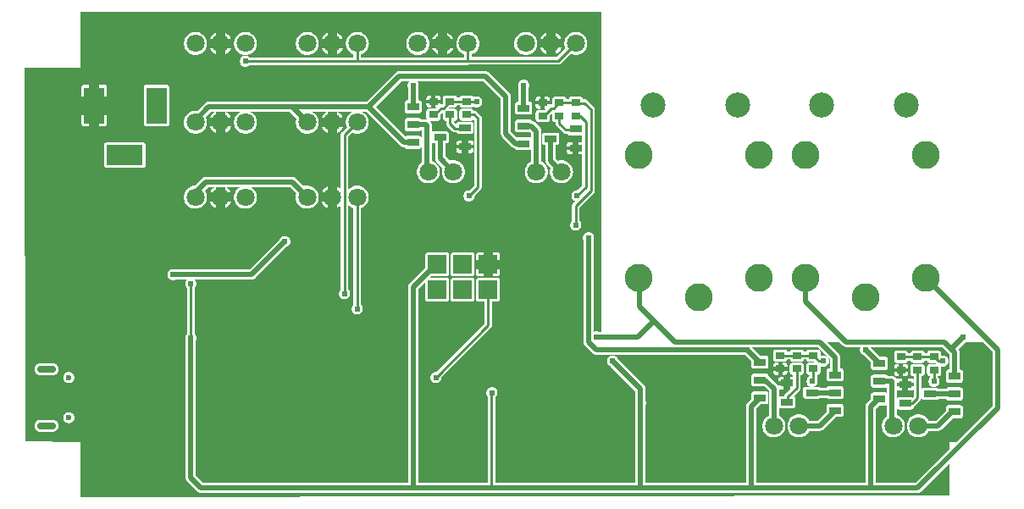
<source format=gbl>
G04 ---------------------------- Layer name :BOTTOM LAYER*
G04 EasyEDA v5.8.22, Wed, 05 Dec 2018 03:51:52 GMT*
G04 5ecc0feef65b44bfa0a9ec5bdeff4b52*
G04 Gerber Generator version 0.2*
G04 Scale: 100 percent, Rotated: No, Reflected: No *
G04 Dimensions in millimeters *
G04 leading zeros omitted , absolute positions ,3 integer and 3 decimal *
%FSLAX33Y33*%
%MOMM*%
G90*
G71D02*

%ADD10C,0.254000*%
%ADD13C,0.799998*%
%ADD14C,0.699999*%
%ADD16C,0.508000*%
%ADD17C,2.499995*%
%ADD19C,0.599999*%
%ADD20C,0.619760*%
%ADD27R,1.250010X0.699999*%
%ADD35R,0.899160X0.701040*%
%ADD37R,1.879600X1.879600*%
%ADD38R,2.032000X3.657600*%
%ADD39R,3.657600X2.032000*%
%ADD40C,1.799996*%
%ADD41C,2.794000*%
%ADD42R,1.198880X0.800100*%

%LPD*%
G36*
G01X93217Y851D02*
G01X6350Y724D01*
G01X6350Y6184D01*
G01X889Y6311D01*
G01X762Y43649D01*
G01X6350Y43649D01*
G01X6350Y49237D01*
G01X58419Y49237D01*
G01X58419Y17233D01*
G01X58161Y17233D01*
G01X58118Y17253D01*
G01X58065Y17271D01*
G01X58010Y17283D01*
G01X57954Y17290D01*
G01X57897Y17292D01*
G01X57841Y17287D01*
G01X57785Y17278D01*
G01X57731Y17262D01*
G01X57679Y17242D01*
G01X57658Y17231D01*
G01X57658Y26382D01*
G01X57671Y26411D01*
G01X57691Y26464D01*
G01X57705Y26519D01*
G01X57713Y26575D01*
G01X57716Y26631D01*
G01X57713Y26688D01*
G01X57705Y26744D01*
G01X57691Y26798D01*
G01X57671Y26851D01*
G01X57647Y26902D01*
G01X57617Y26950D01*
G01X57583Y26995D01*
G01X57545Y27037D01*
G01X57503Y27074D01*
G01X57457Y27107D01*
G01X57408Y27135D01*
G01X57356Y27159D01*
G01X57303Y27177D01*
G01X57248Y27189D01*
G01X57192Y27196D01*
G01X57135Y27198D01*
G01X57079Y27193D01*
G01X57023Y27184D01*
G01X56969Y27168D01*
G01X56917Y27148D01*
G01X56866Y27122D01*
G01X56819Y27091D01*
G01X56775Y27056D01*
G01X56734Y27017D01*
G01X56698Y26973D01*
G01X56666Y26927D01*
G01X56639Y26877D01*
G01X56617Y26825D01*
G01X56601Y26771D01*
G01X56589Y26716D01*
G01X56584Y26660D01*
G01X56584Y26603D01*
G01X56589Y26547D01*
G01X56601Y26492D01*
G01X56617Y26438D01*
G01X56639Y26386D01*
G01X56642Y26381D01*
G01X56642Y16217D01*
G01X56642Y16202D01*
G01X56642Y16187D01*
G01X56644Y16171D01*
G01X56645Y16156D01*
G01X56647Y16141D01*
G01X56650Y16126D01*
G01X56653Y16111D01*
G01X56656Y16096D01*
G01X56660Y16081D01*
G01X56665Y16066D01*
G01X56669Y16052D01*
G01X56675Y16037D01*
G01X56680Y16023D01*
G01X56686Y16009D01*
G01X56693Y15995D01*
G01X56700Y15981D01*
G01X56707Y15968D01*
G01X56715Y15955D01*
G01X56723Y15942D01*
G01X56731Y15929D01*
G01X56740Y15916D01*
G01X56750Y15904D01*
G01X56759Y15892D01*
G01X56769Y15881D01*
G01X56780Y15869D01*
G01X56790Y15858D01*
G01X57552Y15096D01*
G01X57563Y15085D01*
G01X57575Y15075D01*
G01X57586Y15065D01*
G01X57598Y15056D01*
G01X57610Y15046D01*
G01X57623Y15037D01*
G01X57636Y15029D01*
G01X57649Y15021D01*
G01X57662Y15013D01*
G01X57675Y15006D01*
G01X57689Y14999D01*
G01X57703Y14992D01*
G01X57717Y14986D01*
G01X57731Y14980D01*
G01X57746Y14975D01*
G01X57760Y14970D01*
G01X57775Y14966D01*
G01X57790Y14962D01*
G01X57805Y14959D01*
G01X57820Y14956D01*
G01X57835Y14953D01*
G01X57850Y14951D01*
G01X57866Y14949D01*
G01X57881Y14948D01*
G01X57896Y14948D01*
G01X57912Y14947D01*
G01X72776Y14947D01*
G01X72792Y14939D01*
G01X72843Y14919D01*
G01X73444Y14318D01*
G01X73444Y13784D01*
G01X73444Y13773D01*
G01X73445Y13763D01*
G01X73446Y13752D01*
G01X73447Y13742D01*
G01X73449Y13732D01*
G01X73452Y13721D01*
G01X73455Y13711D01*
G01X73458Y13701D01*
G01X73461Y13691D01*
G01X73465Y13682D01*
G01X73470Y13672D01*
G01X73475Y13663D01*
G01X73480Y13654D01*
G01X73485Y13645D01*
G01X73491Y13636D01*
G01X73498Y13628D01*
G01X73504Y13619D01*
G01X73511Y13612D01*
G01X73518Y13604D01*
G01X73526Y13597D01*
G01X73534Y13590D01*
G01X73542Y13583D01*
G01X73550Y13577D01*
G01X73559Y13571D01*
G01X73568Y13565D01*
G01X73577Y13560D01*
G01X73586Y13555D01*
G01X73596Y13551D01*
G01X73606Y13547D01*
G01X73615Y13543D01*
G01X73625Y13540D01*
G01X73636Y13537D01*
G01X73646Y13535D01*
G01X73656Y13533D01*
G01X73667Y13532D01*
G01X73677Y13531D01*
G01X73687Y13530D01*
G01X73698Y13530D01*
G01X74897Y13530D01*
G01X74907Y13530D01*
G01X74918Y13531D01*
G01X74928Y13532D01*
G01X74939Y13533D01*
G01X74949Y13535D01*
G01X74959Y13537D01*
G01X74969Y13540D01*
G01X74979Y13543D01*
G01X74989Y13547D01*
G01X74999Y13551D01*
G01X75008Y13555D01*
G01X75018Y13560D01*
G01X75027Y13565D01*
G01X75036Y13571D01*
G01X75044Y13577D01*
G01X75053Y13583D01*
G01X75061Y13590D01*
G01X75069Y13597D01*
G01X75076Y13604D01*
G01X75084Y13612D01*
G01X75091Y13619D01*
G01X75097Y13628D01*
G01X75104Y13636D01*
G01X75109Y13645D01*
G01X75115Y13654D01*
G01X75120Y13663D01*
G01X75125Y13672D01*
G01X75129Y13682D01*
G01X75133Y13691D01*
G01X75137Y13701D01*
G01X75140Y13711D01*
G01X75143Y13721D01*
G01X75145Y13732D01*
G01X75147Y13742D01*
G01X75149Y13752D01*
G01X75150Y13763D01*
G01X75151Y13773D01*
G01X75151Y13784D01*
G01X75151Y14584D01*
G01X75151Y14594D01*
G01X75150Y14605D01*
G01X75149Y14615D01*
G01X75147Y14626D01*
G01X75145Y14636D01*
G01X75143Y14646D01*
G01X75140Y14656D01*
G01X75137Y14666D01*
G01X75133Y14676D01*
G01X75129Y14686D01*
G01X75125Y14695D01*
G01X75120Y14705D01*
G01X75115Y14714D01*
G01X75109Y14723D01*
G01X75104Y14731D01*
G01X75097Y14740D01*
G01X75091Y14748D01*
G01X75084Y14756D01*
G01X75076Y14763D01*
G01X75069Y14771D01*
G01X75061Y14778D01*
G01X75053Y14784D01*
G01X75044Y14790D01*
G01X75036Y14796D01*
G01X75027Y14802D01*
G01X75018Y14807D01*
G01X75008Y14812D01*
G01X74999Y14816D01*
G01X74989Y14820D01*
G01X74979Y14824D01*
G01X74969Y14827D01*
G01X74959Y14830D01*
G01X74949Y14832D01*
G01X74939Y14834D01*
G01X74928Y14836D01*
G01X74918Y14837D01*
G01X74907Y14838D01*
G01X74897Y14838D01*
G01X74361Y14838D01*
G01X73560Y15639D01*
G01X73547Y15675D01*
G01X73530Y15709D01*
G01X80053Y15709D01*
G01X81279Y14483D01*
G01X81279Y13569D01*
G01X81189Y13569D01*
G01X81178Y13569D01*
G01X81168Y13568D01*
G01X81157Y13567D01*
G01X81147Y13566D01*
G01X81137Y13564D01*
G01X81127Y13561D01*
G01X81116Y13559D01*
G01X81106Y13556D01*
G01X81097Y13552D01*
G01X81087Y13548D01*
G01X81077Y13543D01*
G01X81068Y13539D01*
G01X81059Y13533D01*
G01X81050Y13528D01*
G01X81041Y13522D01*
G01X81033Y13516D01*
G01X81025Y13509D01*
G01X81017Y13502D01*
G01X81009Y13495D01*
G01X81002Y13487D01*
G01X80995Y13479D01*
G01X80988Y13471D01*
G01X80982Y13463D01*
G01X80976Y13454D01*
G01X80971Y13445D01*
G01X80966Y13436D01*
G01X80961Y13427D01*
G01X80956Y13417D01*
G01X80952Y13408D01*
G01X80949Y13398D01*
G01X80945Y13388D01*
G01X80943Y13378D01*
G01X80940Y13367D01*
G01X80938Y13357D01*
G01X80937Y13347D01*
G01X80936Y13336D01*
G01X80935Y13326D01*
G01X80935Y13315D01*
G01X80935Y12515D01*
G01X80935Y12505D01*
G01X80936Y12494D01*
G01X80937Y12484D01*
G01X80938Y12473D01*
G01X80940Y12463D01*
G01X80943Y12453D01*
G01X80945Y12443D01*
G01X80949Y12433D01*
G01X80952Y12423D01*
G01X80956Y12413D01*
G01X80961Y12404D01*
G01X80966Y12394D01*
G01X80971Y12385D01*
G01X80976Y12376D01*
G01X80982Y12368D01*
G01X80988Y12359D01*
G01X80995Y12351D01*
G01X81002Y12343D01*
G01X81009Y12336D01*
G01X81017Y12328D01*
G01X81025Y12321D01*
G01X81033Y12315D01*
G01X81041Y12308D01*
G01X81050Y12303D01*
G01X81059Y12297D01*
G01X81068Y12292D01*
G01X81077Y12287D01*
G01X81087Y12283D01*
G01X81097Y12279D01*
G01X81106Y12275D01*
G01X81116Y12272D01*
G01X81127Y12269D01*
G01X81137Y12267D01*
G01X81147Y12265D01*
G01X81157Y12263D01*
G01X81168Y12262D01*
G01X81178Y12261D01*
G01X81189Y12261D01*
G01X82388Y12261D01*
G01X82398Y12261D01*
G01X82409Y12262D01*
G01X82419Y12263D01*
G01X82430Y12265D01*
G01X82440Y12267D01*
G01X82450Y12269D01*
G01X82460Y12272D01*
G01X82470Y12275D01*
G01X82480Y12279D01*
G01X82490Y12283D01*
G01X82499Y12287D01*
G01X82509Y12292D01*
G01X82518Y12297D01*
G01X82527Y12303D01*
G01X82535Y12308D01*
G01X82544Y12315D01*
G01X82552Y12321D01*
G01X82560Y12328D01*
G01X82567Y12336D01*
G01X82575Y12343D01*
G01X82582Y12351D01*
G01X82588Y12359D01*
G01X82594Y12368D01*
G01X82600Y12376D01*
G01X82606Y12385D01*
G01X82611Y12394D01*
G01X82616Y12404D01*
G01X82620Y12413D01*
G01X82624Y12423D01*
G01X82628Y12433D01*
G01X82631Y12443D01*
G01X82634Y12453D01*
G01X82636Y12463D01*
G01X82638Y12473D01*
G01X82640Y12484D01*
G01X82641Y12494D01*
G01X82642Y12505D01*
G01X82642Y12515D01*
G01X82642Y13315D01*
G01X82642Y13326D01*
G01X82641Y13336D01*
G01X82640Y13347D01*
G01X82638Y13357D01*
G01X82636Y13367D01*
G01X82634Y13378D01*
G01X82631Y13388D01*
G01X82628Y13398D01*
G01X82624Y13408D01*
G01X82620Y13417D01*
G01X82616Y13427D01*
G01X82611Y13436D01*
G01X82606Y13445D01*
G01X82600Y13454D01*
G01X82594Y13463D01*
G01X82588Y13471D01*
G01X82582Y13479D01*
G01X82575Y13487D01*
G01X82567Y13495D01*
G01X82560Y13502D01*
G01X82552Y13509D01*
G01X82544Y13516D01*
G01X82535Y13522D01*
G01X82527Y13528D01*
G01X82518Y13533D01*
G01X82509Y13539D01*
G01X82499Y13543D01*
G01X82490Y13548D01*
G01X82480Y13552D01*
G01X82470Y13556D01*
G01X82460Y13559D01*
G01X82450Y13561D01*
G01X82440Y13564D01*
G01X82430Y13566D01*
G01X82419Y13567D01*
G01X82409Y13568D01*
G01X82398Y13569D01*
G01X82388Y13569D01*
G01X82295Y13569D01*
G01X82295Y14694D01*
G01X82295Y14709D01*
G01X82294Y14724D01*
G01X82293Y14740D01*
G01X82292Y14755D01*
G01X82289Y14770D01*
G01X82287Y14785D01*
G01X82284Y14800D01*
G01X82280Y14815D01*
G01X82277Y14830D01*
G01X82272Y14845D01*
G01X82267Y14859D01*
G01X82262Y14874D01*
G01X82257Y14888D01*
G01X82250Y14902D01*
G01X82244Y14916D01*
G01X82237Y14930D01*
G01X82230Y14943D01*
G01X82222Y14956D01*
G01X82214Y14969D01*
G01X82205Y14982D01*
G01X82196Y14995D01*
G01X82187Y15007D01*
G01X82177Y15019D01*
G01X82167Y15030D01*
G01X82157Y15042D01*
G01X82146Y15053D01*
G01X80982Y16217D01*
G01X82212Y16217D01*
G01X82571Y15858D01*
G01X82582Y15848D01*
G01X82593Y15837D01*
G01X82605Y15827D01*
G01X82617Y15818D01*
G01X82629Y15808D01*
G01X82642Y15799D01*
G01X82655Y15791D01*
G01X82668Y15783D01*
G01X82681Y15775D01*
G01X82694Y15768D01*
G01X82708Y15761D01*
G01X82722Y15754D01*
G01X82736Y15748D01*
G01X82750Y15742D01*
G01X82765Y15737D01*
G01X82779Y15732D01*
G01X82794Y15728D01*
G01X82809Y15724D01*
G01X82824Y15721D01*
G01X82839Y15718D01*
G01X82854Y15715D01*
G01X82869Y15713D01*
G01X82884Y15712D01*
G01X82900Y15710D01*
G01X82915Y15710D01*
G01X82930Y15709D01*
G01X84329Y15709D01*
G01X84325Y15701D01*
G01X84303Y15649D01*
G01X84286Y15595D01*
G01X84275Y15540D01*
G01X84270Y15484D01*
G01X84270Y15427D01*
G01X84275Y15371D01*
G01X84286Y15316D01*
G01X84303Y15262D01*
G01X84325Y15210D01*
G01X84352Y15160D01*
G01X84384Y15113D01*
G01X84420Y15070D01*
G01X84460Y15031D01*
G01X84505Y14996D01*
G01X84552Y14965D01*
G01X84602Y14939D01*
G01X84653Y14919D01*
G01X85380Y14192D01*
G01X85380Y13658D01*
G01X85380Y13648D01*
G01X85381Y13637D01*
G01X85382Y13627D01*
G01X85383Y13616D01*
G01X85385Y13606D01*
G01X85388Y13596D01*
G01X85390Y13586D01*
G01X85394Y13576D01*
G01X85397Y13566D01*
G01X85401Y13556D01*
G01X85406Y13547D01*
G01X85411Y13537D01*
G01X85416Y13528D01*
G01X85421Y13519D01*
G01X85427Y13511D01*
G01X85433Y13502D01*
G01X85440Y13494D01*
G01X85447Y13486D01*
G01X85454Y13479D01*
G01X85462Y13471D01*
G01X85470Y13464D01*
G01X85478Y13458D01*
G01X85486Y13451D01*
G01X85495Y13446D01*
G01X85504Y13440D01*
G01X85513Y13435D01*
G01X85522Y13430D01*
G01X85532Y13426D01*
G01X85542Y13422D01*
G01X85551Y13418D01*
G01X85561Y13415D01*
G01X85572Y13412D01*
G01X85582Y13410D01*
G01X85592Y13408D01*
G01X85602Y13406D01*
G01X85613Y13405D01*
G01X85623Y13404D01*
G01X85634Y13404D01*
G01X86833Y13404D01*
G01X86843Y13404D01*
G01X86854Y13405D01*
G01X86864Y13406D01*
G01X86875Y13408D01*
G01X86885Y13410D01*
G01X86895Y13412D01*
G01X86905Y13415D01*
G01X86915Y13418D01*
G01X86925Y13422D01*
G01X86935Y13426D01*
G01X86944Y13430D01*
G01X86954Y13435D01*
G01X86963Y13440D01*
G01X86972Y13446D01*
G01X86980Y13451D01*
G01X86989Y13458D01*
G01X86997Y13464D01*
G01X87005Y13471D01*
G01X87012Y13479D01*
G01X87020Y13486D01*
G01X87027Y13494D01*
G01X87033Y13502D01*
G01X87039Y13511D01*
G01X87045Y13519D01*
G01X87051Y13528D01*
G01X87056Y13537D01*
G01X87061Y13547D01*
G01X87065Y13556D01*
G01X87069Y13566D01*
G01X87073Y13576D01*
G01X87076Y13586D01*
G01X87079Y13596D01*
G01X87081Y13606D01*
G01X87083Y13616D01*
G01X87085Y13627D01*
G01X87086Y13637D01*
G01X87087Y13648D01*
G01X87087Y13658D01*
G01X87087Y14458D01*
G01X87087Y14469D01*
G01X87086Y14479D01*
G01X87085Y14490D01*
G01X87083Y14500D01*
G01X87081Y14510D01*
G01X87079Y14521D01*
G01X87076Y14531D01*
G01X87073Y14541D01*
G01X87069Y14551D01*
G01X87065Y14560D01*
G01X87061Y14570D01*
G01X87056Y14579D01*
G01X87051Y14588D01*
G01X87045Y14597D01*
G01X87039Y14606D01*
G01X87033Y14614D01*
G01X87027Y14622D01*
G01X87020Y14630D01*
G01X87012Y14638D01*
G01X87005Y14645D01*
G01X86997Y14652D01*
G01X86989Y14659D01*
G01X86980Y14665D01*
G01X86972Y14671D01*
G01X86963Y14676D01*
G01X86954Y14682D01*
G01X86944Y14686D01*
G01X86935Y14691D01*
G01X86925Y14695D01*
G01X86915Y14699D01*
G01X86905Y14702D01*
G01X86895Y14704D01*
G01X86885Y14707D01*
G01X86875Y14709D01*
G01X86864Y14710D01*
G01X86854Y14711D01*
G01X86843Y14712D01*
G01X86833Y14712D01*
G01X86297Y14712D01*
G01X85371Y15639D01*
G01X85357Y15675D01*
G01X85341Y15709D01*
G01X92499Y15709D01*
G01X93219Y14989D01*
G01X93219Y13441D01*
G01X93129Y13441D01*
G01X93118Y13441D01*
G01X93108Y13440D01*
G01X93097Y13439D01*
G01X93087Y13437D01*
G01X93077Y13435D01*
G01X93067Y13433D01*
G01X93056Y13430D01*
G01X93046Y13427D01*
G01X93037Y13423D01*
G01X93027Y13419D01*
G01X93017Y13415D01*
G01X93008Y13410D01*
G01X92999Y13405D01*
G01X92990Y13399D01*
G01X92981Y13393D01*
G01X92973Y13387D01*
G01X92965Y13381D01*
G01X92957Y13374D01*
G01X92949Y13366D01*
G01X92942Y13359D01*
G01X92935Y13351D01*
G01X92928Y13343D01*
G01X92922Y13334D01*
G01X92916Y13326D01*
G01X92911Y13317D01*
G01X92906Y13308D01*
G01X92901Y13298D01*
G01X92896Y13289D01*
G01X92892Y13279D01*
G01X92889Y13269D01*
G01X92885Y13259D01*
G01X92883Y13249D01*
G01X92880Y13239D01*
G01X92878Y13229D01*
G01X92877Y13218D01*
G01X92876Y13208D01*
G01X92875Y13197D01*
G01X92875Y13187D01*
G01X92875Y12387D01*
G01X92875Y12376D01*
G01X92876Y12366D01*
G01X92877Y12355D01*
G01X92878Y12345D01*
G01X92880Y12335D01*
G01X92883Y12324D01*
G01X92885Y12314D01*
G01X92889Y12304D01*
G01X92892Y12294D01*
G01X92896Y12285D01*
G01X92901Y12275D01*
G01X92906Y12266D01*
G01X92911Y12257D01*
G01X92916Y12248D01*
G01X92922Y12239D01*
G01X92928Y12231D01*
G01X92935Y12222D01*
G01X92942Y12215D01*
G01X92949Y12207D01*
G01X92957Y12200D01*
G01X92965Y12193D01*
G01X92973Y12186D01*
G01X92981Y12180D01*
G01X92990Y12174D01*
G01X92999Y12168D01*
G01X93008Y12163D01*
G01X93017Y12158D01*
G01X93027Y12154D01*
G01X93037Y12150D01*
G01X93046Y12146D01*
G01X93056Y12143D01*
G01X93067Y12140D01*
G01X93077Y12138D01*
G01X93087Y12136D01*
G01X93097Y12135D01*
G01X93108Y12134D01*
G01X93118Y12133D01*
G01X93129Y12133D01*
G01X94328Y12133D01*
G01X94338Y12133D01*
G01X94349Y12134D01*
G01X94359Y12135D01*
G01X94370Y12136D01*
G01X94380Y12138D01*
G01X94390Y12140D01*
G01X94400Y12143D01*
G01X94410Y12146D01*
G01X94420Y12150D01*
G01X94430Y12154D01*
G01X94439Y12158D01*
G01X94449Y12163D01*
G01X94458Y12168D01*
G01X94467Y12174D01*
G01X94475Y12180D01*
G01X94484Y12186D01*
G01X94492Y12193D01*
G01X94500Y12200D01*
G01X94507Y12207D01*
G01X94515Y12215D01*
G01X94522Y12222D01*
G01X94528Y12231D01*
G01X94534Y12239D01*
G01X94540Y12248D01*
G01X94546Y12257D01*
G01X94551Y12266D01*
G01X94556Y12275D01*
G01X94560Y12285D01*
G01X94564Y12294D01*
G01X94568Y12304D01*
G01X94571Y12314D01*
G01X94574Y12324D01*
G01X94576Y12335D01*
G01X94578Y12345D01*
G01X94580Y12355D01*
G01X94581Y12366D01*
G01X94582Y12376D01*
G01X94582Y12387D01*
G01X94582Y13187D01*
G01X94582Y13197D01*
G01X94581Y13208D01*
G01X94580Y13218D01*
G01X94578Y13229D01*
G01X94576Y13239D01*
G01X94574Y13249D01*
G01X94571Y13259D01*
G01X94568Y13269D01*
G01X94564Y13279D01*
G01X94560Y13289D01*
G01X94556Y13298D01*
G01X94551Y13308D01*
G01X94546Y13317D01*
G01X94540Y13326D01*
G01X94534Y13334D01*
G01X94528Y13343D01*
G01X94522Y13351D01*
G01X94515Y13359D01*
G01X94507Y13366D01*
G01X94500Y13374D01*
G01X94492Y13381D01*
G01X94484Y13387D01*
G01X94475Y13393D01*
G01X94467Y13399D01*
G01X94458Y13405D01*
G01X94449Y13410D01*
G01X94439Y13415D01*
G01X94430Y13419D01*
G01X94420Y13423D01*
G01X94410Y13427D01*
G01X94400Y13430D01*
G01X94390Y13433D01*
G01X94380Y13435D01*
G01X94370Y13437D01*
G01X94359Y13439D01*
G01X94349Y13440D01*
G01X94338Y13441D01*
G01X94328Y13441D01*
G01X94235Y13441D01*
G01X94235Y15199D01*
G01X94235Y15215D01*
G01X94234Y15230D01*
G01X94233Y15245D01*
G01X94232Y15261D01*
G01X94230Y15276D01*
G01X94227Y15291D01*
G01X94224Y15306D01*
G01X94221Y15321D01*
G01X94217Y15336D01*
G01X94212Y15351D01*
G01X94208Y15365D01*
G01X94202Y15380D01*
G01X94197Y15394D01*
G01X94191Y15408D01*
G01X94184Y15422D01*
G01X94177Y15436D01*
G01X94170Y15449D01*
G01X94162Y15462D01*
G01X94154Y15475D01*
G01X94145Y15488D01*
G01X94136Y15501D01*
G01X94131Y15508D01*
G01X94818Y16195D01*
G01X94823Y16197D01*
G01X94869Y16217D01*
G01X96560Y16217D01*
G01X97535Y15242D01*
G01X97535Y9824D01*
G01X93896Y6184D01*
G01X93217Y6184D01*
G01X93217Y5506D01*
G01X89832Y2121D01*
G01X85851Y2121D01*
G01X85851Y9530D01*
G01X86169Y9848D01*
G01X86833Y9848D01*
G01X86843Y9848D01*
G01X86854Y9849D01*
G01X86864Y9850D01*
G01X86875Y9852D01*
G01X86885Y9854D01*
G01X86895Y9856D01*
G01X86905Y9859D01*
G01X86915Y9862D01*
G01X86925Y9866D01*
G01X86935Y9870D01*
G01X86944Y9874D01*
G01X86954Y9879D01*
G01X86963Y9884D01*
G01X86972Y9890D01*
G01X86980Y9895D01*
G01X86989Y9902D01*
G01X86994Y9906D01*
G01X86994Y8800D01*
G01X86954Y8774D01*
G01X86864Y8703D01*
G01X86781Y8622D01*
G01X86707Y8534D01*
G01X86642Y8438D01*
G01X86587Y8337D01*
G01X86542Y8231D01*
G01X86508Y8121D01*
G01X86486Y8008D01*
G01X86474Y7893D01*
G01X86474Y7778D01*
G01X86486Y7663D01*
G01X86508Y7550D01*
G01X86542Y7440D01*
G01X86587Y7334D01*
G01X86642Y7232D01*
G01X86707Y7137D01*
G01X86781Y7049D01*
G01X86864Y6968D01*
G01X86954Y6896D01*
G01X87051Y6834D01*
G01X87154Y6781D01*
G01X87261Y6739D01*
G01X87372Y6708D01*
G01X87485Y6688D01*
G01X87600Y6679D01*
G01X87716Y6682D01*
G01X87830Y6696D01*
G01X87942Y6722D01*
G01X88052Y6759D01*
G01X88157Y6806D01*
G01X88257Y6864D01*
G01X88350Y6931D01*
G01X88437Y7007D01*
G01X88515Y7092D01*
G01X88585Y7184D01*
G01X88645Y7282D01*
G01X88695Y7386D01*
G01X88734Y7495D01*
G01X88763Y7606D01*
G01X88780Y7720D01*
G01X88786Y7835D01*
G01X88780Y7951D01*
G01X88763Y8065D01*
G01X88734Y8176D01*
G01X88695Y8285D01*
G01X88645Y8389D01*
G01X88585Y8487D01*
G01X88515Y8579D01*
G01X88437Y8663D01*
G01X88350Y8740D01*
G01X88257Y8807D01*
G01X88157Y8865D01*
G01X88052Y8912D01*
G01X88010Y8926D01*
G01X88010Y9512D01*
G01X88013Y9510D01*
G01X88021Y9503D01*
G01X88030Y9497D01*
G01X88039Y9492D01*
G01X88048Y9487D01*
G01X88057Y9482D01*
G01X88067Y9477D01*
G01X88077Y9473D01*
G01X88086Y9470D01*
G01X88096Y9467D01*
G01X88106Y9464D01*
G01X88117Y9461D01*
G01X88127Y9459D01*
G01X88137Y9458D01*
G01X88148Y9457D01*
G01X88158Y9456D01*
G01X88169Y9456D01*
G01X89419Y9456D01*
G01X89429Y9456D01*
G01X89440Y9457D01*
G01X89450Y9458D01*
G01X89460Y9459D01*
G01X89471Y9461D01*
G01X89481Y9464D01*
G01X89491Y9467D01*
G01X89501Y9470D01*
G01X89511Y9473D01*
G01X89521Y9477D01*
G01X89530Y9482D01*
G01X89539Y9487D01*
G01X89549Y9492D01*
G01X89557Y9497D01*
G01X89566Y9503D01*
G01X89575Y9510D01*
G01X89583Y9516D01*
G01X89591Y9523D01*
G01X89598Y9530D01*
G01X89605Y9538D01*
G01X89612Y9546D01*
G01X89619Y9554D01*
G01X89625Y9562D01*
G01X89631Y9571D01*
G01X89637Y9580D01*
G01X89642Y9589D01*
G01X89647Y9598D01*
G01X89651Y9608D01*
G01X89655Y9618D01*
G01X89659Y9628D01*
G01X89662Y9638D01*
G01X89665Y9648D01*
G01X89667Y9658D01*
G01X89669Y9668D01*
G01X89671Y9679D01*
G01X89672Y9689D01*
G01X89672Y9700D01*
G01X89673Y9710D01*
G01X89673Y9766D01*
G01X89674Y9767D01*
G01X89686Y9772D01*
G01X89698Y9777D01*
G01X89710Y9783D01*
G01X89721Y9789D01*
G01X89732Y9796D01*
G01X89743Y9803D01*
G01X89754Y9810D01*
G01X89765Y9818D01*
G01X89775Y9826D01*
G01X89785Y9834D01*
G01X89794Y9843D01*
G01X89804Y9852D01*
G01X90314Y10362D01*
G01X90323Y10371D01*
G01X90331Y10381D01*
G01X90340Y10391D01*
G01X90348Y10401D01*
G01X90356Y10412D01*
G01X90363Y10422D01*
G01X90370Y10433D01*
G01X90376Y10445D01*
G01X90383Y10456D01*
G01X90388Y10468D01*
G01X90394Y10480D01*
G01X90399Y10492D01*
G01X90403Y10504D01*
G01X90407Y10516D01*
G01X90411Y10529D01*
G01X90414Y10541D01*
G01X90417Y10554D01*
G01X90420Y10567D01*
G01X90422Y10579D01*
G01X90423Y10592D01*
G01X90423Y10593D01*
G01X90425Y10587D01*
G01X90428Y10577D01*
G01X90432Y10568D01*
G01X90436Y10558D01*
G01X90440Y10548D01*
G01X90445Y10539D01*
G01X90450Y10530D01*
G01X90456Y10521D01*
G01X90461Y10512D01*
G01X90468Y10504D01*
G01X90474Y10496D01*
G01X90481Y10488D01*
G01X90489Y10480D01*
G01X90496Y10473D01*
G01X90504Y10466D01*
G01X90512Y10460D01*
G01X90521Y10453D01*
G01X90529Y10447D01*
G01X90538Y10442D01*
G01X90547Y10437D01*
G01X90557Y10432D01*
G01X90566Y10427D01*
G01X90576Y10423D01*
G01X90586Y10420D01*
G01X90596Y10417D01*
G01X90606Y10414D01*
G01X90616Y10411D01*
G01X90626Y10409D01*
G01X90637Y10408D01*
G01X90647Y10407D01*
G01X90658Y10406D01*
G01X90668Y10406D01*
G01X91918Y10406D01*
G01X91928Y10406D01*
G01X91939Y10407D01*
G01X91949Y10408D01*
G01X91960Y10409D01*
G01X91970Y10411D01*
G01X91980Y10414D01*
G01X91990Y10417D01*
G01X92000Y10420D01*
G01X92010Y10423D01*
G01X92020Y10427D01*
G01X92029Y10432D01*
G01X92039Y10437D01*
G01X92048Y10442D01*
G01X92057Y10447D01*
G01X92065Y10453D01*
G01X92074Y10460D01*
G01X92082Y10466D01*
G01X92090Y10473D01*
G01X92097Y10480D01*
G01X92105Y10488D01*
G01X92112Y10496D01*
G01X92116Y10501D01*
G01X92899Y10501D01*
G01X92901Y10497D01*
G01X92906Y10488D01*
G01X92911Y10479D01*
G01X92916Y10470D01*
G01X92922Y10461D01*
G01X92928Y10453D01*
G01X92935Y10444D01*
G01X92942Y10437D01*
G01X92949Y10429D01*
G01X92957Y10422D01*
G01X92965Y10415D01*
G01X92973Y10408D01*
G01X92981Y10402D01*
G01X92990Y10396D01*
G01X92999Y10390D01*
G01X93008Y10385D01*
G01X93017Y10380D01*
G01X93027Y10376D01*
G01X93037Y10372D01*
G01X93046Y10368D01*
G01X93056Y10365D01*
G01X93067Y10362D01*
G01X93077Y10360D01*
G01X93087Y10358D01*
G01X93097Y10357D01*
G01X93108Y10356D01*
G01X93118Y10355D01*
G01X93129Y10355D01*
G01X94328Y10355D01*
G01X94338Y10355D01*
G01X94349Y10356D01*
G01X94359Y10357D01*
G01X94370Y10358D01*
G01X94380Y10360D01*
G01X94390Y10362D01*
G01X94400Y10365D01*
G01X94410Y10368D01*
G01X94420Y10372D01*
G01X94430Y10376D01*
G01X94439Y10380D01*
G01X94449Y10385D01*
G01X94458Y10390D01*
G01X94467Y10396D01*
G01X94475Y10402D01*
G01X94484Y10408D01*
G01X94492Y10415D01*
G01X94500Y10422D01*
G01X94507Y10429D01*
G01X94515Y10437D01*
G01X94522Y10444D01*
G01X94528Y10453D01*
G01X94534Y10461D01*
G01X94540Y10470D01*
G01X94546Y10479D01*
G01X94551Y10488D01*
G01X94556Y10497D01*
G01X94560Y10507D01*
G01X94564Y10516D01*
G01X94568Y10526D01*
G01X94571Y10536D01*
G01X94574Y10546D01*
G01X94576Y10557D01*
G01X94578Y10567D01*
G01X94580Y10577D01*
G01X94581Y10588D01*
G01X94582Y10598D01*
G01X94582Y10609D01*
G01X94582Y11409D01*
G01X94582Y11419D01*
G01X94581Y11430D01*
G01X94580Y11440D01*
G01X94578Y11451D01*
G01X94576Y11461D01*
G01X94574Y11471D01*
G01X94571Y11481D01*
G01X94568Y11491D01*
G01X94564Y11501D01*
G01X94560Y11511D01*
G01X94556Y11520D01*
G01X94551Y11530D01*
G01X94546Y11539D01*
G01X94540Y11548D01*
G01X94534Y11556D01*
G01X94528Y11565D01*
G01X94522Y11573D01*
G01X94515Y11581D01*
G01X94507Y11588D01*
G01X94500Y11596D01*
G01X94492Y11603D01*
G01X94484Y11609D01*
G01X94475Y11615D01*
G01X94467Y11621D01*
G01X94458Y11627D01*
G01X94449Y11632D01*
G01X94439Y11637D01*
G01X94430Y11641D01*
G01X94420Y11645D01*
G01X94410Y11649D01*
G01X94400Y11652D01*
G01X94390Y11655D01*
G01X94380Y11657D01*
G01X94370Y11659D01*
G01X94359Y11661D01*
G01X94349Y11662D01*
G01X94338Y11663D01*
G01X94328Y11663D01*
G01X93129Y11663D01*
G01X93118Y11663D01*
G01X93108Y11662D01*
G01X93097Y11661D01*
G01X93087Y11659D01*
G01X93077Y11657D01*
G01X93067Y11655D01*
G01X93056Y11652D01*
G01X93046Y11649D01*
G01X93037Y11645D01*
G01X93027Y11641D01*
G01X93017Y11637D01*
G01X93008Y11632D01*
G01X92999Y11627D01*
G01X92990Y11621D01*
G01X92981Y11615D01*
G01X92973Y11609D01*
G01X92965Y11603D01*
G01X92957Y11596D01*
G01X92949Y11588D01*
G01X92942Y11581D01*
G01X92935Y11573D01*
G01X92928Y11565D01*
G01X92922Y11556D01*
G01X92916Y11548D01*
G01X92911Y11539D01*
G01X92906Y11530D01*
G01X92901Y11520D01*
G01X92899Y11517D01*
G01X92116Y11517D01*
G01X92112Y11523D01*
G01X92105Y11530D01*
G01X92097Y11538D01*
G01X92090Y11545D01*
G01X92082Y11552D01*
G01X92074Y11559D01*
G01X92065Y11565D01*
G01X92057Y11571D01*
G01X92048Y11577D01*
G01X92039Y11582D01*
G01X92029Y11587D01*
G01X92020Y11591D01*
G01X92010Y11595D01*
G01X92000Y11599D01*
G01X91990Y11602D01*
G01X91980Y11605D01*
G01X91970Y11607D01*
G01X91960Y11609D01*
G01X91949Y11611D01*
G01X91939Y11612D01*
G01X91928Y11612D01*
G01X91918Y11612D01*
G01X90668Y11612D01*
G01X90658Y11612D01*
G01X90647Y11612D01*
G01X90637Y11611D01*
G01X90626Y11609D01*
G01X90616Y11607D01*
G01X90606Y11605D01*
G01X90596Y11602D01*
G01X90586Y11599D01*
G01X90576Y11595D01*
G01X90566Y11591D01*
G01X90557Y11587D01*
G01X90547Y11582D01*
G01X90538Y11577D01*
G01X90529Y11571D01*
G01X90521Y11565D01*
G01X90512Y11559D01*
G01X90504Y11552D01*
G01X90496Y11545D01*
G01X90489Y11538D01*
G01X90481Y11530D01*
G01X90474Y11523D01*
G01X90468Y11514D01*
G01X90461Y11506D01*
G01X90456Y11497D01*
G01X90450Y11488D01*
G01X90445Y11479D01*
G01X90440Y11470D01*
G01X90436Y11460D01*
G01X90432Y11451D01*
G01X90428Y11441D01*
G01X90425Y11433D01*
G01X90425Y12792D01*
G01X90494Y12792D01*
G01X90504Y12792D01*
G01X90515Y12793D01*
G01X90525Y12794D01*
G01X90536Y12795D01*
G01X90546Y12797D01*
G01X90556Y12800D01*
G01X90566Y12803D01*
G01X90576Y12806D01*
G01X90586Y12809D01*
G01X90596Y12813D01*
G01X90605Y12818D01*
G01X90615Y12823D01*
G01X90624Y12828D01*
G01X90633Y12833D01*
G01X90642Y12839D01*
G01X90650Y12846D01*
G01X90658Y12852D01*
G01X90666Y12859D01*
G01X90674Y12866D01*
G01X90681Y12874D01*
G01X90688Y12882D01*
G01X90694Y12890D01*
G01X90701Y12898D01*
G01X90707Y12907D01*
G01X90712Y12916D01*
G01X90717Y12925D01*
G01X90722Y12934D01*
G01X90727Y12944D01*
G01X90731Y12954D01*
G01X90734Y12964D01*
G01X90737Y12974D01*
G01X90740Y12984D01*
G01X90743Y12994D01*
G01X90744Y13004D01*
G01X90746Y13015D01*
G01X90747Y13025D01*
G01X90748Y13036D01*
G01X90748Y13046D01*
G01X90748Y13747D01*
G01X90748Y13758D01*
G01X90747Y13768D01*
G01X90746Y13778D01*
G01X90744Y13789D01*
G01X90743Y13799D01*
G01X90740Y13809D01*
G01X90737Y13820D01*
G01X90734Y13830D01*
G01X90731Y13839D01*
G01X90727Y13849D01*
G01X90722Y13859D01*
G01X90717Y13868D01*
G01X90712Y13877D01*
G01X90707Y13886D01*
G01X90701Y13895D01*
G01X90694Y13903D01*
G01X90688Y13911D01*
G01X90681Y13919D01*
G01X90674Y13927D01*
G01X90666Y13934D01*
G01X90658Y13941D01*
G01X90650Y13948D01*
G01X90642Y13954D01*
G01X90633Y13960D01*
G01X90624Y13965D01*
G01X90615Y13970D01*
G01X90605Y13975D01*
G01X90596Y13980D01*
G01X90586Y13984D01*
G01X90576Y13987D01*
G01X90566Y13991D01*
G01X90556Y13993D01*
G01X90546Y13996D01*
G01X90536Y13998D01*
G01X90525Y13999D01*
G01X90515Y14000D01*
G01X90504Y14001D01*
G01X90494Y14001D01*
G01X89595Y14001D01*
G01X89584Y14001D01*
G01X89574Y14000D01*
G01X89563Y13999D01*
G01X89553Y13998D01*
G01X89543Y13996D01*
G01X89532Y13993D01*
G01X89522Y13991D01*
G01X89512Y13987D01*
G01X89502Y13984D01*
G01X89493Y13980D01*
G01X89483Y13975D01*
G01X89474Y13970D01*
G01X89465Y13965D01*
G01X89456Y13960D01*
G01X89447Y13954D01*
G01X89439Y13948D01*
G01X89431Y13941D01*
G01X89423Y13934D01*
G01X89415Y13927D01*
G01X89408Y13919D01*
G01X89401Y13911D01*
G01X89394Y13903D01*
G01X89388Y13895D01*
G01X89382Y13886D01*
G01X89377Y13877D01*
G01X89371Y13868D01*
G01X89367Y13859D01*
G01X89362Y13849D01*
G01X89358Y13839D01*
G01X89355Y13830D01*
G01X89351Y13820D01*
G01X89349Y13809D01*
G01X89346Y13799D01*
G01X89344Y13789D01*
G01X89343Y13778D01*
G01X89342Y13768D01*
G01X89341Y13758D01*
G01X89341Y13747D01*
G01X89341Y13046D01*
G01X89341Y13036D01*
G01X89342Y13025D01*
G01X89343Y13015D01*
G01X89344Y13004D01*
G01X89346Y12994D01*
G01X89349Y12984D01*
G01X89351Y12974D01*
G01X89355Y12964D01*
G01X89358Y12954D01*
G01X89362Y12944D01*
G01X89367Y12934D01*
G01X89371Y12925D01*
G01X89377Y12916D01*
G01X89382Y12907D01*
G01X89388Y12898D01*
G01X89394Y12890D01*
G01X89401Y12882D01*
G01X89408Y12874D01*
G01X89415Y12866D01*
G01X89423Y12859D01*
G01X89431Y12852D01*
G01X89439Y12846D01*
G01X89447Y12839D01*
G01X89456Y12833D01*
G01X89465Y12828D01*
G01X89474Y12823D01*
G01X89483Y12818D01*
G01X89493Y12813D01*
G01X89502Y12809D01*
G01X89512Y12806D01*
G01X89522Y12803D01*
G01X89532Y12800D01*
G01X89543Y12797D01*
G01X89553Y12795D01*
G01X89563Y12794D01*
G01X89574Y12793D01*
G01X89584Y12792D01*
G01X89595Y12792D01*
G01X89663Y12792D01*
G01X89663Y12376D01*
G01X89662Y12381D01*
G01X89659Y12391D01*
G01X89655Y12401D01*
G01X89651Y12410D01*
G01X89647Y12420D01*
G01X89642Y12429D01*
G01X89637Y12438D01*
G01X89631Y12447D01*
G01X89625Y12456D01*
G01X89619Y12464D01*
G01X89612Y12473D01*
G01X89605Y12480D01*
G01X89598Y12488D01*
G01X89591Y12495D01*
G01X89583Y12502D01*
G01X89575Y12509D01*
G01X89566Y12515D01*
G01X89557Y12521D01*
G01X89549Y12527D01*
G01X89539Y12532D01*
G01X89530Y12537D01*
G01X89521Y12541D01*
G01X89511Y12545D01*
G01X89501Y12549D01*
G01X89491Y12552D01*
G01X89481Y12555D01*
G01X89471Y12557D01*
G01X89460Y12559D01*
G01X89450Y12560D01*
G01X89440Y12562D01*
G01X89429Y12562D01*
G01X89419Y12562D01*
G01X89106Y12562D01*
G01X89106Y12134D01*
G01X89663Y12134D01*
G01X89663Y11784D01*
G01X89106Y11784D01*
G01X89106Y11356D01*
G01X89419Y11356D01*
G01X89429Y11356D01*
G01X89440Y11357D01*
G01X89450Y11358D01*
G01X89460Y11359D01*
G01X89471Y11361D01*
G01X89481Y11364D01*
G01X89491Y11366D01*
G01X89501Y11370D01*
G01X89511Y11373D01*
G01X89521Y11377D01*
G01X89530Y11382D01*
G01X89539Y11387D01*
G01X89549Y11392D01*
G01X89557Y11397D01*
G01X89566Y11403D01*
G01X89575Y11409D01*
G01X89583Y11416D01*
G01X89591Y11423D01*
G01X89598Y11430D01*
G01X89605Y11438D01*
G01X89612Y11446D01*
G01X89619Y11454D01*
G01X89625Y11462D01*
G01X89631Y11471D01*
G01X89637Y11480D01*
G01X89642Y11489D01*
G01X89647Y11498D01*
G01X89651Y11508D01*
G01X89655Y11518D01*
G01X89659Y11527D01*
G01X89662Y11537D01*
G01X89663Y11542D01*
G01X89663Y10789D01*
G01X89517Y10643D01*
G01X89511Y10645D01*
G01X89501Y10649D01*
G01X89491Y10652D01*
G01X89481Y10655D01*
G01X89471Y10657D01*
G01X89460Y10659D01*
G01X89450Y10661D01*
G01X89440Y10662D01*
G01X89429Y10662D01*
G01X89419Y10662D01*
G01X88169Y10662D01*
G01X88158Y10662D01*
G01X88148Y10662D01*
G01X88137Y10661D01*
G01X88127Y10659D01*
G01X88117Y10657D01*
G01X88106Y10655D01*
G01X88096Y10652D01*
G01X88086Y10649D01*
G01X88077Y10645D01*
G01X88067Y10641D01*
G01X88057Y10637D01*
G01X88048Y10632D01*
G01X88039Y10627D01*
G01X88030Y10621D01*
G01X88021Y10615D01*
G01X88013Y10609D01*
G01X88010Y10607D01*
G01X88010Y11412D01*
G01X88013Y11409D01*
G01X88021Y11403D01*
G01X88030Y11397D01*
G01X88039Y11392D01*
G01X88048Y11387D01*
G01X88057Y11382D01*
G01X88067Y11377D01*
G01X88077Y11373D01*
G01X88086Y11370D01*
G01X88096Y11366D01*
G01X88106Y11364D01*
G01X88117Y11361D01*
G01X88127Y11359D01*
G01X88137Y11358D01*
G01X88148Y11357D01*
G01X88158Y11356D01*
G01X88169Y11356D01*
G01X88481Y11356D01*
G01X88481Y11784D01*
G01X88010Y11784D01*
G01X88010Y12134D01*
G01X88481Y12134D01*
G01X88481Y12562D01*
G01X88169Y12562D01*
G01X88158Y12562D01*
G01X88148Y12562D01*
G01X88137Y12560D01*
G01X88127Y12559D01*
G01X88117Y12557D01*
G01X88106Y12555D01*
G01X88096Y12552D01*
G01X88086Y12549D01*
G01X88077Y12545D01*
G01X88067Y12541D01*
G01X88057Y12537D01*
G01X88048Y12532D01*
G01X88039Y12527D01*
G01X88030Y12521D01*
G01X88021Y12515D01*
G01X88013Y12509D01*
G01X88005Y12502D01*
G01X87997Y12495D01*
G01X87989Y12488D01*
G01X87982Y12480D01*
G01X87975Y12473D01*
G01X87973Y12471D01*
G01X87969Y12482D01*
G01X87963Y12495D01*
G01X87956Y12508D01*
G01X87949Y12522D01*
G01X87942Y12534D01*
G01X87935Y12547D01*
G01X87927Y12560D01*
G01X87918Y12572D01*
G01X87910Y12584D01*
G01X87901Y12596D01*
G01X87891Y12607D01*
G01X87882Y12618D01*
G01X87872Y12629D01*
G01X87862Y12640D01*
G01X87851Y12650D01*
G01X87840Y12660D01*
G01X87829Y12670D01*
G01X87817Y12679D01*
G01X87806Y12688D01*
G01X87794Y12697D01*
G01X87781Y12705D01*
G01X87769Y12713D01*
G01X87756Y12720D01*
G01X87743Y12728D01*
G01X87730Y12734D01*
G01X87717Y12741D01*
G01X87704Y12747D01*
G01X87690Y12753D01*
G01X87676Y12758D01*
G01X87662Y12763D01*
G01X87648Y12767D01*
G01X87634Y12771D01*
G01X87619Y12775D01*
G01X87605Y12778D01*
G01X87591Y12781D01*
G01X87576Y12783D01*
G01X87561Y12785D01*
G01X87547Y12787D01*
G01X87532Y12788D01*
G01X87517Y12788D01*
G01X87502Y12788D01*
G01X87063Y12788D01*
G01X87061Y12792D01*
G01X87056Y12801D01*
G01X87051Y12810D01*
G01X87045Y12819D01*
G01X87039Y12828D01*
G01X87033Y12836D01*
G01X87027Y12844D01*
G01X87020Y12852D01*
G01X87012Y12860D01*
G01X87005Y12867D01*
G01X86997Y12874D01*
G01X86989Y12881D01*
G01X86980Y12887D01*
G01X86972Y12893D01*
G01X86963Y12898D01*
G01X86954Y12904D01*
G01X86944Y12908D01*
G01X86935Y12913D01*
G01X86925Y12917D01*
G01X86915Y12921D01*
G01X86905Y12924D01*
G01X86895Y12926D01*
G01X86885Y12929D01*
G01X86875Y12931D01*
G01X86864Y12932D01*
G01X86854Y12933D01*
G01X86843Y12934D01*
G01X86833Y12934D01*
G01X85634Y12934D01*
G01X85623Y12934D01*
G01X85613Y12933D01*
G01X85602Y12932D01*
G01X85592Y12931D01*
G01X85582Y12929D01*
G01X85572Y12926D01*
G01X85561Y12924D01*
G01X85551Y12921D01*
G01X85542Y12917D01*
G01X85532Y12913D01*
G01X85522Y12908D01*
G01X85513Y12904D01*
G01X85504Y12898D01*
G01X85495Y12893D01*
G01X85486Y12887D01*
G01X85478Y12881D01*
G01X85470Y12874D01*
G01X85462Y12867D01*
G01X85454Y12860D01*
G01X85447Y12852D01*
G01X85440Y12844D01*
G01X85433Y12836D01*
G01X85427Y12828D01*
G01X85421Y12819D01*
G01X85416Y12810D01*
G01X85411Y12801D01*
G01X85406Y12792D01*
G01X85401Y12782D01*
G01X85397Y12773D01*
G01X85394Y12763D01*
G01X85390Y12753D01*
G01X85388Y12743D01*
G01X85385Y12732D01*
G01X85383Y12722D01*
G01X85382Y12712D01*
G01X85381Y12701D01*
G01X85380Y12691D01*
G01X85380Y12680D01*
G01X85380Y11880D01*
G01X85380Y11870D01*
G01X85381Y11859D01*
G01X85382Y11849D01*
G01X85383Y11838D01*
G01X85385Y11828D01*
G01X85388Y11818D01*
G01X85390Y11808D01*
G01X85394Y11798D01*
G01X85397Y11788D01*
G01X85401Y11778D01*
G01X85406Y11769D01*
G01X85411Y11759D01*
G01X85416Y11750D01*
G01X85421Y11741D01*
G01X85427Y11733D01*
G01X85433Y11724D01*
G01X85440Y11716D01*
G01X85447Y11708D01*
G01X85454Y11701D01*
G01X85462Y11693D01*
G01X85470Y11686D01*
G01X85478Y11680D01*
G01X85486Y11673D01*
G01X85495Y11668D01*
G01X85504Y11662D01*
G01X85513Y11657D01*
G01X85522Y11652D01*
G01X85532Y11648D01*
G01X85542Y11644D01*
G01X85551Y11640D01*
G01X85561Y11637D01*
G01X85572Y11634D01*
G01X85582Y11632D01*
G01X85592Y11630D01*
G01X85602Y11628D01*
G01X85613Y11627D01*
G01X85623Y11626D01*
G01X85634Y11626D01*
G01X86833Y11626D01*
G01X86843Y11626D01*
G01X86854Y11627D01*
G01X86864Y11628D01*
G01X86875Y11630D01*
G01X86885Y11632D01*
G01X86895Y11634D01*
G01X86905Y11637D01*
G01X86915Y11640D01*
G01X86925Y11644D01*
G01X86935Y11648D01*
G01X86944Y11652D01*
G01X86954Y11657D01*
G01X86963Y11662D01*
G01X86972Y11668D01*
G01X86980Y11673D01*
G01X86989Y11680D01*
G01X86994Y11684D01*
G01X86994Y11098D01*
G01X86989Y11103D01*
G01X86980Y11109D01*
G01X86972Y11115D01*
G01X86963Y11120D01*
G01X86954Y11126D01*
G01X86944Y11130D01*
G01X86935Y11135D01*
G01X86925Y11139D01*
G01X86915Y11143D01*
G01X86905Y11146D01*
G01X86895Y11148D01*
G01X86885Y11151D01*
G01X86875Y11153D01*
G01X86864Y11154D01*
G01X86854Y11155D01*
G01X86843Y11156D01*
G01X86833Y11156D01*
G01X85634Y11156D01*
G01X85623Y11156D01*
G01X85613Y11155D01*
G01X85602Y11154D01*
G01X85592Y11153D01*
G01X85582Y11151D01*
G01X85572Y11148D01*
G01X85561Y11146D01*
G01X85551Y11143D01*
G01X85542Y11139D01*
G01X85532Y11135D01*
G01X85522Y11130D01*
G01X85513Y11126D01*
G01X85504Y11120D01*
G01X85495Y11115D01*
G01X85486Y11109D01*
G01X85478Y11103D01*
G01X85470Y11096D01*
G01X85462Y11089D01*
G01X85454Y11082D01*
G01X85447Y11074D01*
G01X85440Y11066D01*
G01X85433Y11058D01*
G01X85427Y11050D01*
G01X85421Y11041D01*
G01X85416Y11032D01*
G01X85411Y11023D01*
G01X85406Y11014D01*
G01X85401Y11004D01*
G01X85397Y10995D01*
G01X85394Y10985D01*
G01X85390Y10975D01*
G01X85388Y10965D01*
G01X85385Y10954D01*
G01X85383Y10944D01*
G01X85382Y10934D01*
G01X85381Y10923D01*
G01X85380Y10913D01*
G01X85380Y10902D01*
G01X85380Y10495D01*
G01X84984Y10100D01*
G01X84973Y10089D01*
G01X84963Y10077D01*
G01X84953Y10066D01*
G01X84943Y10054D01*
G01X84934Y10042D01*
G01X84925Y10029D01*
G01X84917Y10016D01*
G01X84909Y10003D01*
G01X84901Y9990D01*
G01X84894Y9977D01*
G01X84887Y9963D01*
G01X84880Y9949D01*
G01X84874Y9935D01*
G01X84868Y9921D01*
G01X84863Y9906D01*
G01X84858Y9892D01*
G01X84854Y9877D01*
G01X84850Y9862D01*
G01X84847Y9847D01*
G01X84844Y9832D01*
G01X84841Y9817D01*
G01X84839Y9802D01*
G01X84837Y9786D01*
G01X84836Y9771D01*
G01X84836Y9756D01*
G01X84835Y9740D01*
G01X84835Y2121D01*
G01X73913Y2121D01*
G01X73913Y9530D01*
G01X74357Y9974D01*
G01X74897Y9974D01*
G01X74907Y9974D01*
G01X74918Y9975D01*
G01X74928Y9976D01*
G01X74939Y9977D01*
G01X74949Y9979D01*
G01X74959Y9981D01*
G01X74969Y9984D01*
G01X74979Y9987D01*
G01X74989Y9991D01*
G01X74999Y9995D01*
G01X75008Y9999D01*
G01X75018Y10004D01*
G01X75027Y10009D01*
G01X75036Y10015D01*
G01X75044Y10021D01*
G01X75053Y10027D01*
G01X75061Y10034D01*
G01X75069Y10041D01*
G01X75076Y10048D01*
G01X75084Y10056D01*
G01X75091Y10063D01*
G01X75097Y10072D01*
G01X75104Y10080D01*
G01X75109Y10089D01*
G01X75115Y10098D01*
G01X75120Y10107D01*
G01X75125Y10116D01*
G01X75129Y10126D01*
G01X75133Y10135D01*
G01X75137Y10145D01*
G01X75140Y10155D01*
G01X75143Y10165D01*
G01X75145Y10176D01*
G01X75147Y10186D01*
G01X75149Y10196D01*
G01X75150Y10207D01*
G01X75151Y10217D01*
G01X75151Y10228D01*
G01X75151Y11028D01*
G01X75151Y11038D01*
G01X75150Y11049D01*
G01X75149Y11059D01*
G01X75147Y11070D01*
G01X75145Y11080D01*
G01X75143Y11090D01*
G01X75140Y11100D01*
G01X75137Y11110D01*
G01X75133Y11120D01*
G01X75129Y11130D01*
G01X75125Y11139D01*
G01X75120Y11149D01*
G01X75115Y11158D01*
G01X75109Y11167D01*
G01X75104Y11175D01*
G01X75097Y11184D01*
G01X75091Y11192D01*
G01X75084Y11200D01*
G01X75076Y11207D01*
G01X75069Y11215D01*
G01X75061Y11222D01*
G01X75053Y11228D01*
G01X75044Y11234D01*
G01X75036Y11240D01*
G01X75027Y11246D01*
G01X75018Y11251D01*
G01X75008Y11256D01*
G01X74999Y11260D01*
G01X74989Y11264D01*
G01X74979Y11268D01*
G01X74969Y11271D01*
G01X74959Y11274D01*
G01X74949Y11276D01*
G01X74939Y11278D01*
G01X74928Y11280D01*
G01X74918Y11281D01*
G01X74907Y11282D01*
G01X74897Y11282D01*
G01X73698Y11282D01*
G01X73687Y11282D01*
G01X73677Y11281D01*
G01X73667Y11280D01*
G01X73656Y11278D01*
G01X73646Y11276D01*
G01X73636Y11274D01*
G01X73625Y11271D01*
G01X73615Y11268D01*
G01X73606Y11264D01*
G01X73596Y11260D01*
G01X73586Y11256D01*
G01X73577Y11251D01*
G01X73568Y11246D01*
G01X73559Y11240D01*
G01X73550Y11234D01*
G01X73542Y11228D01*
G01X73534Y11222D01*
G01X73526Y11215D01*
G01X73518Y11207D01*
G01X73511Y11200D01*
G01X73504Y11192D01*
G01X73498Y11184D01*
G01X73491Y11175D01*
G01X73485Y11167D01*
G01X73480Y11158D01*
G01X73475Y11149D01*
G01X73470Y11139D01*
G01X73465Y11130D01*
G01X73461Y11120D01*
G01X73458Y11110D01*
G01X73455Y11100D01*
G01X73452Y11090D01*
G01X73449Y11080D01*
G01X73447Y11070D01*
G01X73446Y11059D01*
G01X73445Y11049D01*
G01X73444Y11038D01*
G01X73444Y11028D01*
G01X73444Y10497D01*
G01X73046Y10100D01*
G01X73035Y10089D01*
G01X73025Y10077D01*
G01X73015Y10066D01*
G01X73005Y10054D01*
G01X72996Y10042D01*
G01X72987Y10029D01*
G01X72979Y10016D01*
G01X72971Y10003D01*
G01X72963Y9990D01*
G01X72956Y9977D01*
G01X72949Y9963D01*
G01X72942Y9949D01*
G01X72936Y9935D01*
G01X72930Y9921D01*
G01X72925Y9906D01*
G01X72920Y9892D01*
G01X72916Y9877D01*
G01X72912Y9862D01*
G01X72909Y9847D01*
G01X72906Y9832D01*
G01X72903Y9817D01*
G01X72901Y9802D01*
G01X72899Y9786D01*
G01X72898Y9771D01*
G01X72898Y9756D01*
G01X72897Y9740D01*
G01X72897Y2121D01*
G01X62869Y2121D01*
G01X62869Y9881D01*
G01X62878Y9901D01*
G01X62898Y9954D01*
G01X62912Y10009D01*
G01X62920Y10065D01*
G01X62923Y10121D01*
G01X62920Y10178D01*
G01X62912Y10234D01*
G01X62898Y10288D01*
G01X62878Y10341D01*
G01X62864Y10371D01*
G01X62864Y11518D01*
G01X62864Y11534D01*
G01X62863Y11549D01*
G01X62862Y11564D01*
G01X62861Y11580D01*
G01X62859Y11595D01*
G01X62856Y11610D01*
G01X62853Y11625D01*
G01X62850Y11640D01*
G01X62846Y11655D01*
G01X62841Y11670D01*
G01X62837Y11684D01*
G01X62831Y11699D01*
G01X62826Y11713D01*
G01X62820Y11727D01*
G01X62813Y11741D01*
G01X62806Y11755D01*
G01X62799Y11768D01*
G01X62791Y11781D01*
G01X62783Y11794D01*
G01X62774Y11807D01*
G01X62766Y11820D01*
G01X62756Y11832D01*
G01X62747Y11844D01*
G01X62737Y11855D01*
G01X62726Y11867D01*
G01X62716Y11878D01*
G01X60098Y14495D01*
G01X60084Y14532D01*
G01X60060Y14583D01*
G01X60030Y14631D01*
G01X59996Y14676D01*
G01X59958Y14718D01*
G01X59916Y14755D01*
G01X59870Y14788D01*
G01X59821Y14816D01*
G01X59769Y14840D01*
G01X59716Y14858D01*
G01X59661Y14870D01*
G01X59605Y14877D01*
G01X59548Y14879D01*
G01X59492Y14874D01*
G01X59436Y14865D01*
G01X59382Y14849D01*
G01X59330Y14829D01*
G01X59279Y14803D01*
G01X59232Y14772D01*
G01X59188Y14737D01*
G01X59147Y14698D01*
G01X59111Y14654D01*
G01X59079Y14608D01*
G01X59052Y14558D01*
G01X59030Y14506D01*
G01X59014Y14452D01*
G01X59002Y14397D01*
G01X58997Y14341D01*
G01X58997Y14284D01*
G01X59002Y14228D01*
G01X59014Y14173D01*
G01X59030Y14119D01*
G01X59052Y14067D01*
G01X59079Y14017D01*
G01X59111Y13970D01*
G01X59147Y13927D01*
G01X59188Y13888D01*
G01X59232Y13853D01*
G01X59279Y13822D01*
G01X59330Y13796D01*
G01X59380Y13776D01*
G01X61848Y11308D01*
G01X61848Y10371D01*
G01X61846Y10367D01*
G01X61824Y10315D01*
G01X61808Y10261D01*
G01X61796Y10206D01*
G01X61791Y10150D01*
G01X61791Y10093D01*
G01X61796Y10037D01*
G01X61808Y9982D01*
G01X61824Y9928D01*
G01X61846Y9876D01*
G01X61853Y9864D01*
G01X61853Y2121D01*
G01X47836Y2121D01*
G01X47836Y10684D01*
G01X47851Y10695D01*
G01X47893Y10732D01*
G01X47931Y10773D01*
G01X47965Y10818D01*
G01X47995Y10867D01*
G01X48019Y10917D01*
G01X48039Y10970D01*
G01X48053Y11025D01*
G01X48061Y11081D01*
G01X48064Y11137D01*
G01X48061Y11194D01*
G01X48053Y11250D01*
G01X48039Y11304D01*
G01X48019Y11357D01*
G01X47995Y11408D01*
G01X47965Y11456D01*
G01X47931Y11501D01*
G01X47893Y11543D01*
G01X47851Y11580D01*
G01X47805Y11613D01*
G01X47756Y11641D01*
G01X47704Y11665D01*
G01X47651Y11683D01*
G01X47596Y11695D01*
G01X47540Y11702D01*
G01X47483Y11704D01*
G01X47427Y11699D01*
G01X47371Y11690D01*
G01X47317Y11674D01*
G01X47265Y11654D01*
G01X47214Y11628D01*
G01X47167Y11597D01*
G01X47123Y11562D01*
G01X47082Y11523D01*
G01X47046Y11479D01*
G01X47014Y11433D01*
G01X46987Y11383D01*
G01X46965Y11331D01*
G01X46949Y11277D01*
G01X46937Y11222D01*
G01X46932Y11166D01*
G01X46932Y11109D01*
G01X46937Y11053D01*
G01X46949Y10998D01*
G01X46965Y10944D01*
G01X46987Y10892D01*
G01X47014Y10842D01*
G01X47046Y10795D01*
G01X47074Y10762D01*
G01X47074Y2121D01*
G01X40131Y2121D01*
G01X40131Y21468D01*
G01X40842Y22179D01*
G01X40842Y20485D01*
G01X40843Y20474D01*
G01X40843Y20464D01*
G01X40844Y20453D01*
G01X40846Y20443D01*
G01X40848Y20433D01*
G01X40850Y20422D01*
G01X40853Y20412D01*
G01X40856Y20402D01*
G01X40860Y20392D01*
G01X40864Y20383D01*
G01X40868Y20373D01*
G01X40873Y20364D01*
G01X40878Y20355D01*
G01X40884Y20346D01*
G01X40890Y20337D01*
G01X40896Y20329D01*
G01X40903Y20321D01*
G01X40910Y20313D01*
G01X40917Y20305D01*
G01X40924Y20298D01*
G01X40932Y20291D01*
G01X40940Y20284D01*
G01X40949Y20278D01*
G01X40958Y20272D01*
G01X40966Y20267D01*
G01X40976Y20261D01*
G01X40985Y20257D01*
G01X40994Y20252D01*
G01X41004Y20248D01*
G01X41014Y20244D01*
G01X41024Y20241D01*
G01X41034Y20238D01*
G01X41044Y20236D01*
G01X41055Y20234D01*
G01X41065Y20233D01*
G01X41075Y20232D01*
G01X41086Y20231D01*
G01X41096Y20231D01*
G01X42976Y20231D01*
G01X42987Y20231D01*
G01X42997Y20232D01*
G01X43007Y20233D01*
G01X43018Y20234D01*
G01X43028Y20236D01*
G01X43038Y20238D01*
G01X43048Y20241D01*
G01X43058Y20244D01*
G01X43068Y20248D01*
G01X43078Y20252D01*
G01X43088Y20257D01*
G01X43097Y20261D01*
G01X43106Y20267D01*
G01X43115Y20272D01*
G01X43124Y20278D01*
G01X43132Y20284D01*
G01X43140Y20291D01*
G01X43148Y20298D01*
G01X43156Y20305D01*
G01X43163Y20313D01*
G01X43170Y20321D01*
G01X43176Y20329D01*
G01X43183Y20337D01*
G01X43189Y20346D01*
G01X43194Y20355D01*
G01X43199Y20364D01*
G01X43204Y20373D01*
G01X43209Y20383D01*
G01X43213Y20392D01*
G01X43216Y20402D01*
G01X43219Y20412D01*
G01X43222Y20422D01*
G01X43225Y20433D01*
G01X43227Y20443D01*
G01X43228Y20453D01*
G01X43229Y20464D01*
G01X43230Y20474D01*
G01X43230Y20485D01*
G01X43230Y22364D01*
G01X43230Y22375D01*
G01X43229Y22385D01*
G01X43228Y22396D01*
G01X43227Y22406D01*
G01X43225Y22416D01*
G01X43222Y22427D01*
G01X43219Y22437D01*
G01X43216Y22447D01*
G01X43213Y22457D01*
G01X43209Y22466D01*
G01X43204Y22476D01*
G01X43199Y22485D01*
G01X43194Y22494D01*
G01X43189Y22503D01*
G01X43183Y22512D01*
G01X43176Y22520D01*
G01X43170Y22528D01*
G01X43163Y22536D01*
G01X43156Y22544D01*
G01X43148Y22551D01*
G01X43140Y22558D01*
G01X43132Y22565D01*
G01X43124Y22571D01*
G01X43115Y22577D01*
G01X43106Y22583D01*
G01X43097Y22588D01*
G01X43088Y22593D01*
G01X43078Y22597D01*
G01X43068Y22601D01*
G01X43058Y22605D01*
G01X43048Y22608D01*
G01X43038Y22611D01*
G01X43028Y22613D01*
G01X43018Y22615D01*
G01X43007Y22616D01*
G01X42997Y22617D01*
G01X42987Y22618D01*
G01X42976Y22618D01*
G01X41282Y22618D01*
G01X41434Y22771D01*
G01X42976Y22771D01*
G01X42987Y22771D01*
G01X42997Y22772D01*
G01X43007Y22773D01*
G01X43018Y22774D01*
G01X43028Y22776D01*
G01X43038Y22778D01*
G01X43048Y22781D01*
G01X43058Y22784D01*
G01X43068Y22788D01*
G01X43078Y22792D01*
G01X43088Y22797D01*
G01X43097Y22801D01*
G01X43106Y22807D01*
G01X43115Y22812D01*
G01X43124Y22818D01*
G01X43132Y22824D01*
G01X43140Y22831D01*
G01X43148Y22838D01*
G01X43156Y22845D01*
G01X43163Y22853D01*
G01X43170Y22861D01*
G01X43176Y22869D01*
G01X43183Y22877D01*
G01X43189Y22886D01*
G01X43194Y22895D01*
G01X43199Y22904D01*
G01X43204Y22913D01*
G01X43209Y22923D01*
G01X43213Y22932D01*
G01X43216Y22942D01*
G01X43219Y22952D01*
G01X43222Y22962D01*
G01X43225Y22973D01*
G01X43227Y22983D01*
G01X43228Y22993D01*
G01X43229Y23004D01*
G01X43230Y23014D01*
G01X43230Y23025D01*
G01X43230Y24904D01*
G01X43230Y24915D01*
G01X43229Y24925D01*
G01X43228Y24936D01*
G01X43227Y24946D01*
G01X43225Y24956D01*
G01X43222Y24967D01*
G01X43219Y24977D01*
G01X43216Y24987D01*
G01X43213Y24997D01*
G01X43209Y25006D01*
G01X43204Y25016D01*
G01X43199Y25025D01*
G01X43194Y25034D01*
G01X43189Y25043D01*
G01X43183Y25052D01*
G01X43176Y25060D01*
G01X43170Y25068D01*
G01X43163Y25076D01*
G01X43156Y25084D01*
G01X43148Y25091D01*
G01X43140Y25098D01*
G01X43132Y25105D01*
G01X43124Y25111D01*
G01X43115Y25117D01*
G01X43106Y25123D01*
G01X43097Y25128D01*
G01X43088Y25133D01*
G01X43078Y25137D01*
G01X43068Y25141D01*
G01X43058Y25145D01*
G01X43048Y25148D01*
G01X43038Y25151D01*
G01X43028Y25153D01*
G01X43018Y25155D01*
G01X43007Y25156D01*
G01X42997Y25157D01*
G01X42987Y25158D01*
G01X42976Y25158D01*
G01X41096Y25158D01*
G01X41086Y25158D01*
G01X41075Y25157D01*
G01X41065Y25156D01*
G01X41055Y25155D01*
G01X41044Y25153D01*
G01X41034Y25151D01*
G01X41024Y25148D01*
G01X41014Y25145D01*
G01X41004Y25141D01*
G01X40994Y25137D01*
G01X40985Y25133D01*
G01X40976Y25128D01*
G01X40966Y25123D01*
G01X40958Y25117D01*
G01X40949Y25111D01*
G01X40940Y25105D01*
G01X40932Y25098D01*
G01X40924Y25091D01*
G01X40917Y25084D01*
G01X40910Y25076D01*
G01X40903Y25068D01*
G01X40896Y25060D01*
G01X40890Y25052D01*
G01X40884Y25043D01*
G01X40878Y25034D01*
G01X40873Y25025D01*
G01X40868Y25016D01*
G01X40864Y25006D01*
G01X40860Y24997D01*
G01X40856Y24987D01*
G01X40853Y24977D01*
G01X40850Y24967D01*
G01X40848Y24956D01*
G01X40846Y24946D01*
G01X40844Y24936D01*
G01X40843Y24925D01*
G01X40843Y24915D01*
G01X40842Y24904D01*
G01X40842Y23616D01*
G01X39264Y22038D01*
G01X39254Y22027D01*
G01X39243Y22015D01*
G01X39233Y22004D01*
G01X39224Y21992D01*
G01X39214Y21980D01*
G01X39205Y21967D01*
G01X39197Y21954D01*
G01X39189Y21941D01*
G01X39181Y21928D01*
G01X39174Y21915D01*
G01X39167Y21901D01*
G01X39160Y21887D01*
G01X39154Y21873D01*
G01X39148Y21859D01*
G01X39143Y21844D01*
G01X39138Y21830D01*
G01X39134Y21815D01*
G01X39130Y21800D01*
G01X39127Y21785D01*
G01X39124Y21770D01*
G01X39121Y21755D01*
G01X39119Y21740D01*
G01X39118Y21724D01*
G01X39116Y21709D01*
G01X39116Y21694D01*
G01X39115Y21678D01*
G01X39115Y2121D01*
G01X18625Y2121D01*
G01X17905Y2840D01*
G01X17905Y16351D01*
G01X17919Y16380D01*
G01X17938Y16433D01*
G01X17952Y16487D01*
G01X17961Y16543D01*
G01X17964Y16600D01*
G01X17961Y16656D01*
G01X17952Y16712D01*
G01X17938Y16767D01*
G01X17919Y16820D01*
G01X17895Y16871D01*
G01X17865Y16919D01*
G01X17831Y16964D01*
G01X17793Y17005D01*
G01X17779Y17017D01*
G01X17779Y21641D01*
G01X17794Y21654D01*
G01X17832Y21695D01*
G01X17866Y21740D01*
G01X17896Y21789D01*
G01X17920Y21839D01*
G01X17940Y21892D01*
G01X17954Y21947D01*
G01X17962Y22003D01*
G01X17965Y22059D01*
G01X17962Y22116D01*
G01X17954Y22172D01*
G01X17940Y22226D01*
G01X17920Y22279D01*
G01X17896Y22330D01*
G01X17866Y22378D01*
G01X17832Y22423D01*
G01X17817Y22440D01*
G01X23494Y22440D01*
G01X23510Y22441D01*
G01X23525Y22441D01*
G01X23540Y22443D01*
G01X23556Y22444D01*
G01X23571Y22446D01*
G01X23586Y22449D01*
G01X23601Y22452D01*
G01X23616Y22455D01*
G01X23631Y22459D01*
G01X23646Y22463D01*
G01X23660Y22468D01*
G01X23675Y22473D01*
G01X23689Y22479D01*
G01X23703Y22485D01*
G01X23717Y22492D01*
G01X23731Y22499D01*
G01X23744Y22506D01*
G01X23757Y22514D01*
G01X23770Y22522D01*
G01X23783Y22530D01*
G01X23796Y22539D01*
G01X23808Y22549D01*
G01X23820Y22558D01*
G01X23831Y22568D01*
G01X23843Y22579D01*
G01X23854Y22589D01*
G01X26980Y25715D01*
G01X27003Y25723D01*
G01X27055Y25746D01*
G01X27104Y25775D01*
G01X27150Y25808D01*
G01X27192Y25845D01*
G01X27230Y25886D01*
G01X27264Y25931D01*
G01X27294Y25980D01*
G01X27318Y26030D01*
G01X27338Y26083D01*
G01X27352Y26138D01*
G01X27360Y26194D01*
G01X27363Y26250D01*
G01X27360Y26307D01*
G01X27352Y26363D01*
G01X27338Y26417D01*
G01X27318Y26470D01*
G01X27294Y26521D01*
G01X27264Y26569D01*
G01X27230Y26614D01*
G01X27192Y26656D01*
G01X27150Y26693D01*
G01X27104Y26726D01*
G01X27055Y26754D01*
G01X27003Y26778D01*
G01X26950Y26796D01*
G01X26895Y26808D01*
G01X26839Y26815D01*
G01X26782Y26817D01*
G01X26726Y26812D01*
G01X26670Y26803D01*
G01X26616Y26787D01*
G01X26564Y26767D01*
G01X26513Y26741D01*
G01X26466Y26710D01*
G01X26422Y26675D01*
G01X26381Y26636D01*
G01X26345Y26592D01*
G01X26313Y26546D01*
G01X26286Y26496D01*
G01X26264Y26444D01*
G01X26261Y26433D01*
G01X23284Y23456D01*
G01X15870Y23456D01*
G01X15827Y23476D01*
G01X15774Y23494D01*
G01X15719Y23506D01*
G01X15663Y23513D01*
G01X15606Y23515D01*
G01X15550Y23510D01*
G01X15494Y23501D01*
G01X15440Y23485D01*
G01X15388Y23465D01*
G01X15337Y23439D01*
G01X15290Y23408D01*
G01X15246Y23373D01*
G01X15205Y23334D01*
G01X15169Y23290D01*
G01X15137Y23244D01*
G01X15110Y23194D01*
G01X15088Y23142D01*
G01X15072Y23088D01*
G01X15060Y23033D01*
G01X15055Y22977D01*
G01X15055Y22920D01*
G01X15060Y22864D01*
G01X15072Y22809D01*
G01X15088Y22755D01*
G01X15110Y22703D01*
G01X15137Y22653D01*
G01X15169Y22606D01*
G01X15205Y22563D01*
G01X15246Y22524D01*
G01X15290Y22489D01*
G01X15337Y22458D01*
G01X15388Y22432D01*
G01X15440Y22411D01*
G01X15494Y22396D01*
G01X15550Y22386D01*
G01X15606Y22382D01*
G01X15663Y22384D01*
G01X15719Y22391D01*
G01X15774Y22403D01*
G01X15827Y22421D01*
G01X15870Y22440D01*
G01X16980Y22440D01*
G01X16947Y22401D01*
G01X16915Y22355D01*
G01X16888Y22305D01*
G01X16866Y22253D01*
G01X16850Y22199D01*
G01X16838Y22144D01*
G01X16833Y22088D01*
G01X16833Y22031D01*
G01X16838Y21975D01*
G01X16850Y21920D01*
G01X16866Y21866D01*
G01X16888Y21814D01*
G01X16915Y21764D01*
G01X16947Y21717D01*
G01X16983Y21674D01*
G01X17017Y21641D01*
G01X17017Y17020D01*
G01X16982Y16985D01*
G01X16946Y16942D01*
G01X16914Y16895D01*
G01X16887Y16845D01*
G01X16865Y16793D01*
G01X16848Y16739D01*
G01X16837Y16684D01*
G01X16832Y16628D01*
G01X16832Y16571D01*
G01X16837Y16515D01*
G01X16848Y16460D01*
G01X16865Y16406D01*
G01X16887Y16354D01*
G01X16889Y16350D01*
G01X16889Y2630D01*
G01X16889Y2614D01*
G01X16890Y2599D01*
G01X16891Y2584D01*
G01X16893Y2569D01*
G01X16895Y2553D01*
G01X16898Y2538D01*
G01X16901Y2523D01*
G01X16904Y2508D01*
G01X16908Y2493D01*
G01X16912Y2479D01*
G01X16917Y2464D01*
G01X16922Y2450D01*
G01X16928Y2435D01*
G01X16934Y2421D01*
G01X16940Y2407D01*
G01X16947Y2394D01*
G01X16955Y2380D01*
G01X16962Y2367D01*
G01X16971Y2354D01*
G01X16979Y2341D01*
G01X16988Y2329D01*
G01X16997Y2316D01*
G01X17007Y2305D01*
G01X17017Y2293D01*
G01X17027Y2282D01*
G01X17038Y2271D01*
G01X18055Y1253D01*
G01X18066Y1243D01*
G01X18078Y1232D01*
G01X18089Y1222D01*
G01X18101Y1213D01*
G01X18113Y1203D01*
G01X18126Y1194D01*
G01X18139Y1186D01*
G01X18152Y1178D01*
G01X18165Y1170D01*
G01X18178Y1163D01*
G01X18192Y1156D01*
G01X18206Y1149D01*
G01X18220Y1143D01*
G01X18234Y1138D01*
G01X18249Y1132D01*
G01X18263Y1128D01*
G01X18278Y1123D01*
G01X18293Y1119D01*
G01X18308Y1116D01*
G01X18323Y1113D01*
G01X18338Y1110D01*
G01X18353Y1108D01*
G01X18369Y1107D01*
G01X18384Y1105D01*
G01X18399Y1105D01*
G01X18414Y1105D01*
G01X90042Y1105D01*
G01X90058Y1105D01*
G01X90073Y1105D01*
G01X90088Y1107D01*
G01X90104Y1108D01*
G01X90119Y1110D01*
G01X90134Y1113D01*
G01X90149Y1116D01*
G01X90164Y1119D01*
G01X90179Y1123D01*
G01X90193Y1128D01*
G01X90208Y1132D01*
G01X90222Y1138D01*
G01X90237Y1143D01*
G01X90251Y1149D01*
G01X90265Y1156D01*
G01X90278Y1163D01*
G01X90292Y1170D01*
G01X90305Y1178D01*
G01X90318Y1186D01*
G01X90331Y1194D01*
G01X90343Y1203D01*
G01X90356Y1213D01*
G01X90368Y1222D01*
G01X90379Y1232D01*
G01X90391Y1243D01*
G01X90402Y1253D01*
G01X93217Y4069D01*
G01X93217Y851D01*
G37*

%LPC*%
G36*
G01X78049Y6688D02*
G01X78164Y6679D01*
G01X78280Y6682D01*
G01X78394Y6696D01*
G01X78506Y6722D01*
G01X78616Y6759D01*
G01X78721Y6806D01*
G01X78821Y6864D01*
G01X78914Y6931D01*
G01X79001Y7007D01*
G01X79079Y7092D01*
G01X79149Y7184D01*
G01X79209Y7282D01*
G01X79231Y7327D01*
G01X80263Y7327D01*
G01X80279Y7328D01*
G01X80294Y7328D01*
G01X80309Y7330D01*
G01X80325Y7331D01*
G01X80340Y7333D01*
G01X80355Y7336D01*
G01X80370Y7339D01*
G01X80385Y7342D01*
G01X80400Y7346D01*
G01X80415Y7350D01*
G01X80429Y7355D01*
G01X80444Y7360D01*
G01X80458Y7366D01*
G01X80472Y7372D01*
G01X80486Y7379D01*
G01X80499Y7386D01*
G01X80513Y7393D01*
G01X80526Y7401D01*
G01X80539Y7409D01*
G01X80552Y7417D01*
G01X80564Y7426D01*
G01X80577Y7436D01*
G01X80589Y7445D01*
G01X80600Y7455D01*
G01X80612Y7466D01*
G01X80623Y7476D01*
G01X81852Y8705D01*
G01X82388Y8705D01*
G01X82398Y8705D01*
G01X82409Y8706D01*
G01X82419Y8707D01*
G01X82430Y8709D01*
G01X82440Y8711D01*
G01X82450Y8713D01*
G01X82460Y8716D01*
G01X82470Y8719D01*
G01X82480Y8723D01*
G01X82490Y8727D01*
G01X82499Y8731D01*
G01X82509Y8736D01*
G01X82518Y8741D01*
G01X82527Y8747D01*
G01X82535Y8752D01*
G01X82544Y8759D01*
G01X82552Y8765D01*
G01X82560Y8772D01*
G01X82567Y8780D01*
G01X82575Y8787D01*
G01X82582Y8795D01*
G01X82588Y8803D01*
G01X82594Y8812D01*
G01X82600Y8820D01*
G01X82606Y8829D01*
G01X82611Y8838D01*
G01X82616Y8848D01*
G01X82620Y8857D01*
G01X82624Y8867D01*
G01X82628Y8877D01*
G01X82631Y8887D01*
G01X82634Y8897D01*
G01X82636Y8907D01*
G01X82638Y8917D01*
G01X82640Y8928D01*
G01X82641Y8938D01*
G01X82642Y8949D01*
G01X82642Y8959D01*
G01X82642Y9759D01*
G01X82642Y9770D01*
G01X82641Y9780D01*
G01X82640Y9791D01*
G01X82638Y9801D01*
G01X82636Y9811D01*
G01X82634Y9822D01*
G01X82631Y9832D01*
G01X82628Y9842D01*
G01X82624Y9852D01*
G01X82620Y9861D01*
G01X82616Y9871D01*
G01X82611Y9880D01*
G01X82606Y9889D01*
G01X82600Y9898D01*
G01X82594Y9907D01*
G01X82588Y9915D01*
G01X82582Y9923D01*
G01X82575Y9931D01*
G01X82567Y9939D01*
G01X82560Y9946D01*
G01X82552Y9953D01*
G01X82544Y9960D01*
G01X82535Y9966D01*
G01X82527Y9972D01*
G01X82518Y9977D01*
G01X82509Y9983D01*
G01X82499Y9987D01*
G01X82490Y9992D01*
G01X82480Y9996D01*
G01X82470Y10000D01*
G01X82460Y10003D01*
G01X82450Y10005D01*
G01X82440Y10008D01*
G01X82430Y10010D01*
G01X82419Y10011D01*
G01X82409Y10012D01*
G01X82398Y10013D01*
G01X82388Y10013D01*
G01X81189Y10013D01*
G01X81178Y10013D01*
G01X81168Y10012D01*
G01X81157Y10011D01*
G01X81147Y10010D01*
G01X81137Y10008D01*
G01X81127Y10005D01*
G01X81116Y10003D01*
G01X81106Y10000D01*
G01X81097Y9996D01*
G01X81087Y9992D01*
G01X81077Y9987D01*
G01X81068Y9983D01*
G01X81059Y9977D01*
G01X81050Y9972D01*
G01X81041Y9966D01*
G01X81033Y9960D01*
G01X81025Y9953D01*
G01X81017Y9946D01*
G01X81009Y9939D01*
G01X81002Y9931D01*
G01X80995Y9923D01*
G01X80988Y9915D01*
G01X80982Y9907D01*
G01X80976Y9898D01*
G01X80971Y9889D01*
G01X80966Y9880D01*
G01X80961Y9871D01*
G01X80956Y9861D01*
G01X80952Y9852D01*
G01X80949Y9842D01*
G01X80945Y9832D01*
G01X80943Y9822D01*
G01X80940Y9811D01*
G01X80938Y9801D01*
G01X80937Y9791D01*
G01X80936Y9780D01*
G01X80935Y9770D01*
G01X80935Y9759D01*
G01X80935Y9225D01*
G01X80053Y8343D01*
G01X79231Y8343D01*
G01X79209Y8389D01*
G01X79149Y8487D01*
G01X79079Y8579D01*
G01X79001Y8663D01*
G01X78914Y8740D01*
G01X78821Y8807D01*
G01X78721Y8865D01*
G01X78616Y8912D01*
G01X78506Y8949D01*
G01X78394Y8974D01*
G01X78280Y8989D01*
G01X78164Y8992D01*
G01X78049Y8983D01*
G01X77936Y8963D01*
G01X77825Y8932D01*
G01X77717Y8890D01*
G01X77615Y8837D01*
G01X77518Y8774D01*
G01X77428Y8703D01*
G01X77345Y8622D01*
G01X77271Y8534D01*
G01X77206Y8438D01*
G01X77151Y8337D01*
G01X77106Y8231D01*
G01X77072Y8121D01*
G01X77050Y8008D01*
G01X77038Y7893D01*
G01X77038Y7778D01*
G01X77050Y7663D01*
G01X77072Y7550D01*
G01X77106Y7440D01*
G01X77151Y7334D01*
G01X77206Y7232D01*
G01X77271Y7137D01*
G01X77345Y7049D01*
G01X77428Y6968D01*
G01X77518Y6896D01*
G01X77615Y6834D01*
G01X77717Y6781D01*
G01X77825Y6739D01*
G01X77936Y6708D01*
G01X78049Y6688D01*
G37*
G36*
G01X75547Y6688D02*
G01X75662Y6679D01*
G01X75778Y6682D01*
G01X75892Y6696D01*
G01X76004Y6722D01*
G01X76114Y6759D01*
G01X76219Y6806D01*
G01X76319Y6864D01*
G01X76412Y6931D01*
G01X76499Y7007D01*
G01X76577Y7092D01*
G01X76647Y7184D01*
G01X76707Y7282D01*
G01X76757Y7386D01*
G01X76796Y7495D01*
G01X76825Y7606D01*
G01X76842Y7720D01*
G01X76848Y7835D01*
G01X76842Y7951D01*
G01X76825Y8065D01*
G01X76796Y8176D01*
G01X76757Y8285D01*
G01X76707Y8389D01*
G01X76647Y8487D01*
G01X76577Y8579D01*
G01X76499Y8663D01*
G01X76412Y8740D01*
G01X76319Y8807D01*
G01X76219Y8865D01*
G01X76199Y8873D01*
G01X76199Y9638D01*
G01X76200Y9638D01*
G01X76208Y9632D01*
G01X76217Y9626D01*
G01X76226Y9620D01*
G01X76235Y9615D01*
G01X76244Y9610D01*
G01X76254Y9606D01*
G01X76264Y9602D01*
G01X76273Y9598D01*
G01X76283Y9595D01*
G01X76293Y9592D01*
G01X76304Y9590D01*
G01X76314Y9588D01*
G01X76324Y9586D01*
G01X76335Y9585D01*
G01X76345Y9585D01*
G01X76356Y9585D01*
G01X77606Y9585D01*
G01X77616Y9585D01*
G01X77626Y9585D01*
G01X77637Y9586D01*
G01X77647Y9588D01*
G01X77658Y9590D01*
G01X77668Y9592D01*
G01X77678Y9595D01*
G01X77688Y9598D01*
G01X77698Y9602D01*
G01X77708Y9606D01*
G01X77717Y9610D01*
G01X77726Y9615D01*
G01X77736Y9620D01*
G01X77744Y9626D01*
G01X77753Y9632D01*
G01X77762Y9638D01*
G01X77770Y9645D01*
G01X77778Y9652D01*
G01X77785Y9659D01*
G01X77792Y9666D01*
G01X77799Y9674D01*
G01X77806Y9683D01*
G01X77812Y9691D01*
G01X77818Y9700D01*
G01X77824Y9708D01*
G01X77829Y9718D01*
G01X77834Y9727D01*
G01X77838Y9736D01*
G01X77842Y9746D01*
G01X77846Y9756D01*
G01X77849Y9766D01*
G01X77852Y9776D01*
G01X77854Y9786D01*
G01X77856Y9797D01*
G01X77858Y9807D01*
G01X77859Y9818D01*
G01X77859Y9828D01*
G01X77860Y9839D01*
G01X77860Y10537D01*
G01X77859Y10548D01*
G01X77859Y10558D01*
G01X77858Y10568D01*
G01X77856Y10579D01*
G01X77854Y10589D01*
G01X77852Y10599D01*
G01X77849Y10609D01*
G01X77846Y10619D01*
G01X77842Y10629D01*
G01X77838Y10639D01*
G01X77834Y10649D01*
G01X77829Y10658D01*
G01X77824Y10667D01*
G01X77818Y10676D01*
G01X77812Y10685D01*
G01X77806Y10693D01*
G01X77799Y10701D01*
G01X77792Y10709D01*
G01X77785Y10717D01*
G01X77778Y10724D01*
G01X77770Y10731D01*
G01X77762Y10737D01*
G01X77753Y10744D01*
G01X77744Y10750D01*
G01X77736Y10755D01*
G01X77726Y10760D01*
G01X77717Y10765D01*
G01X77708Y10770D01*
G01X77698Y10774D01*
G01X77688Y10777D01*
G01X77678Y10780D01*
G01X77668Y10783D01*
G01X77658Y10786D01*
G01X77657Y10786D01*
G01X78247Y11376D01*
G01X78256Y11385D01*
G01X78265Y11395D01*
G01X78273Y11405D01*
G01X78281Y11415D01*
G01X78289Y11426D01*
G01X78296Y11437D01*
G01X78303Y11448D01*
G01X78309Y11459D01*
G01X78316Y11470D01*
G01X78321Y11482D01*
G01X78327Y11494D01*
G01X78332Y11506D01*
G01X78336Y11518D01*
G01X78340Y11530D01*
G01X78344Y11543D01*
G01X78348Y11555D01*
G01X78350Y11568D01*
G01X78353Y11581D01*
G01X78355Y11594D01*
G01X78356Y11607D01*
G01X78357Y11619D01*
G01X78358Y11632D01*
G01X78358Y11645D01*
G01X78358Y12921D01*
G01X78427Y12921D01*
G01X78437Y12921D01*
G01X78448Y12921D01*
G01X78458Y12923D01*
G01X78469Y12924D01*
G01X78479Y12926D01*
G01X78489Y12928D01*
G01X78499Y12931D01*
G01X78509Y12934D01*
G01X78519Y12938D01*
G01X78529Y12942D01*
G01X78538Y12946D01*
G01X78548Y12951D01*
G01X78557Y12956D01*
G01X78566Y12962D01*
G01X78575Y12968D01*
G01X78583Y12974D01*
G01X78591Y12981D01*
G01X78599Y12988D01*
G01X78607Y12995D01*
G01X78614Y13003D01*
G01X78621Y13010D01*
G01X78627Y13019D01*
G01X78634Y13027D01*
G01X78640Y13036D01*
G01X78645Y13045D01*
G01X78650Y13054D01*
G01X78655Y13063D01*
G01X78660Y13073D01*
G01X78664Y13082D01*
G01X78667Y13092D01*
G01X78670Y13102D01*
G01X78673Y13112D01*
G01X78676Y13122D01*
G01X78677Y13133D01*
G01X78679Y13143D01*
G01X78680Y13154D01*
G01X78681Y13164D01*
G01X78681Y13175D01*
G01X78681Y13876D01*
G01X78681Y13886D01*
G01X78680Y13897D01*
G01X78679Y13907D01*
G01X78677Y13917D01*
G01X78676Y13928D01*
G01X78673Y13938D01*
G01X78670Y13948D01*
G01X78667Y13958D01*
G01X78664Y13968D01*
G01X78660Y13978D01*
G01X78655Y13987D01*
G01X78650Y13996D01*
G01X78645Y14006D01*
G01X78640Y14015D01*
G01X78634Y14023D01*
G01X78627Y14032D01*
G01X78621Y14040D01*
G01X78614Y14048D01*
G01X78607Y14055D01*
G01X78599Y14062D01*
G01X78591Y14069D01*
G01X78583Y14076D01*
G01X78575Y14082D01*
G01X78566Y14088D01*
G01X78557Y14094D01*
G01X78548Y14099D01*
G01X78538Y14104D01*
G01X78529Y14108D01*
G01X78519Y14112D01*
G01X78509Y14116D01*
G01X78499Y14119D01*
G01X78489Y14122D01*
G01X78479Y14124D01*
G01X78469Y14126D01*
G01X78458Y14128D01*
G01X78448Y14129D01*
G01X78437Y14129D01*
G01X78427Y14130D01*
G01X77528Y14130D01*
G01X77517Y14129D01*
G01X77507Y14129D01*
G01X77496Y14128D01*
G01X77486Y14126D01*
G01X77476Y14124D01*
G01X77465Y14122D01*
G01X77455Y14119D01*
G01X77445Y14116D01*
G01X77435Y14112D01*
G01X77426Y14108D01*
G01X77416Y14104D01*
G01X77407Y14099D01*
G01X77398Y14094D01*
G01X77389Y14088D01*
G01X77380Y14082D01*
G01X77372Y14076D01*
G01X77364Y14069D01*
G01X77356Y14062D01*
G01X77348Y14055D01*
G01X77341Y14048D01*
G01X77334Y14040D01*
G01X77327Y14032D01*
G01X77321Y14023D01*
G01X77315Y14015D01*
G01X77310Y14006D01*
G01X77304Y13996D01*
G01X77300Y13987D01*
G01X77295Y13978D01*
G01X77291Y13968D01*
G01X77288Y13958D01*
G01X77284Y13948D01*
G01X77282Y13938D01*
G01X77279Y13928D01*
G01X77277Y13917D01*
G01X77276Y13907D01*
G01X77275Y13897D01*
G01X77274Y13886D01*
G01X77274Y13876D01*
G01X77274Y13175D01*
G01X77274Y13164D01*
G01X77275Y13154D01*
G01X77276Y13143D01*
G01X77277Y13133D01*
G01X77279Y13122D01*
G01X77282Y13112D01*
G01X77284Y13102D01*
G01X77288Y13092D01*
G01X77291Y13082D01*
G01X77295Y13073D01*
G01X77300Y13063D01*
G01X77304Y13054D01*
G01X77310Y13045D01*
G01X77315Y13036D01*
G01X77321Y13027D01*
G01X77327Y13019D01*
G01X77334Y13010D01*
G01X77341Y13003D01*
G01X77348Y12995D01*
G01X77356Y12988D01*
G01X77364Y12981D01*
G01X77372Y12974D01*
G01X77380Y12968D01*
G01X77389Y12962D01*
G01X77398Y12956D01*
G01X77407Y12951D01*
G01X77416Y12946D01*
G01X77426Y12942D01*
G01X77435Y12938D01*
G01X77445Y12934D01*
G01X77455Y12931D01*
G01X77465Y12928D01*
G01X77476Y12926D01*
G01X77486Y12924D01*
G01X77496Y12923D01*
G01X77507Y12921D01*
G01X77517Y12921D01*
G01X77528Y12921D01*
G01X77596Y12921D01*
G01X77596Y12691D01*
G01X77293Y12691D01*
G01X77293Y12263D01*
G01X77596Y12263D01*
G01X77596Y11913D01*
G01X77293Y11913D01*
G01X77293Y11500D01*
G01X76819Y11026D01*
G01X76810Y11017D01*
G01X76801Y11007D01*
G01X76793Y10997D01*
G01X76785Y10987D01*
G01X76777Y10976D01*
G01X76770Y10965D01*
G01X76763Y10954D01*
G01X76756Y10943D01*
G01X76750Y10932D01*
G01X76744Y10920D01*
G01X76739Y10908D01*
G01X76734Y10896D01*
G01X76729Y10884D01*
G01X76725Y10872D01*
G01X76721Y10859D01*
G01X76718Y10847D01*
G01X76715Y10834D01*
G01X76713Y10821D01*
G01X76711Y10808D01*
G01X76709Y10795D01*
G01X76709Y10791D01*
G01X76356Y10791D01*
G01X76345Y10791D01*
G01X76335Y10790D01*
G01X76324Y10789D01*
G01X76314Y10788D01*
G01X76304Y10786D01*
G01X76293Y10783D01*
G01X76283Y10780D01*
G01X76273Y10777D01*
G01X76264Y10774D01*
G01X76254Y10770D01*
G01X76244Y10765D01*
G01X76235Y10760D01*
G01X76226Y10755D01*
G01X76217Y10750D01*
G01X76208Y10744D01*
G01X76200Y10737D01*
G01X76199Y10737D01*
G01X76199Y11518D01*
G01X76199Y11534D01*
G01X76199Y11539D01*
G01X76200Y11538D01*
G01X76208Y11532D01*
G01X76217Y11526D01*
G01X76226Y11520D01*
G01X76235Y11515D01*
G01X76244Y11510D01*
G01X76254Y11506D01*
G01X76264Y11502D01*
G01X76273Y11498D01*
G01X76283Y11495D01*
G01X76293Y11492D01*
G01X76304Y11490D01*
G01X76314Y11488D01*
G01X76324Y11486D01*
G01X76335Y11485D01*
G01X76345Y11485D01*
G01X76356Y11484D01*
G01X76668Y11484D01*
G01X76668Y11913D01*
G01X76102Y11913D01*
G01X76102Y11818D01*
G01X76101Y11820D01*
G01X76091Y11832D01*
G01X76082Y11844D01*
G01X76072Y11855D01*
G01X76061Y11867D01*
G01X76051Y11878D01*
G01X75163Y12765D01*
G01X75152Y12776D01*
G01X75151Y12777D01*
G01X75151Y12806D01*
G01X75151Y12816D01*
G01X75150Y12827D01*
G01X75149Y12837D01*
G01X75147Y12848D01*
G01X75145Y12858D01*
G01X75143Y12868D01*
G01X75140Y12878D01*
G01X75137Y12888D01*
G01X75133Y12898D01*
G01X75129Y12908D01*
G01X75125Y12917D01*
G01X75120Y12927D01*
G01X75115Y12936D01*
G01X75109Y12945D01*
G01X75104Y12953D01*
G01X75097Y12962D01*
G01X75091Y12970D01*
G01X75084Y12978D01*
G01X75076Y12985D01*
G01X75069Y12993D01*
G01X75061Y13000D01*
G01X75053Y13006D01*
G01X75044Y13012D01*
G01X75036Y13018D01*
G01X75027Y13024D01*
G01X75018Y13029D01*
G01X75008Y13034D01*
G01X74999Y13038D01*
G01X74989Y13042D01*
G01X74979Y13046D01*
G01X74969Y13049D01*
G01X74959Y13052D01*
G01X74949Y13054D01*
G01X74939Y13056D01*
G01X74928Y13058D01*
G01X74918Y13059D01*
G01X74907Y13060D01*
G01X74897Y13060D01*
G01X73698Y13060D01*
G01X73687Y13060D01*
G01X73677Y13059D01*
G01X73667Y13058D01*
G01X73656Y13056D01*
G01X73646Y13054D01*
G01X73636Y13052D01*
G01X73625Y13049D01*
G01X73615Y13046D01*
G01X73606Y13042D01*
G01X73596Y13038D01*
G01X73586Y13034D01*
G01X73577Y13029D01*
G01X73568Y13024D01*
G01X73559Y13018D01*
G01X73550Y13012D01*
G01X73542Y13006D01*
G01X73534Y13000D01*
G01X73526Y12993D01*
G01X73518Y12985D01*
G01X73511Y12978D01*
G01X73504Y12970D01*
G01X73498Y12962D01*
G01X73491Y12953D01*
G01X73485Y12945D01*
G01X73480Y12936D01*
G01X73475Y12927D01*
G01X73470Y12917D01*
G01X73465Y12908D01*
G01X73461Y12898D01*
G01X73458Y12888D01*
G01X73455Y12878D01*
G01X73452Y12868D01*
G01X73449Y12858D01*
G01X73447Y12848D01*
G01X73446Y12837D01*
G01X73445Y12827D01*
G01X73444Y12816D01*
G01X73444Y12806D01*
G01X73444Y12006D01*
G01X73444Y11995D01*
G01X73445Y11985D01*
G01X73446Y11974D01*
G01X73447Y11964D01*
G01X73449Y11954D01*
G01X73452Y11943D01*
G01X73455Y11933D01*
G01X73458Y11923D01*
G01X73461Y11913D01*
G01X73465Y11904D01*
G01X73470Y11894D01*
G01X73475Y11885D01*
G01X73480Y11876D01*
G01X73485Y11867D01*
G01X73491Y11858D01*
G01X73498Y11850D01*
G01X73504Y11841D01*
G01X73511Y11834D01*
G01X73518Y11826D01*
G01X73526Y11819D01*
G01X73534Y11812D01*
G01X73542Y11805D01*
G01X73550Y11799D01*
G01X73559Y11793D01*
G01X73568Y11787D01*
G01X73577Y11782D01*
G01X73586Y11777D01*
G01X73596Y11773D01*
G01X73606Y11769D01*
G01X73615Y11765D01*
G01X73625Y11762D01*
G01X73636Y11759D01*
G01X73646Y11757D01*
G01X73656Y11755D01*
G01X73667Y11754D01*
G01X73677Y11753D01*
G01X73687Y11752D01*
G01X73698Y11752D01*
G01X74740Y11752D01*
G01X75183Y11308D01*
G01X75183Y8873D01*
G01X75113Y8837D01*
G01X75016Y8774D01*
G01X74926Y8703D01*
G01X74843Y8622D01*
G01X74769Y8534D01*
G01X74704Y8438D01*
G01X74649Y8337D01*
G01X74604Y8231D01*
G01X74570Y8121D01*
G01X74548Y8008D01*
G01X74536Y7893D01*
G01X74536Y7778D01*
G01X74548Y7663D01*
G01X74570Y7550D01*
G01X74604Y7440D01*
G01X74649Y7334D01*
G01X74704Y7232D01*
G01X74769Y7137D01*
G01X74843Y7049D01*
G01X74926Y6968D01*
G01X75016Y6896D01*
G01X75113Y6834D01*
G01X75216Y6781D01*
G01X75323Y6739D01*
G01X75434Y6708D01*
G01X75547Y6688D01*
G37*
G36*
G01X89987Y6688D02*
G01X90102Y6679D01*
G01X90218Y6682D01*
G01X90332Y6696D01*
G01X90444Y6722D01*
G01X90554Y6759D01*
G01X90659Y6806D01*
G01X90759Y6864D01*
G01X90852Y6931D01*
G01X90939Y7007D01*
G01X91017Y7092D01*
G01X91087Y7184D01*
G01X91147Y7282D01*
G01X91169Y7327D01*
G01X92074Y7327D01*
G01X92090Y7328D01*
G01X92105Y7328D01*
G01X92120Y7330D01*
G01X92136Y7331D01*
G01X92151Y7333D01*
G01X92166Y7336D01*
G01X92181Y7339D01*
G01X92196Y7342D01*
G01X92211Y7346D01*
G01X92225Y7350D01*
G01X92240Y7355D01*
G01X92254Y7360D01*
G01X92269Y7366D01*
G01X92283Y7372D01*
G01X92297Y7379D01*
G01X92310Y7386D01*
G01X92324Y7393D01*
G01X92337Y7401D01*
G01X92350Y7409D01*
G01X92363Y7417D01*
G01X92375Y7426D01*
G01X92388Y7436D01*
G01X92400Y7445D01*
G01X92411Y7455D01*
G01X92423Y7466D01*
G01X92434Y7476D01*
G01X93534Y8577D01*
G01X94328Y8577D01*
G01X94338Y8577D01*
G01X94349Y8578D01*
G01X94359Y8579D01*
G01X94370Y8580D01*
G01X94380Y8582D01*
G01X94390Y8584D01*
G01X94400Y8587D01*
G01X94410Y8590D01*
G01X94420Y8594D01*
G01X94430Y8598D01*
G01X94439Y8602D01*
G01X94449Y8607D01*
G01X94458Y8612D01*
G01X94467Y8618D01*
G01X94475Y8624D01*
G01X94484Y8630D01*
G01X94492Y8637D01*
G01X94500Y8644D01*
G01X94507Y8651D01*
G01X94515Y8659D01*
G01X94522Y8666D01*
G01X94528Y8675D01*
G01X94534Y8683D01*
G01X94540Y8692D01*
G01X94546Y8701D01*
G01X94551Y8710D01*
G01X94556Y8719D01*
G01X94560Y8729D01*
G01X94564Y8738D01*
G01X94568Y8748D01*
G01X94571Y8758D01*
G01X94574Y8768D01*
G01X94576Y8779D01*
G01X94578Y8789D01*
G01X94580Y8799D01*
G01X94581Y8810D01*
G01X94582Y8820D01*
G01X94582Y8831D01*
G01X94582Y9631D01*
G01X94582Y9641D01*
G01X94581Y9652D01*
G01X94580Y9662D01*
G01X94578Y9673D01*
G01X94576Y9683D01*
G01X94574Y9693D01*
G01X94571Y9703D01*
G01X94568Y9713D01*
G01X94564Y9723D01*
G01X94560Y9733D01*
G01X94556Y9742D01*
G01X94551Y9752D01*
G01X94546Y9761D01*
G01X94540Y9770D01*
G01X94534Y9778D01*
G01X94528Y9787D01*
G01X94522Y9795D01*
G01X94515Y9803D01*
G01X94507Y9810D01*
G01X94500Y9818D01*
G01X94492Y9825D01*
G01X94484Y9831D01*
G01X94475Y9837D01*
G01X94467Y9843D01*
G01X94458Y9849D01*
G01X94449Y9854D01*
G01X94439Y9859D01*
G01X94430Y9863D01*
G01X94420Y9867D01*
G01X94410Y9871D01*
G01X94400Y9874D01*
G01X94390Y9877D01*
G01X94380Y9879D01*
G01X94370Y9881D01*
G01X94359Y9883D01*
G01X94349Y9884D01*
G01X94338Y9885D01*
G01X94328Y9885D01*
G01X93129Y9885D01*
G01X93118Y9885D01*
G01X93108Y9884D01*
G01X93097Y9883D01*
G01X93087Y9881D01*
G01X93077Y9879D01*
G01X93067Y9877D01*
G01X93056Y9874D01*
G01X93046Y9871D01*
G01X93037Y9867D01*
G01X93027Y9863D01*
G01X93017Y9859D01*
G01X93008Y9854D01*
G01X92999Y9849D01*
G01X92990Y9843D01*
G01X92981Y9837D01*
G01X92973Y9831D01*
G01X92965Y9825D01*
G01X92957Y9818D01*
G01X92949Y9810D01*
G01X92942Y9803D01*
G01X92935Y9795D01*
G01X92928Y9787D01*
G01X92922Y9778D01*
G01X92916Y9770D01*
G01X92911Y9761D01*
G01X92906Y9752D01*
G01X92901Y9742D01*
G01X92896Y9733D01*
G01X92892Y9723D01*
G01X92889Y9713D01*
G01X92885Y9703D01*
G01X92883Y9693D01*
G01X92880Y9683D01*
G01X92878Y9673D01*
G01X92877Y9662D01*
G01X92876Y9652D01*
G01X92875Y9641D01*
G01X92875Y9631D01*
G01X92875Y9354D01*
G01X91864Y8343D01*
G01X91169Y8343D01*
G01X91147Y8389D01*
G01X91087Y8487D01*
G01X91017Y8579D01*
G01X90939Y8663D01*
G01X90852Y8740D01*
G01X90759Y8807D01*
G01X90659Y8865D01*
G01X90554Y8912D01*
G01X90444Y8949D01*
G01X90332Y8974D01*
G01X90218Y8989D01*
G01X90102Y8992D01*
G01X89987Y8983D01*
G01X89874Y8963D01*
G01X89763Y8932D01*
G01X89655Y8890D01*
G01X89553Y8837D01*
G01X89456Y8774D01*
G01X89366Y8703D01*
G01X89283Y8622D01*
G01X89209Y8534D01*
G01X89144Y8438D01*
G01X89089Y8337D01*
G01X89044Y8231D01*
G01X89010Y8121D01*
G01X88988Y8008D01*
G01X88976Y7893D01*
G01X88976Y7778D01*
G01X88988Y7663D01*
G01X89010Y7550D01*
G01X89044Y7440D01*
G01X89089Y7334D01*
G01X89144Y7232D01*
G01X89209Y7137D01*
G01X89283Y7049D01*
G01X89366Y6968D01*
G01X89456Y6896D01*
G01X89553Y6834D01*
G01X89655Y6781D01*
G01X89763Y6739D01*
G01X89874Y6708D01*
G01X89987Y6688D01*
G37*
G36*
G01X2365Y7226D02*
G01X2371Y7226D01*
G01X3571Y7226D01*
G01X3578Y7226D01*
G01X3595Y7226D01*
G01X3608Y7227D01*
G01X3625Y7228D01*
G01X3638Y7230D01*
G01X3655Y7232D01*
G01X3668Y7234D01*
G01X3685Y7237D01*
G01X3697Y7239D01*
G01X3714Y7243D01*
G01X3726Y7246D01*
G01X3743Y7251D01*
G01X3755Y7255D01*
G01X3772Y7260D01*
G01X3784Y7264D01*
G01X3800Y7271D01*
G01X3812Y7276D01*
G01X3828Y7283D01*
G01X3839Y7288D01*
G01X3854Y7296D01*
G01X3866Y7303D01*
G01X3881Y7311D01*
G01X3891Y7318D01*
G01X3906Y7327D01*
G01X3917Y7335D01*
G01X3931Y7345D01*
G01X3941Y7352D01*
G01X3954Y7363D01*
G01X3964Y7371D01*
G01X3978Y7383D01*
G01X3987Y7391D01*
G01X3999Y7403D01*
G01X4008Y7413D01*
G01X4020Y7426D01*
G01X4028Y7435D01*
G01X4039Y7448D01*
G01X4047Y7458D01*
G01X4058Y7472D01*
G01X4065Y7482D01*
G01X4075Y7497D01*
G01X4082Y7508D01*
G01X4091Y7522D01*
G01X4098Y7533D01*
G01X4106Y7549D01*
G01X4111Y7560D01*
G01X4119Y7575D01*
G01X4125Y7588D01*
G01X4131Y7604D01*
G01X4136Y7615D01*
G01X4142Y7631D01*
G01X4146Y7643D01*
G01X4151Y7660D01*
G01X4154Y7672D01*
G01X4159Y7689D01*
G01X4162Y7702D01*
G01X4165Y7719D01*
G01X4167Y7731D01*
G01X4170Y7749D01*
G01X4171Y7761D01*
G01X4173Y7778D01*
G01X4174Y7791D01*
G01X4175Y7808D01*
G01X4175Y7821D01*
G01X4175Y7839D01*
G01X4175Y7852D01*
G01X4174Y7869D01*
G01X4173Y7881D01*
G01X4171Y7898D01*
G01X4170Y7911D01*
G01X4167Y7928D01*
G01X4165Y7941D01*
G01X4162Y7958D01*
G01X4159Y7971D01*
G01X4154Y7987D01*
G01X4151Y8000D01*
G01X4146Y8016D01*
G01X4142Y8028D01*
G01X4136Y8045D01*
G01X4131Y8056D01*
G01X4125Y8072D01*
G01X4119Y8084D01*
G01X4111Y8100D01*
G01X4106Y8111D01*
G01X4098Y8126D01*
G01X4091Y8137D01*
G01X4082Y8152D01*
G01X4075Y8163D01*
G01X4065Y8177D01*
G01X4058Y8187D01*
G01X4047Y8201D01*
G01X4039Y8211D01*
G01X4028Y8225D01*
G01X4020Y8234D01*
G01X4008Y8247D01*
G01X3999Y8256D01*
G01X3987Y8268D01*
G01X3978Y8277D01*
G01X3964Y8288D01*
G01X3954Y8297D01*
G01X3941Y8308D01*
G01X3931Y8315D01*
G01X3917Y8325D01*
G01X3906Y8333D01*
G01X3891Y8342D01*
G01X3881Y8348D01*
G01X3866Y8357D01*
G01X3854Y8363D01*
G01X3839Y8371D01*
G01X3828Y8377D01*
G01X3812Y8384D01*
G01X3800Y8389D01*
G01X3784Y8395D01*
G01X3772Y8399D01*
G01X3755Y8405D01*
G01X3743Y8409D01*
G01X3726Y8414D01*
G01X3714Y8417D01*
G01X3697Y8421D01*
G01X3685Y8423D01*
G01X3668Y8426D01*
G01X3655Y8428D01*
G01X3638Y8430D01*
G01X3625Y8431D01*
G01X3608Y8433D01*
G01X3595Y8433D01*
G01X3578Y8434D01*
G01X3571Y8434D01*
G01X2371Y8434D01*
G01X2365Y8434D01*
G01X2348Y8433D01*
G01X2335Y8433D01*
G01X2318Y8431D01*
G01X2305Y8430D01*
G01X2287Y8428D01*
G01X2275Y8426D01*
G01X2258Y8423D01*
G01X2245Y8421D01*
G01X2228Y8417D01*
G01X2216Y8414D01*
G01X2199Y8409D01*
G01X2187Y8405D01*
G01X2171Y8399D01*
G01X2159Y8395D01*
G01X2143Y8389D01*
G01X2131Y8384D01*
G01X2115Y8377D01*
G01X2104Y8371D01*
G01X2088Y8363D01*
G01X2077Y8357D01*
G01X2062Y8348D01*
G01X2051Y8342D01*
G01X2037Y8333D01*
G01X2025Y8325D01*
G01X2011Y8315D01*
G01X2002Y8308D01*
G01X1988Y8297D01*
G01X1978Y8288D01*
G01X1965Y8277D01*
G01X1956Y8268D01*
G01X1944Y8256D01*
G01X1934Y8247D01*
G01X1923Y8234D01*
G01X1914Y8225D01*
G01X1903Y8211D01*
G01X1895Y8201D01*
G01X1885Y8187D01*
G01X1877Y8177D01*
G01X1867Y8163D01*
G01X1861Y8152D01*
G01X1851Y8137D01*
G01X1845Y8126D01*
G01X1837Y8111D01*
G01X1831Y8100D01*
G01X1824Y8084D01*
G01X1818Y8072D01*
G01X1811Y8056D01*
G01X1807Y8045D01*
G01X1801Y8028D01*
G01X1797Y8016D01*
G01X1792Y8000D01*
G01X1788Y7987D01*
G01X1784Y7971D01*
G01X1781Y7958D01*
G01X1778Y7941D01*
G01X1775Y7928D01*
G01X1773Y7911D01*
G01X1771Y7898D01*
G01X1770Y7881D01*
G01X1769Y7869D01*
G01X1768Y7852D01*
G01X1767Y7839D01*
G01X1767Y7821D01*
G01X1768Y7808D01*
G01X1769Y7791D01*
G01X1770Y7778D01*
G01X1771Y7761D01*
G01X1773Y7749D01*
G01X1775Y7731D01*
G01X1778Y7719D01*
G01X1781Y7702D01*
G01X1784Y7689D01*
G01X1788Y7672D01*
G01X1792Y7660D01*
G01X1797Y7643D01*
G01X1801Y7631D01*
G01X1807Y7615D01*
G01X1811Y7604D01*
G01X1818Y7588D01*
G01X1824Y7575D01*
G01X1831Y7560D01*
G01X1837Y7549D01*
G01X1845Y7533D01*
G01X1851Y7522D01*
G01X1861Y7508D01*
G01X1867Y7497D01*
G01X1877Y7482D01*
G01X1885Y7472D01*
G01X1895Y7458D01*
G01X1903Y7448D01*
G01X1914Y7435D01*
G01X1923Y7426D01*
G01X1934Y7413D01*
G01X1944Y7403D01*
G01X1956Y7391D01*
G01X1965Y7383D01*
G01X1978Y7371D01*
G01X1988Y7363D01*
G01X2002Y7352D01*
G01X2011Y7345D01*
G01X2025Y7335D01*
G01X2037Y7327D01*
G01X2051Y7318D01*
G01X2062Y7311D01*
G01X2077Y7303D01*
G01X2088Y7296D01*
G01X2104Y7288D01*
G01X2115Y7283D01*
G01X2131Y7276D01*
G01X2143Y7271D01*
G01X2159Y7264D01*
G01X2171Y7260D01*
G01X2187Y7255D01*
G01X2199Y7251D01*
G01X2216Y7246D01*
G01X2228Y7243D01*
G01X2245Y7239D01*
G01X2258Y7237D01*
G01X2275Y7234D01*
G01X2287Y7232D01*
G01X2305Y7230D01*
G01X2318Y7228D01*
G01X2335Y7227D01*
G01X2348Y7226D01*
G01X2365Y7226D01*
G37*
G36*
G01X5131Y8096D02*
G01X5187Y8092D01*
G01X5242Y8093D01*
G01X5297Y8100D01*
G01X5351Y8112D01*
G01X5404Y8130D01*
G01X5454Y8153D01*
G01X5502Y8181D01*
G01X5547Y8213D01*
G01X5589Y8250D01*
G01X5627Y8290D01*
G01X5660Y8335D01*
G01X5689Y8382D01*
G01X5713Y8432D01*
G01X5732Y8484D01*
G01X5746Y8538D01*
G01X5754Y8593D01*
G01X5757Y8648D01*
G01X5754Y8704D01*
G01X5746Y8758D01*
G01X5732Y8812D01*
G01X5713Y8864D01*
G01X5689Y8914D01*
G01X5660Y8962D01*
G01X5627Y9006D01*
G01X5589Y9047D01*
G01X5547Y9083D01*
G01X5502Y9116D01*
G01X5454Y9143D01*
G01X5404Y9166D01*
G01X5351Y9184D01*
G01X5297Y9196D01*
G01X5242Y9203D01*
G01X5187Y9205D01*
G01X5131Y9200D01*
G01X5077Y9191D01*
G01X5023Y9176D01*
G01X4971Y9155D01*
G01X4922Y9130D01*
G01X4876Y9100D01*
G01X4832Y9065D01*
G01X4792Y9027D01*
G01X4757Y8984D01*
G01X4726Y8938D01*
G01X4699Y8890D01*
G01X4677Y8839D01*
G01X4661Y8786D01*
G01X4650Y8731D01*
G01X4645Y8676D01*
G01X4645Y8620D01*
G01X4650Y8565D01*
G01X4661Y8511D01*
G01X4677Y8458D01*
G01X4699Y8407D01*
G01X4726Y8358D01*
G01X4757Y8312D01*
G01X4792Y8270D01*
G01X4832Y8231D01*
G01X4876Y8196D01*
G01X4922Y8166D01*
G01X4971Y8141D01*
G01X5023Y8121D01*
G01X5077Y8106D01*
G01X5131Y8096D01*
G37*
G36*
G01X81178Y10483D02*
G01X81189Y10483D01*
G01X82388Y10483D01*
G01X82398Y10483D01*
G01X82409Y10484D01*
G01X82419Y10485D01*
G01X82430Y10487D01*
G01X82440Y10489D01*
G01X82450Y10491D01*
G01X82460Y10494D01*
G01X82470Y10497D01*
G01X82480Y10501D01*
G01X82490Y10505D01*
G01X82499Y10509D01*
G01X82509Y10514D01*
G01X82518Y10519D01*
G01X82527Y10525D01*
G01X82535Y10530D01*
G01X82544Y10537D01*
G01X82552Y10543D01*
G01X82560Y10550D01*
G01X82567Y10558D01*
G01X82575Y10565D01*
G01X82582Y10573D01*
G01X82588Y10581D01*
G01X82594Y10590D01*
G01X82600Y10598D01*
G01X82606Y10607D01*
G01X82611Y10616D01*
G01X82616Y10626D01*
G01X82620Y10635D01*
G01X82624Y10645D01*
G01X82628Y10655D01*
G01X82631Y10665D01*
G01X82634Y10675D01*
G01X82636Y10685D01*
G01X82638Y10695D01*
G01X82640Y10706D01*
G01X82641Y10716D01*
G01X82642Y10727D01*
G01X82642Y10737D01*
G01X82642Y11537D01*
G01X82642Y11548D01*
G01X82641Y11558D01*
G01X82640Y11569D01*
G01X82638Y11579D01*
G01X82636Y11589D01*
G01X82634Y11600D01*
G01X82631Y11610D01*
G01X82628Y11620D01*
G01X82624Y11630D01*
G01X82620Y11639D01*
G01X82616Y11649D01*
G01X82611Y11658D01*
G01X82606Y11667D01*
G01X82600Y11676D01*
G01X82594Y11685D01*
G01X82588Y11693D01*
G01X82582Y11701D01*
G01X82575Y11709D01*
G01X82567Y11717D01*
G01X82560Y11724D01*
G01X82552Y11731D01*
G01X82544Y11738D01*
G01X82535Y11744D01*
G01X82527Y11750D01*
G01X82518Y11755D01*
G01X82509Y11761D01*
G01X82499Y11765D01*
G01X82490Y11770D01*
G01X82480Y11774D01*
G01X82470Y11778D01*
G01X82460Y11781D01*
G01X82450Y11783D01*
G01X82440Y11786D01*
G01X82430Y11788D01*
G01X82419Y11789D01*
G01X82409Y11790D01*
G01X82398Y11791D01*
G01X82388Y11791D01*
G01X81189Y11791D01*
G01X81178Y11791D01*
G01X81168Y11790D01*
G01X81157Y11789D01*
G01X81147Y11788D01*
G01X81137Y11786D01*
G01X81127Y11783D01*
G01X81116Y11781D01*
G01X81106Y11778D01*
G01X81097Y11774D01*
G01X81087Y11770D01*
G01X81077Y11765D01*
G01X81068Y11761D01*
G01X81059Y11755D01*
G01X81050Y11750D01*
G01X81041Y11744D01*
G01X81033Y11738D01*
G01X81025Y11731D01*
G01X81017Y11724D01*
G01X81009Y11717D01*
G01X81002Y11709D01*
G01X80995Y11701D01*
G01X80988Y11693D01*
G01X80982Y11685D01*
G01X80976Y11676D01*
G01X80971Y11667D01*
G01X80966Y11658D01*
G01X80961Y11649D01*
G01X80959Y11645D01*
G01X80303Y11645D01*
G01X80299Y11651D01*
G01X80292Y11659D01*
G01X80284Y11667D01*
G01X80277Y11674D01*
G01X80269Y11681D01*
G01X80261Y11687D01*
G01X80252Y11694D01*
G01X80244Y11700D01*
G01X80235Y11705D01*
G01X80226Y11710D01*
G01X80216Y11715D01*
G01X80207Y11720D01*
G01X80197Y11724D01*
G01X80187Y11727D01*
G01X80177Y11730D01*
G01X80167Y11733D01*
G01X80157Y11736D01*
G01X80147Y11738D01*
G01X80136Y11739D01*
G01X80126Y11740D01*
G01X80115Y11741D01*
G01X80105Y11741D01*
G01X79672Y11741D01*
G01X79708Y11753D01*
G01X79760Y11776D01*
G01X79809Y11805D01*
G01X79854Y11838D01*
G01X79897Y11875D01*
G01X79935Y11916D01*
G01X79969Y11961D01*
G01X79999Y12010D01*
G01X80023Y12060D01*
G01X80042Y12113D01*
G01X80056Y12168D01*
G01X80065Y12224D01*
G01X80068Y12280D01*
G01X80065Y12337D01*
G01X80056Y12393D01*
G01X80042Y12447D01*
G01X80023Y12500D01*
G01X80009Y12529D01*
G01X80009Y12921D01*
G01X80078Y12921D01*
G01X80088Y12921D01*
G01X80099Y12921D01*
G01X80109Y12923D01*
G01X80120Y12924D01*
G01X80130Y12926D01*
G01X80140Y12928D01*
G01X80150Y12931D01*
G01X80160Y12934D01*
G01X80170Y12938D01*
G01X80180Y12942D01*
G01X80189Y12946D01*
G01X80199Y12951D01*
G01X80208Y12956D01*
G01X80217Y12962D01*
G01X80226Y12968D01*
G01X80234Y12974D01*
G01X80242Y12981D01*
G01X80250Y12988D01*
G01X80258Y12995D01*
G01X80265Y13003D01*
G01X80272Y13010D01*
G01X80278Y13019D01*
G01X80285Y13027D01*
G01X80291Y13036D01*
G01X80296Y13045D01*
G01X80301Y13054D01*
G01X80306Y13063D01*
G01X80311Y13073D01*
G01X80315Y13082D01*
G01X80318Y13092D01*
G01X80321Y13102D01*
G01X80324Y13112D01*
G01X80327Y13122D01*
G01X80328Y13133D01*
G01X80330Y13143D01*
G01X80331Y13154D01*
G01X80332Y13164D01*
G01X80332Y13175D01*
G01X80332Y13841D01*
G01X80361Y13822D01*
G01X80411Y13796D01*
G01X80464Y13775D01*
G01X80518Y13760D01*
G01X80574Y13750D01*
G01X80630Y13746D01*
G01X80687Y13748D01*
G01X80743Y13755D01*
G01X80798Y13767D01*
G01X80851Y13785D01*
G01X80903Y13808D01*
G01X80952Y13837D01*
G01X80997Y13870D01*
G01X81040Y13907D01*
G01X81078Y13948D01*
G01X81112Y13993D01*
G01X81142Y14042D01*
G01X81166Y14092D01*
G01X81185Y14145D01*
G01X81199Y14200D01*
G01X81208Y14256D01*
G01X81211Y14312D01*
G01X81208Y14369D01*
G01X81199Y14425D01*
G01X81185Y14479D01*
G01X81166Y14532D01*
G01X81142Y14583D01*
G01X81112Y14631D01*
G01X81078Y14676D01*
G01X81040Y14718D01*
G01X80997Y14755D01*
G01X80952Y14788D01*
G01X80903Y14816D01*
G01X80851Y14840D01*
G01X80798Y14858D01*
G01X80743Y14870D01*
G01X80687Y14877D01*
G01X80630Y14879D01*
G01X80574Y14874D01*
G01X80518Y14865D01*
G01X80464Y14849D01*
G01X80411Y14829D01*
G01X80361Y14803D01*
G01X80332Y14784D01*
G01X80332Y15196D01*
G01X80332Y15207D01*
G01X80331Y15217D01*
G01X80330Y15228D01*
G01X80328Y15238D01*
G01X80327Y15249D01*
G01X80324Y15259D01*
G01X80321Y15269D01*
G01X80318Y15279D01*
G01X80315Y15289D01*
G01X80311Y15298D01*
G01X80306Y15308D01*
G01X80301Y15317D01*
G01X80296Y15326D01*
G01X80291Y15335D01*
G01X80285Y15344D01*
G01X80278Y15352D01*
G01X80272Y15361D01*
G01X80265Y15368D01*
G01X80258Y15376D01*
G01X80250Y15383D01*
G01X80242Y15390D01*
G01X80234Y15397D01*
G01X80226Y15403D01*
G01X80217Y15409D01*
G01X80208Y15415D01*
G01X80199Y15420D01*
G01X80189Y15425D01*
G01X80180Y15429D01*
G01X80170Y15433D01*
G01X80160Y15437D01*
G01X80150Y15440D01*
G01X80140Y15443D01*
G01X80130Y15445D01*
G01X80120Y15447D01*
G01X80109Y15448D01*
G01X80099Y15450D01*
G01X80088Y15450D01*
G01X80078Y15450D01*
G01X79179Y15450D01*
G01X79168Y15450D01*
G01X79158Y15450D01*
G01X79147Y15448D01*
G01X79137Y15447D01*
G01X79127Y15445D01*
G01X79116Y15443D01*
G01X79106Y15440D01*
G01X79096Y15437D01*
G01X79086Y15433D01*
G01X79077Y15429D01*
G01X79067Y15425D01*
G01X79058Y15420D01*
G01X79049Y15415D01*
G01X79040Y15409D01*
G01X79031Y15403D01*
G01X79023Y15397D01*
G01X79015Y15390D01*
G01X79007Y15383D01*
G01X78999Y15376D01*
G01X78992Y15368D01*
G01X78985Y15361D01*
G01X78978Y15352D01*
G01X78972Y15344D01*
G01X78966Y15335D01*
G01X78961Y15326D01*
G01X78955Y15317D01*
G01X78951Y15308D01*
G01X78946Y15298D01*
G01X78942Y15289D01*
G01X78939Y15279D01*
G01X78935Y15269D01*
G01X78933Y15259D01*
G01X78930Y15249D01*
G01X78928Y15238D01*
G01X78927Y15228D01*
G01X78927Y15227D01*
G01X78679Y15227D01*
G01X78679Y15228D01*
G01X78677Y15238D01*
G01X78676Y15249D01*
G01X78673Y15259D01*
G01X78670Y15269D01*
G01X78667Y15279D01*
G01X78664Y15289D01*
G01X78660Y15298D01*
G01X78655Y15308D01*
G01X78650Y15317D01*
G01X78645Y15326D01*
G01X78640Y15335D01*
G01X78634Y15344D01*
G01X78627Y15352D01*
G01X78621Y15361D01*
G01X78614Y15368D01*
G01X78607Y15376D01*
G01X78599Y15383D01*
G01X78591Y15390D01*
G01X78583Y15397D01*
G01X78575Y15403D01*
G01X78566Y15409D01*
G01X78557Y15415D01*
G01X78548Y15420D01*
G01X78538Y15425D01*
G01X78529Y15429D01*
G01X78519Y15433D01*
G01X78509Y15437D01*
G01X78499Y15440D01*
G01X78489Y15443D01*
G01X78479Y15445D01*
G01X78469Y15447D01*
G01X78458Y15448D01*
G01X78448Y15450D01*
G01X78437Y15450D01*
G01X78427Y15450D01*
G01X77528Y15450D01*
G01X77517Y15450D01*
G01X77507Y15450D01*
G01X77496Y15448D01*
G01X77486Y15447D01*
G01X77476Y15445D01*
G01X77465Y15443D01*
G01X77455Y15440D01*
G01X77445Y15437D01*
G01X77435Y15433D01*
G01X77426Y15429D01*
G01X77416Y15425D01*
G01X77407Y15420D01*
G01X77398Y15415D01*
G01X77389Y15409D01*
G01X77380Y15403D01*
G01X77372Y15397D01*
G01X77364Y15390D01*
G01X77356Y15383D01*
G01X77348Y15376D01*
G01X77341Y15368D01*
G01X77334Y15361D01*
G01X77327Y15352D01*
G01X77321Y15344D01*
G01X77315Y15335D01*
G01X77310Y15326D01*
G01X77304Y15317D01*
G01X77300Y15308D01*
G01X77295Y15298D01*
G01X77291Y15289D01*
G01X77288Y15279D01*
G01X77284Y15269D01*
G01X77282Y15259D01*
G01X77279Y15249D01*
G01X77277Y15238D01*
G01X77276Y15228D01*
G01X77276Y15227D01*
G01X77028Y15227D01*
G01X77028Y15228D01*
G01X77026Y15238D01*
G01X77025Y15249D01*
G01X77022Y15259D01*
G01X77019Y15269D01*
G01X77016Y15279D01*
G01X77013Y15289D01*
G01X77009Y15298D01*
G01X77004Y15308D01*
G01X76999Y15317D01*
G01X76994Y15326D01*
G01X76989Y15335D01*
G01X76983Y15344D01*
G01X76976Y15352D01*
G01X76970Y15361D01*
G01X76963Y15368D01*
G01X76956Y15376D01*
G01X76948Y15383D01*
G01X76940Y15390D01*
G01X76932Y15397D01*
G01X76924Y15403D01*
G01X76915Y15409D01*
G01X76906Y15415D01*
G01X76897Y15420D01*
G01X76887Y15425D01*
G01X76878Y15429D01*
G01X76868Y15433D01*
G01X76858Y15437D01*
G01X76848Y15440D01*
G01X76838Y15443D01*
G01X76828Y15445D01*
G01X76818Y15447D01*
G01X76807Y15448D01*
G01X76797Y15450D01*
G01X76786Y15450D01*
G01X76776Y15450D01*
G01X75877Y15450D01*
G01X75866Y15450D01*
G01X75856Y15450D01*
G01X75845Y15448D01*
G01X75835Y15447D01*
G01X75825Y15445D01*
G01X75814Y15443D01*
G01X75804Y15440D01*
G01X75794Y15437D01*
G01X75784Y15433D01*
G01X75775Y15429D01*
G01X75765Y15425D01*
G01X75756Y15420D01*
G01X75747Y15415D01*
G01X75738Y15409D01*
G01X75729Y15403D01*
G01X75721Y15397D01*
G01X75713Y15390D01*
G01X75705Y15383D01*
G01X75697Y15376D01*
G01X75690Y15368D01*
G01X75683Y15361D01*
G01X75676Y15352D01*
G01X75670Y15344D01*
G01X75664Y15335D01*
G01X75659Y15326D01*
G01X75653Y15317D01*
G01X75649Y15308D01*
G01X75644Y15298D01*
G01X75640Y15289D01*
G01X75637Y15279D01*
G01X75633Y15269D01*
G01X75631Y15259D01*
G01X75628Y15249D01*
G01X75626Y15238D01*
G01X75625Y15228D01*
G01X75624Y15217D01*
G01X75623Y15207D01*
G01X75623Y15196D01*
G01X75623Y14495D01*
G01X75623Y14485D01*
G01X75624Y14474D01*
G01X75625Y14464D01*
G01X75626Y14454D01*
G01X75628Y14443D01*
G01X75631Y14433D01*
G01X75633Y14423D01*
G01X75637Y14413D01*
G01X75640Y14403D01*
G01X75644Y14393D01*
G01X75649Y14384D01*
G01X75653Y14374D01*
G01X75659Y14365D01*
G01X75664Y14356D01*
G01X75670Y14348D01*
G01X75676Y14339D01*
G01X75683Y14331D01*
G01X75690Y14323D01*
G01X75697Y14316D01*
G01X75705Y14308D01*
G01X75713Y14302D01*
G01X75721Y14295D01*
G01X75729Y14289D01*
G01X75738Y14283D01*
G01X75747Y14277D01*
G01X75756Y14272D01*
G01X75765Y14267D01*
G01X75775Y14263D01*
G01X75784Y14259D01*
G01X75794Y14255D01*
G01X75804Y14252D01*
G01X75814Y14249D01*
G01X75825Y14247D01*
G01X75835Y14245D01*
G01X75845Y14243D01*
G01X75856Y14242D01*
G01X75866Y14242D01*
G01X75877Y14241D01*
G01X76776Y14241D01*
G01X76786Y14242D01*
G01X76797Y14242D01*
G01X76807Y14243D01*
G01X76818Y14245D01*
G01X76828Y14247D01*
G01X76838Y14249D01*
G01X76848Y14252D01*
G01X76858Y14255D01*
G01X76868Y14259D01*
G01X76878Y14263D01*
G01X76887Y14267D01*
G01X76897Y14272D01*
G01X76906Y14277D01*
G01X76915Y14283D01*
G01X76924Y14289D01*
G01X76932Y14295D01*
G01X76940Y14302D01*
G01X76948Y14308D01*
G01X76956Y14316D01*
G01X76963Y14323D01*
G01X76970Y14331D01*
G01X76976Y14339D01*
G01X76983Y14348D01*
G01X76989Y14356D01*
G01X76994Y14365D01*
G01X76999Y14374D01*
G01X77004Y14384D01*
G01X77009Y14393D01*
G01X77013Y14403D01*
G01X77016Y14413D01*
G01X77019Y14423D01*
G01X77022Y14433D01*
G01X77025Y14443D01*
G01X77026Y14454D01*
G01X77028Y14464D01*
G01X77028Y14465D01*
G01X77276Y14465D01*
G01X77276Y14464D01*
G01X77277Y14454D01*
G01X77279Y14443D01*
G01X77282Y14433D01*
G01X77284Y14423D01*
G01X77288Y14413D01*
G01X77291Y14403D01*
G01X77295Y14393D01*
G01X77300Y14384D01*
G01X77304Y14374D01*
G01X77310Y14365D01*
G01X77315Y14356D01*
G01X77321Y14348D01*
G01X77327Y14339D01*
G01X77334Y14331D01*
G01X77341Y14323D01*
G01X77348Y14316D01*
G01X77356Y14308D01*
G01X77364Y14302D01*
G01X77372Y14295D01*
G01X77380Y14289D01*
G01X77389Y14283D01*
G01X77398Y14277D01*
G01X77407Y14272D01*
G01X77416Y14267D01*
G01X77426Y14263D01*
G01X77435Y14259D01*
G01X77445Y14255D01*
G01X77455Y14252D01*
G01X77465Y14249D01*
G01X77476Y14247D01*
G01X77486Y14245D01*
G01X77496Y14243D01*
G01X77507Y14242D01*
G01X77517Y14242D01*
G01X77528Y14241D01*
G01X78427Y14241D01*
G01X78437Y14242D01*
G01X78448Y14242D01*
G01X78458Y14243D01*
G01X78469Y14245D01*
G01X78479Y14247D01*
G01X78489Y14249D01*
G01X78499Y14252D01*
G01X78509Y14255D01*
G01X78519Y14259D01*
G01X78529Y14263D01*
G01X78538Y14267D01*
G01X78548Y14272D01*
G01X78557Y14277D01*
G01X78566Y14283D01*
G01X78575Y14289D01*
G01X78583Y14295D01*
G01X78591Y14302D01*
G01X78599Y14308D01*
G01X78607Y14316D01*
G01X78614Y14323D01*
G01X78621Y14331D01*
G01X78627Y14339D01*
G01X78634Y14348D01*
G01X78640Y14356D01*
G01X78645Y14365D01*
G01X78650Y14374D01*
G01X78655Y14384D01*
G01X78660Y14393D01*
G01X78664Y14403D01*
G01X78667Y14413D01*
G01X78670Y14423D01*
G01X78673Y14433D01*
G01X78676Y14443D01*
G01X78677Y14454D01*
G01X78679Y14464D01*
G01X78679Y14465D01*
G01X78927Y14465D01*
G01X78927Y14464D01*
G01X78928Y14454D01*
G01X78930Y14443D01*
G01X78933Y14433D01*
G01X78935Y14423D01*
G01X78939Y14413D01*
G01X78942Y14403D01*
G01X78946Y14393D01*
G01X78951Y14384D01*
G01X78955Y14374D01*
G01X78961Y14365D01*
G01X78966Y14356D01*
G01X78972Y14348D01*
G01X78978Y14339D01*
G01X78985Y14331D01*
G01X78992Y14323D01*
G01X78999Y14316D01*
G01X79007Y14308D01*
G01X79015Y14302D01*
G01X79023Y14295D01*
G01X79031Y14289D01*
G01X79040Y14283D01*
G01X79049Y14277D01*
G01X79058Y14272D01*
G01X79067Y14267D01*
G01X79077Y14263D01*
G01X79086Y14259D01*
G01X79096Y14255D01*
G01X79106Y14252D01*
G01X79116Y14249D01*
G01X79127Y14247D01*
G01X79137Y14245D01*
G01X79147Y14243D01*
G01X79158Y14242D01*
G01X79168Y14242D01*
G01X79179Y14241D01*
G01X79694Y14241D01*
G01X79806Y14130D01*
G01X79179Y14130D01*
G01X79168Y14129D01*
G01X79158Y14129D01*
G01X79147Y14128D01*
G01X79137Y14126D01*
G01X79127Y14124D01*
G01X79116Y14122D01*
G01X79106Y14119D01*
G01X79096Y14116D01*
G01X79086Y14112D01*
G01X79077Y14108D01*
G01X79067Y14104D01*
G01X79058Y14099D01*
G01X79049Y14094D01*
G01X79040Y14088D01*
G01X79031Y14082D01*
G01X79023Y14076D01*
G01X79015Y14069D01*
G01X79007Y14062D01*
G01X78999Y14055D01*
G01X78992Y14048D01*
G01X78985Y14040D01*
G01X78978Y14032D01*
G01X78972Y14023D01*
G01X78966Y14015D01*
G01X78961Y14006D01*
G01X78955Y13996D01*
G01X78951Y13987D01*
G01X78946Y13978D01*
G01X78942Y13968D01*
G01X78939Y13958D01*
G01X78935Y13948D01*
G01X78933Y13938D01*
G01X78930Y13928D01*
G01X78928Y13917D01*
G01X78927Y13907D01*
G01X78926Y13897D01*
G01X78925Y13886D01*
G01X78925Y13876D01*
G01X78925Y13175D01*
G01X78925Y13164D01*
G01X78926Y13154D01*
G01X78927Y13143D01*
G01X78928Y13133D01*
G01X78930Y13122D01*
G01X78933Y13112D01*
G01X78935Y13102D01*
G01X78939Y13092D01*
G01X78942Y13082D01*
G01X78946Y13073D01*
G01X78951Y13063D01*
G01X78955Y13054D01*
G01X78961Y13045D01*
G01X78966Y13036D01*
G01X78972Y13027D01*
G01X78978Y13019D01*
G01X78985Y13010D01*
G01X78992Y13003D01*
G01X78999Y12995D01*
G01X79007Y12988D01*
G01X79015Y12981D01*
G01X79023Y12974D01*
G01X79031Y12968D01*
G01X79040Y12962D01*
G01X79049Y12956D01*
G01X79058Y12951D01*
G01X79067Y12946D01*
G01X79077Y12942D01*
G01X79086Y12938D01*
G01X79096Y12934D01*
G01X79106Y12931D01*
G01X79116Y12928D01*
G01X79127Y12926D01*
G01X79137Y12924D01*
G01X79147Y12923D01*
G01X79158Y12921D01*
G01X79168Y12921D01*
G01X79179Y12921D01*
G01X79247Y12921D01*
G01X79247Y12786D01*
G01X79218Y12771D01*
G01X79171Y12740D01*
G01X79126Y12705D01*
G01X79086Y12666D01*
G01X79050Y12622D01*
G01X79018Y12576D01*
G01X78991Y12526D01*
G01X78969Y12474D01*
G01X78952Y12420D01*
G01X78941Y12365D01*
G01X78936Y12309D01*
G01X78936Y12252D01*
G01X78941Y12196D01*
G01X78952Y12141D01*
G01X78969Y12087D01*
G01X78991Y12035D01*
G01X79018Y11985D01*
G01X79050Y11938D01*
G01X79086Y11895D01*
G01X79126Y11856D01*
G01X79171Y11821D01*
G01X79218Y11790D01*
G01X79268Y11764D01*
G01X79321Y11743D01*
G01X79330Y11741D01*
G01X78855Y11741D01*
G01X78845Y11741D01*
G01X78834Y11740D01*
G01X78824Y11739D01*
G01X78813Y11738D01*
G01X78803Y11736D01*
G01X78793Y11733D01*
G01X78783Y11730D01*
G01X78773Y11727D01*
G01X78763Y11724D01*
G01X78753Y11720D01*
G01X78744Y11715D01*
G01X78734Y11710D01*
G01X78725Y11705D01*
G01X78716Y11700D01*
G01X78708Y11694D01*
G01X78699Y11687D01*
G01X78691Y11681D01*
G01X78683Y11674D01*
G01X78676Y11667D01*
G01X78668Y11659D01*
G01X78661Y11651D01*
G01X78655Y11643D01*
G01X78648Y11635D01*
G01X78643Y11626D01*
G01X78637Y11617D01*
G01X78632Y11608D01*
G01X78627Y11599D01*
G01X78623Y11589D01*
G01X78619Y11579D01*
G01X78615Y11569D01*
G01X78612Y11559D01*
G01X78609Y11549D01*
G01X78607Y11539D01*
G01X78605Y11529D01*
G01X78603Y11518D01*
G01X78602Y11508D01*
G01X78601Y11497D01*
G01X78601Y11487D01*
G01X78601Y10788D01*
G01X78601Y10778D01*
G01X78602Y10767D01*
G01X78603Y10757D01*
G01X78605Y10747D01*
G01X78607Y10736D01*
G01X78609Y10726D01*
G01X78612Y10716D01*
G01X78615Y10706D01*
G01X78619Y10696D01*
G01X78623Y10686D01*
G01X78627Y10677D01*
G01X78632Y10668D01*
G01X78637Y10658D01*
G01X78643Y10650D01*
G01X78648Y10641D01*
G01X78655Y10632D01*
G01X78661Y10624D01*
G01X78668Y10616D01*
G01X78676Y10609D01*
G01X78683Y10602D01*
G01X78691Y10595D01*
G01X78699Y10588D01*
G01X78708Y10582D01*
G01X78716Y10576D01*
G01X78725Y10570D01*
G01X78734Y10565D01*
G01X78744Y10560D01*
G01X78753Y10556D01*
G01X78763Y10552D01*
G01X78773Y10548D01*
G01X78783Y10545D01*
G01X78793Y10542D01*
G01X78803Y10540D01*
G01X78813Y10538D01*
G01X78824Y10536D01*
G01X78834Y10535D01*
G01X78845Y10535D01*
G01X78855Y10534D01*
G01X80105Y10534D01*
G01X80115Y10535D01*
G01X80126Y10535D01*
G01X80136Y10536D01*
G01X80147Y10538D01*
G01X80157Y10540D01*
G01X80167Y10542D01*
G01X80177Y10545D01*
G01X80187Y10548D01*
G01X80197Y10552D01*
G01X80207Y10556D01*
G01X80216Y10560D01*
G01X80226Y10565D01*
G01X80235Y10570D01*
G01X80244Y10576D01*
G01X80252Y10582D01*
G01X80261Y10588D01*
G01X80269Y10595D01*
G01X80277Y10602D01*
G01X80284Y10609D01*
G01X80292Y10616D01*
G01X80299Y10624D01*
G01X80303Y10629D01*
G01X80959Y10629D01*
G01X80961Y10626D01*
G01X80966Y10616D01*
G01X80971Y10607D01*
G01X80976Y10598D01*
G01X80982Y10590D01*
G01X80988Y10581D01*
G01X80995Y10573D01*
G01X81002Y10565D01*
G01X81009Y10558D01*
G01X81017Y10550D01*
G01X81025Y10543D01*
G01X81033Y10537D01*
G01X81041Y10530D01*
G01X81050Y10525D01*
G01X81059Y10519D01*
G01X81068Y10514D01*
G01X81077Y10509D01*
G01X81087Y10505D01*
G01X81097Y10501D01*
G01X81106Y10497D01*
G01X81116Y10494D01*
G01X81127Y10491D01*
G01X81137Y10489D01*
G01X81147Y10487D01*
G01X81157Y10485D01*
G01X81168Y10484D01*
G01X81178Y10483D01*
G37*
G36*
G01X91623Y11718D02*
G01X91679Y11714D01*
G01X91736Y11716D01*
G01X91792Y11723D01*
G01X91847Y11735D01*
G01X91900Y11753D01*
G01X91952Y11776D01*
G01X92001Y11805D01*
G01X92046Y11838D01*
G01X92089Y11875D01*
G01X92127Y11916D01*
G01X92161Y11961D01*
G01X92191Y12010D01*
G01X92215Y12060D01*
G01X92234Y12113D01*
G01X92248Y12168D01*
G01X92257Y12224D01*
G01X92260Y12280D01*
G01X92257Y12337D01*
G01X92248Y12393D01*
G01X92234Y12447D01*
G01X92215Y12500D01*
G01X92191Y12551D01*
G01X92161Y12599D01*
G01X92127Y12644D01*
G01X92089Y12686D01*
G01X92074Y12699D01*
G01X92074Y12794D01*
G01X92143Y12794D01*
G01X92153Y12794D01*
G01X92164Y12794D01*
G01X92174Y12796D01*
G01X92185Y12797D01*
G01X92195Y12799D01*
G01X92205Y12801D01*
G01X92215Y12804D01*
G01X92225Y12807D01*
G01X92235Y12811D01*
G01X92245Y12815D01*
G01X92254Y12819D01*
G01X92264Y12824D01*
G01X92273Y12829D01*
G01X92282Y12835D01*
G01X92291Y12841D01*
G01X92299Y12847D01*
G01X92307Y12854D01*
G01X92315Y12861D01*
G01X92323Y12868D01*
G01X92330Y12876D01*
G01X92337Y12883D01*
G01X92343Y12892D01*
G01X92350Y12900D01*
G01X92356Y12909D01*
G01X92361Y12918D01*
G01X92366Y12927D01*
G01X92371Y12936D01*
G01X92376Y12946D01*
G01X92380Y12955D01*
G01X92383Y12965D01*
G01X92386Y12975D01*
G01X92389Y12985D01*
G01X92391Y12995D01*
G01X92393Y13006D01*
G01X92395Y13016D01*
G01X92396Y13027D01*
G01X92397Y13037D01*
G01X92397Y13048D01*
G01X92397Y13749D01*
G01X92397Y13759D01*
G01X92396Y13770D01*
G01X92395Y13778D01*
G01X92402Y13775D01*
G01X92456Y13760D01*
G01X92512Y13750D01*
G01X92568Y13746D01*
G01X92625Y13748D01*
G01X92681Y13755D01*
G01X92736Y13767D01*
G01X92789Y13785D01*
G01X92841Y13808D01*
G01X92890Y13837D01*
G01X92935Y13870D01*
G01X92978Y13907D01*
G01X93016Y13948D01*
G01X93050Y13993D01*
G01X93080Y14042D01*
G01X93104Y14092D01*
G01X93123Y14145D01*
G01X93137Y14200D01*
G01X93146Y14256D01*
G01X93149Y14312D01*
G01X93146Y14369D01*
G01X93137Y14425D01*
G01X93123Y14479D01*
G01X93104Y14532D01*
G01X93080Y14583D01*
G01X93050Y14631D01*
G01X93016Y14676D01*
G01X92978Y14718D01*
G01X92935Y14755D01*
G01X92890Y14788D01*
G01X92841Y14816D01*
G01X92789Y14840D01*
G01X92736Y14858D01*
G01X92681Y14870D01*
G01X92625Y14877D01*
G01X92568Y14879D01*
G01X92512Y14874D01*
G01X92456Y14865D01*
G01X92402Y14849D01*
G01X92397Y14847D01*
G01X92397Y15069D01*
G01X92397Y15080D01*
G01X92396Y15090D01*
G01X92395Y15101D01*
G01X92393Y15111D01*
G01X92391Y15122D01*
G01X92389Y15132D01*
G01X92386Y15142D01*
G01X92383Y15152D01*
G01X92380Y15162D01*
G01X92376Y15171D01*
G01X92371Y15181D01*
G01X92366Y15190D01*
G01X92361Y15199D01*
G01X92356Y15208D01*
G01X92350Y15217D01*
G01X92343Y15225D01*
G01X92337Y15234D01*
G01X92330Y15241D01*
G01X92323Y15249D01*
G01X92315Y15256D01*
G01X92307Y15263D01*
G01X92299Y15270D01*
G01X92291Y15276D01*
G01X92282Y15282D01*
G01X92273Y15288D01*
G01X92264Y15293D01*
G01X92254Y15298D01*
G01X92245Y15302D01*
G01X92235Y15306D01*
G01X92225Y15310D01*
G01X92215Y15313D01*
G01X92205Y15316D01*
G01X92195Y15318D01*
G01X92185Y15320D01*
G01X92174Y15321D01*
G01X92164Y15323D01*
G01X92153Y15323D01*
G01X92143Y15323D01*
G01X91244Y15323D01*
G01X91233Y15323D01*
G01X91223Y15323D01*
G01X91212Y15321D01*
G01X91202Y15320D01*
G01X91192Y15318D01*
G01X91181Y15316D01*
G01X91171Y15313D01*
G01X91161Y15310D01*
G01X91151Y15306D01*
G01X91142Y15302D01*
G01X91132Y15298D01*
G01X91123Y15293D01*
G01X91114Y15288D01*
G01X91105Y15282D01*
G01X91096Y15276D01*
G01X91088Y15270D01*
G01X91080Y15263D01*
G01X91072Y15256D01*
G01X91064Y15249D01*
G01X91057Y15241D01*
G01X91050Y15234D01*
G01X91043Y15225D01*
G01X91037Y15217D01*
G01X91031Y15208D01*
G01X91026Y15199D01*
G01X91020Y15190D01*
G01X91016Y15181D01*
G01X91011Y15171D01*
G01X91007Y15162D01*
G01X91004Y15152D01*
G01X91000Y15142D01*
G01X90998Y15132D01*
G01X90995Y15122D01*
G01X90993Y15111D01*
G01X90992Y15101D01*
G01X90991Y15098D01*
G01X90746Y15098D01*
G01X90746Y15099D01*
G01X90744Y15110D01*
G01X90743Y15120D01*
G01X90740Y15130D01*
G01X90737Y15140D01*
G01X90734Y15150D01*
G01X90731Y15160D01*
G01X90727Y15170D01*
G01X90722Y15179D01*
G01X90717Y15189D01*
G01X90712Y15198D01*
G01X90707Y15207D01*
G01X90701Y15215D01*
G01X90694Y15224D01*
G01X90688Y15232D01*
G01X90681Y15240D01*
G01X90674Y15247D01*
G01X90666Y15255D01*
G01X90658Y15262D01*
G01X90650Y15268D01*
G01X90642Y15275D01*
G01X90633Y15281D01*
G01X90624Y15286D01*
G01X90615Y15291D01*
G01X90605Y15296D01*
G01X90596Y15300D01*
G01X90586Y15304D01*
G01X90576Y15308D01*
G01X90566Y15311D01*
G01X90556Y15314D01*
G01X90546Y15316D01*
G01X90536Y15318D01*
G01X90525Y15320D01*
G01X90515Y15321D01*
G01X90504Y15322D01*
G01X90494Y15322D01*
G01X89595Y15322D01*
G01X89584Y15322D01*
G01X89574Y15321D01*
G01X89563Y15320D01*
G01X89553Y15318D01*
G01X89543Y15316D01*
G01X89532Y15314D01*
G01X89522Y15311D01*
G01X89512Y15308D01*
G01X89502Y15304D01*
G01X89493Y15300D01*
G01X89483Y15296D01*
G01X89474Y15291D01*
G01X89465Y15286D01*
G01X89456Y15281D01*
G01X89447Y15275D01*
G01X89439Y15268D01*
G01X89431Y15262D01*
G01X89423Y15255D01*
G01X89415Y15247D01*
G01X89408Y15240D01*
G01X89401Y15232D01*
G01X89394Y15224D01*
G01X89388Y15215D01*
G01X89382Y15207D01*
G01X89377Y15198D01*
G01X89371Y15189D01*
G01X89367Y15179D01*
G01X89362Y15170D01*
G01X89358Y15160D01*
G01X89355Y15150D01*
G01X89351Y15140D01*
G01X89349Y15130D01*
G01X89346Y15120D01*
G01X89344Y15110D01*
G01X89343Y15099D01*
G01X89343Y15098D01*
G01X89095Y15098D01*
G01X89095Y15099D01*
G01X89093Y15110D01*
G01X89092Y15120D01*
G01X89089Y15130D01*
G01X89086Y15140D01*
G01X89083Y15150D01*
G01X89080Y15160D01*
G01X89076Y15170D01*
G01X89071Y15179D01*
G01X89066Y15189D01*
G01X89061Y15198D01*
G01X89056Y15207D01*
G01X89050Y15215D01*
G01X89043Y15224D01*
G01X89037Y15232D01*
G01X89030Y15240D01*
G01X89023Y15247D01*
G01X89015Y15255D01*
G01X89007Y15262D01*
G01X88999Y15268D01*
G01X88991Y15275D01*
G01X88982Y15281D01*
G01X88973Y15286D01*
G01X88964Y15291D01*
G01X88954Y15296D01*
G01X88945Y15300D01*
G01X88935Y15304D01*
G01X88925Y15308D01*
G01X88915Y15311D01*
G01X88905Y15314D01*
G01X88895Y15316D01*
G01X88885Y15318D01*
G01X88874Y15320D01*
G01X88864Y15321D01*
G01X88853Y15322D01*
G01X88843Y15322D01*
G01X87944Y15322D01*
G01X87933Y15322D01*
G01X87923Y15321D01*
G01X87912Y15320D01*
G01X87902Y15318D01*
G01X87892Y15316D01*
G01X87881Y15314D01*
G01X87871Y15311D01*
G01X87861Y15308D01*
G01X87851Y15304D01*
G01X87842Y15300D01*
G01X87832Y15296D01*
G01X87823Y15291D01*
G01X87814Y15286D01*
G01X87805Y15281D01*
G01X87796Y15275D01*
G01X87788Y15268D01*
G01X87780Y15262D01*
G01X87772Y15255D01*
G01X87764Y15247D01*
G01X87757Y15240D01*
G01X87750Y15232D01*
G01X87743Y15224D01*
G01X87737Y15215D01*
G01X87731Y15207D01*
G01X87726Y15198D01*
G01X87720Y15189D01*
G01X87716Y15179D01*
G01X87711Y15170D01*
G01X87707Y15160D01*
G01X87704Y15150D01*
G01X87700Y15140D01*
G01X87698Y15130D01*
G01X87695Y15120D01*
G01X87693Y15110D01*
G01X87692Y15099D01*
G01X87691Y15089D01*
G01X87690Y15078D01*
G01X87690Y15068D01*
G01X87690Y14367D01*
G01X87690Y14356D01*
G01X87691Y14346D01*
G01X87692Y14335D01*
G01X87693Y14325D01*
G01X87695Y14315D01*
G01X87698Y14304D01*
G01X87700Y14294D01*
G01X87704Y14284D01*
G01X87707Y14275D01*
G01X87711Y14265D01*
G01X87716Y14255D01*
G01X87720Y14246D01*
G01X87726Y14237D01*
G01X87731Y14228D01*
G01X87737Y14219D01*
G01X87743Y14211D01*
G01X87750Y14203D01*
G01X87757Y14195D01*
G01X87764Y14187D01*
G01X87772Y14180D01*
G01X87780Y14173D01*
G01X87788Y14166D01*
G01X87796Y14160D01*
G01X87805Y14154D01*
G01X87814Y14149D01*
G01X87823Y14143D01*
G01X87832Y14139D01*
G01X87842Y14134D01*
G01X87851Y14130D01*
G01X87861Y14127D01*
G01X87871Y14123D01*
G01X87881Y14121D01*
G01X87892Y14118D01*
G01X87902Y14116D01*
G01X87912Y14115D01*
G01X87923Y14114D01*
G01X87933Y14113D01*
G01X87944Y14113D01*
G01X88843Y14113D01*
G01X88853Y14113D01*
G01X88864Y14114D01*
G01X88874Y14115D01*
G01X88885Y14116D01*
G01X88895Y14118D01*
G01X88905Y14121D01*
G01X88915Y14123D01*
G01X88925Y14127D01*
G01X88935Y14130D01*
G01X88945Y14134D01*
G01X88954Y14139D01*
G01X88964Y14143D01*
G01X88973Y14149D01*
G01X88982Y14154D01*
G01X88991Y14160D01*
G01X88999Y14166D01*
G01X89007Y14173D01*
G01X89015Y14180D01*
G01X89023Y14187D01*
G01X89030Y14195D01*
G01X89037Y14203D01*
G01X89043Y14211D01*
G01X89050Y14219D01*
G01X89056Y14228D01*
G01X89061Y14237D01*
G01X89066Y14246D01*
G01X89071Y14255D01*
G01X89076Y14265D01*
G01X89080Y14275D01*
G01X89083Y14284D01*
G01X89086Y14294D01*
G01X89089Y14304D01*
G01X89092Y14315D01*
G01X89093Y14325D01*
G01X89095Y14335D01*
G01X89095Y14336D01*
G01X89343Y14336D01*
G01X89343Y14335D01*
G01X89344Y14325D01*
G01X89346Y14315D01*
G01X89349Y14304D01*
G01X89351Y14294D01*
G01X89355Y14284D01*
G01X89358Y14275D01*
G01X89362Y14265D01*
G01X89367Y14255D01*
G01X89371Y14246D01*
G01X89377Y14237D01*
G01X89382Y14228D01*
G01X89388Y14219D01*
G01X89394Y14211D01*
G01X89401Y14203D01*
G01X89408Y14195D01*
G01X89415Y14187D01*
G01X89423Y14180D01*
G01X89431Y14173D01*
G01X89439Y14166D01*
G01X89447Y14160D01*
G01X89456Y14154D01*
G01X89465Y14149D01*
G01X89474Y14143D01*
G01X89483Y14139D01*
G01X89493Y14134D01*
G01X89502Y14130D01*
G01X89512Y14127D01*
G01X89522Y14123D01*
G01X89532Y14121D01*
G01X89543Y14118D01*
G01X89553Y14116D01*
G01X89563Y14115D01*
G01X89574Y14114D01*
G01X89584Y14113D01*
G01X89595Y14113D01*
G01X90494Y14113D01*
G01X90504Y14113D01*
G01X90515Y14114D01*
G01X90525Y14115D01*
G01X90536Y14116D01*
G01X90546Y14118D01*
G01X90556Y14121D01*
G01X90566Y14123D01*
G01X90576Y14127D01*
G01X90586Y14130D01*
G01X90596Y14134D01*
G01X90605Y14139D01*
G01X90615Y14143D01*
G01X90624Y14149D01*
G01X90633Y14154D01*
G01X90642Y14160D01*
G01X90650Y14166D01*
G01X90658Y14173D01*
G01X90666Y14180D01*
G01X90674Y14187D01*
G01X90681Y14195D01*
G01X90688Y14203D01*
G01X90694Y14211D01*
G01X90701Y14219D01*
G01X90707Y14228D01*
G01X90712Y14237D01*
G01X90717Y14246D01*
G01X90722Y14255D01*
G01X90727Y14265D01*
G01X90731Y14275D01*
G01X90734Y14284D01*
G01X90737Y14294D01*
G01X90740Y14304D01*
G01X90743Y14315D01*
G01X90744Y14325D01*
G01X90746Y14335D01*
G01X90746Y14336D01*
G01X90992Y14336D01*
G01X90993Y14327D01*
G01X90995Y14316D01*
G01X90998Y14306D01*
G01X91000Y14296D01*
G01X91004Y14286D01*
G01X91007Y14276D01*
G01X91011Y14266D01*
G01X91016Y14257D01*
G01X91020Y14247D01*
G01X91026Y14238D01*
G01X91031Y14229D01*
G01X91037Y14221D01*
G01X91043Y14212D01*
G01X91050Y14204D01*
G01X91057Y14196D01*
G01X91064Y14189D01*
G01X91072Y14181D01*
G01X91080Y14175D01*
G01X91088Y14168D01*
G01X91096Y14162D01*
G01X91105Y14156D01*
G01X91114Y14150D01*
G01X91123Y14145D01*
G01X91132Y14140D01*
G01X91142Y14136D01*
G01X91151Y14132D01*
G01X91161Y14128D01*
G01X91171Y14125D01*
G01X91181Y14122D01*
G01X91192Y14120D01*
G01X91202Y14118D01*
G01X91212Y14116D01*
G01X91223Y14115D01*
G01X91233Y14115D01*
G01X91244Y14114D01*
G01X91759Y14114D01*
G01X91830Y14043D01*
G01X91840Y14034D01*
G01X91849Y14025D01*
G01X91859Y14017D01*
G01X91869Y14009D01*
G01X91878Y14003D01*
G01X91244Y14003D01*
G01X91233Y14002D01*
G01X91223Y14002D01*
G01X91212Y14001D01*
G01X91202Y13999D01*
G01X91192Y13997D01*
G01X91181Y13995D01*
G01X91171Y13992D01*
G01X91161Y13989D01*
G01X91151Y13985D01*
G01X91142Y13981D01*
G01X91132Y13977D01*
G01X91123Y13972D01*
G01X91114Y13967D01*
G01X91105Y13961D01*
G01X91096Y13955D01*
G01X91088Y13949D01*
G01X91080Y13942D01*
G01X91072Y13935D01*
G01X91064Y13928D01*
G01X91057Y13921D01*
G01X91050Y13913D01*
G01X91043Y13905D01*
G01X91037Y13896D01*
G01X91031Y13888D01*
G01X91026Y13879D01*
G01X91020Y13869D01*
G01X91016Y13860D01*
G01X91011Y13851D01*
G01X91007Y13841D01*
G01X91004Y13831D01*
G01X91000Y13821D01*
G01X90998Y13811D01*
G01X90995Y13801D01*
G01X90993Y13790D01*
G01X90992Y13780D01*
G01X90991Y13770D01*
G01X90990Y13759D01*
G01X90990Y13749D01*
G01X90990Y13048D01*
G01X90990Y13037D01*
G01X90991Y13027D01*
G01X90992Y13016D01*
G01X90993Y13006D01*
G01X90995Y12995D01*
G01X90998Y12985D01*
G01X91000Y12975D01*
G01X91004Y12965D01*
G01X91007Y12955D01*
G01X91011Y12946D01*
G01X91016Y12936D01*
G01X91020Y12927D01*
G01X91026Y12918D01*
G01X91031Y12909D01*
G01X91037Y12900D01*
G01X91043Y12892D01*
G01X91050Y12883D01*
G01X91057Y12876D01*
G01X91064Y12868D01*
G01X91072Y12861D01*
G01X91080Y12854D01*
G01X91088Y12847D01*
G01X91096Y12841D01*
G01X91105Y12835D01*
G01X91114Y12829D01*
G01X91123Y12824D01*
G01X91132Y12819D01*
G01X91142Y12815D01*
G01X91151Y12811D01*
G01X91161Y12807D01*
G01X91171Y12804D01*
G01X91181Y12801D01*
G01X91192Y12799D01*
G01X91202Y12797D01*
G01X91212Y12796D01*
G01X91223Y12794D01*
G01X91233Y12794D01*
G01X91244Y12794D01*
G01X91312Y12794D01*
G01X91312Y12699D01*
G01X91278Y12666D01*
G01X91242Y12622D01*
G01X91210Y12576D01*
G01X91183Y12526D01*
G01X91161Y12474D01*
G01X91144Y12420D01*
G01X91133Y12365D01*
G01X91128Y12309D01*
G01X91128Y12252D01*
G01X91133Y12196D01*
G01X91144Y12141D01*
G01X91161Y12087D01*
G01X91183Y12035D01*
G01X91210Y11985D01*
G01X91242Y11938D01*
G01X91278Y11895D01*
G01X91318Y11856D01*
G01X91363Y11821D01*
G01X91410Y11790D01*
G01X91460Y11764D01*
G01X91513Y11743D01*
G01X91567Y11728D01*
G01X91623Y11718D01*
G37*
G36*
G01X41839Y12099D02*
G01X41895Y12095D01*
G01X41952Y12097D01*
G01X42008Y12104D01*
G01X42063Y12116D01*
G01X42116Y12134D01*
G01X42168Y12157D01*
G01X42217Y12186D01*
G01X42263Y12219D01*
G01X42305Y12256D01*
G01X42343Y12297D01*
G01X42377Y12342D01*
G01X42407Y12391D01*
G01X42431Y12441D01*
G01X42451Y12494D01*
G01X42465Y12549D01*
G01X42473Y12605D01*
G01X42476Y12661D01*
G01X42475Y12688D01*
G01X47386Y17599D01*
G01X47395Y17608D01*
G01X47404Y17618D01*
G01X47412Y17628D01*
G01X47420Y17638D01*
G01X47428Y17649D01*
G01X47435Y17660D01*
G01X47442Y17671D01*
G01X47449Y17682D01*
G01X47455Y17693D01*
G01X47460Y17705D01*
G01X47466Y17717D01*
G01X47471Y17729D01*
G01X47475Y17741D01*
G01X47480Y17753D01*
G01X47483Y17766D01*
G01X47487Y17778D01*
G01X47489Y17791D01*
G01X47492Y17804D01*
G01X47494Y17817D01*
G01X47495Y17830D01*
G01X47497Y17842D01*
G01X47497Y17855D01*
G01X47497Y17868D01*
G01X47497Y20231D01*
G01X48056Y20231D01*
G01X48067Y20231D01*
G01X48077Y20232D01*
G01X48087Y20233D01*
G01X48098Y20234D01*
G01X48108Y20236D01*
G01X48118Y20238D01*
G01X48128Y20241D01*
G01X48138Y20244D01*
G01X48148Y20248D01*
G01X48158Y20252D01*
G01X48168Y20257D01*
G01X48177Y20261D01*
G01X48186Y20267D01*
G01X48195Y20272D01*
G01X48204Y20278D01*
G01X48212Y20284D01*
G01X48220Y20291D01*
G01X48228Y20298D01*
G01X48236Y20305D01*
G01X48243Y20313D01*
G01X48250Y20321D01*
G01X48256Y20329D01*
G01X48263Y20337D01*
G01X48269Y20346D01*
G01X48274Y20355D01*
G01X48279Y20364D01*
G01X48284Y20373D01*
G01X48289Y20383D01*
G01X48293Y20392D01*
G01X48296Y20402D01*
G01X48299Y20412D01*
G01X48302Y20422D01*
G01X48305Y20433D01*
G01X48307Y20443D01*
G01X48308Y20453D01*
G01X48309Y20464D01*
G01X48310Y20474D01*
G01X48310Y20485D01*
G01X48310Y22364D01*
G01X48310Y22375D01*
G01X48309Y22385D01*
G01X48308Y22396D01*
G01X48307Y22406D01*
G01X48305Y22416D01*
G01X48302Y22427D01*
G01X48299Y22437D01*
G01X48296Y22447D01*
G01X48293Y22457D01*
G01X48289Y22466D01*
G01X48284Y22476D01*
G01X48279Y22485D01*
G01X48274Y22494D01*
G01X48269Y22503D01*
G01X48263Y22512D01*
G01X48256Y22520D01*
G01X48250Y22528D01*
G01X48243Y22536D01*
G01X48236Y22544D01*
G01X48228Y22551D01*
G01X48220Y22558D01*
G01X48212Y22565D01*
G01X48204Y22571D01*
G01X48195Y22577D01*
G01X48186Y22583D01*
G01X48177Y22588D01*
G01X48168Y22593D01*
G01X48158Y22597D01*
G01X48148Y22601D01*
G01X48138Y22605D01*
G01X48128Y22608D01*
G01X48118Y22611D01*
G01X48108Y22613D01*
G01X48098Y22615D01*
G01X48087Y22616D01*
G01X48077Y22617D01*
G01X48067Y22618D01*
G01X48056Y22618D01*
G01X46176Y22618D01*
G01X46166Y22618D01*
G01X46155Y22617D01*
G01X46145Y22616D01*
G01X46135Y22615D01*
G01X46124Y22613D01*
G01X46114Y22611D01*
G01X46104Y22608D01*
G01X46094Y22605D01*
G01X46084Y22601D01*
G01X46074Y22597D01*
G01X46065Y22593D01*
G01X46056Y22588D01*
G01X46046Y22583D01*
G01X46038Y22577D01*
G01X46029Y22571D01*
G01X46020Y22565D01*
G01X46012Y22558D01*
G01X46004Y22551D01*
G01X45997Y22544D01*
G01X45990Y22536D01*
G01X45983Y22528D01*
G01X45976Y22520D01*
G01X45970Y22512D01*
G01X45964Y22503D01*
G01X45958Y22494D01*
G01X45953Y22485D01*
G01X45948Y22476D01*
G01X45944Y22466D01*
G01X45940Y22457D01*
G01X45936Y22447D01*
G01X45933Y22437D01*
G01X45930Y22427D01*
G01X45928Y22416D01*
G01X45926Y22406D01*
G01X45924Y22396D01*
G01X45923Y22385D01*
G01X45923Y22375D01*
G01X45922Y22364D01*
G01X45922Y20485D01*
G01X45923Y20474D01*
G01X45923Y20464D01*
G01X45924Y20453D01*
G01X45926Y20443D01*
G01X45928Y20433D01*
G01X45930Y20422D01*
G01X45933Y20412D01*
G01X45936Y20402D01*
G01X45940Y20392D01*
G01X45944Y20383D01*
G01X45948Y20373D01*
G01X45953Y20364D01*
G01X45958Y20355D01*
G01X45964Y20346D01*
G01X45970Y20337D01*
G01X45976Y20329D01*
G01X45983Y20321D01*
G01X45990Y20313D01*
G01X45997Y20305D01*
G01X46004Y20298D01*
G01X46012Y20291D01*
G01X46020Y20284D01*
G01X46029Y20278D01*
G01X46038Y20272D01*
G01X46046Y20267D01*
G01X46056Y20261D01*
G01X46065Y20257D01*
G01X46074Y20252D01*
G01X46084Y20248D01*
G01X46094Y20244D01*
G01X46104Y20241D01*
G01X46114Y20238D01*
G01X46124Y20236D01*
G01X46135Y20234D01*
G01X46145Y20233D01*
G01X46155Y20232D01*
G01X46166Y20231D01*
G01X46176Y20231D01*
G01X46735Y20231D01*
G01X46735Y18026D01*
G01X41936Y13227D01*
G01X41895Y13228D01*
G01X41839Y13223D01*
G01X41783Y13214D01*
G01X41729Y13198D01*
G01X41677Y13178D01*
G01X41626Y13152D01*
G01X41579Y13121D01*
G01X41535Y13086D01*
G01X41494Y13047D01*
G01X41458Y13003D01*
G01X41426Y12957D01*
G01X41399Y12907D01*
G01X41377Y12855D01*
G01X41361Y12801D01*
G01X41349Y12746D01*
G01X41344Y12690D01*
G01X41344Y12633D01*
G01X41349Y12577D01*
G01X41361Y12522D01*
G01X41377Y12468D01*
G01X41399Y12416D01*
G01X41426Y12366D01*
G01X41458Y12319D01*
G01X41494Y12276D01*
G01X41535Y12237D01*
G01X41579Y12202D01*
G01X41626Y12171D01*
G01X41677Y12145D01*
G01X41729Y12124D01*
G01X41783Y12109D01*
G01X41839Y12099D01*
G37*
G36*
G01X5131Y12109D02*
G01X5187Y12105D01*
G01X5242Y12106D01*
G01X5297Y12113D01*
G01X5351Y12126D01*
G01X5404Y12143D01*
G01X5454Y12166D01*
G01X5502Y12194D01*
G01X5547Y12226D01*
G01X5589Y12263D01*
G01X5627Y12304D01*
G01X5660Y12348D01*
G01X5689Y12395D01*
G01X5713Y12445D01*
G01X5732Y12497D01*
G01X5746Y12551D01*
G01X5754Y12606D01*
G01X5757Y12661D01*
G01X5754Y12717D01*
G01X5746Y12772D01*
G01X5732Y12825D01*
G01X5713Y12878D01*
G01X5689Y12928D01*
G01X5660Y12975D01*
G01X5627Y13019D01*
G01X5589Y13060D01*
G01X5547Y13097D01*
G01X5502Y13129D01*
G01X5454Y13157D01*
G01X5404Y13179D01*
G01X5351Y13197D01*
G01X5297Y13209D01*
G01X5242Y13216D01*
G01X5187Y13218D01*
G01X5131Y13214D01*
G01X5077Y13204D01*
G01X5023Y13189D01*
G01X4971Y13169D01*
G01X4922Y13143D01*
G01X4876Y13113D01*
G01X4832Y13079D01*
G01X4792Y13040D01*
G01X4757Y12997D01*
G01X4726Y12952D01*
G01X4699Y12903D01*
G01X4677Y12852D01*
G01X4661Y12799D01*
G01X4650Y12744D01*
G01X4645Y12689D01*
G01X4645Y12634D01*
G01X4650Y12578D01*
G01X4661Y12524D01*
G01X4677Y12471D01*
G01X4699Y12420D01*
G01X4726Y12371D01*
G01X4757Y12325D01*
G01X4792Y12283D01*
G01X4832Y12244D01*
G01X4876Y12210D01*
G01X4922Y12179D01*
G01X4971Y12154D01*
G01X5023Y12134D01*
G01X5077Y12119D01*
G01X5131Y12109D01*
G37*
G36*
G01X76102Y12437D02*
G01X76102Y12263D01*
G01X76668Y12263D01*
G01X76668Y12691D01*
G01X76356Y12691D01*
G01X76345Y12691D01*
G01X76335Y12690D01*
G01X76324Y12689D01*
G01X76314Y12687D01*
G01X76304Y12686D01*
G01X76293Y12683D01*
G01X76283Y12680D01*
G01X76273Y12677D01*
G01X76264Y12674D01*
G01X76254Y12670D01*
G01X76244Y12665D01*
G01X76235Y12660D01*
G01X76226Y12655D01*
G01X76217Y12650D01*
G01X76208Y12644D01*
G01X76200Y12637D01*
G01X76192Y12631D01*
G01X76184Y12624D01*
G01X76176Y12617D01*
G01X76169Y12609D01*
G01X76162Y12601D01*
G01X76155Y12593D01*
G01X76149Y12585D01*
G01X76143Y12576D01*
G01X76138Y12567D01*
G01X76132Y12558D01*
G01X76128Y12548D01*
G01X76123Y12539D01*
G01X76119Y12529D01*
G01X76116Y12519D01*
G01X76112Y12509D01*
G01X76110Y12499D01*
G01X76107Y12489D01*
G01X76105Y12479D01*
G01X76104Y12468D01*
G01X76103Y12458D01*
G01X76102Y12447D01*
G01X76102Y12437D01*
G37*
G36*
G01X88618Y13221D02*
G01X88618Y12792D01*
G01X88843Y12792D01*
G01X88853Y12792D01*
G01X88864Y12793D01*
G01X88874Y12794D01*
G01X88885Y12795D01*
G01X88895Y12797D01*
G01X88905Y12800D01*
G01X88915Y12803D01*
G01X88925Y12806D01*
G01X88935Y12809D01*
G01X88945Y12813D01*
G01X88954Y12818D01*
G01X88964Y12823D01*
G01X88973Y12828D01*
G01X88982Y12833D01*
G01X88991Y12839D01*
G01X88999Y12846D01*
G01X89007Y12852D01*
G01X89015Y12859D01*
G01X89023Y12866D01*
G01X89030Y12874D01*
G01X89037Y12882D01*
G01X89043Y12890D01*
G01X89050Y12898D01*
G01X89056Y12907D01*
G01X89061Y12916D01*
G01X89066Y12925D01*
G01X89071Y12934D01*
G01X89076Y12944D01*
G01X89080Y12954D01*
G01X89083Y12964D01*
G01X89086Y12974D01*
G01X89089Y12984D01*
G01X89092Y12994D01*
G01X89093Y13004D01*
G01X89095Y13015D01*
G01X89096Y13025D01*
G01X89097Y13036D01*
G01X89097Y13046D01*
G01X89097Y13221D01*
G01X88618Y13221D01*
G37*
G36*
G01X87933Y12792D02*
G01X87944Y12792D01*
G01X88168Y12792D01*
G01X88168Y13221D01*
G01X87690Y13221D01*
G01X87690Y13046D01*
G01X87690Y13036D01*
G01X87691Y13025D01*
G01X87692Y13015D01*
G01X87693Y13004D01*
G01X87695Y12994D01*
G01X87698Y12984D01*
G01X87700Y12974D01*
G01X87704Y12964D01*
G01X87707Y12954D01*
G01X87711Y12944D01*
G01X87716Y12934D01*
G01X87720Y12925D01*
G01X87726Y12916D01*
G01X87731Y12907D01*
G01X87737Y12898D01*
G01X87743Y12890D01*
G01X87750Y12882D01*
G01X87757Y12874D01*
G01X87764Y12866D01*
G01X87772Y12859D01*
G01X87780Y12852D01*
G01X87788Y12846D01*
G01X87796Y12839D01*
G01X87805Y12833D01*
G01X87814Y12828D01*
G01X87823Y12823D01*
G01X87832Y12818D01*
G01X87842Y12813D01*
G01X87851Y12809D01*
G01X87861Y12806D01*
G01X87871Y12803D01*
G01X87881Y12800D01*
G01X87892Y12797D01*
G01X87902Y12795D01*
G01X87912Y12794D01*
G01X87923Y12793D01*
G01X87933Y12792D01*
G37*
G36*
G01X2365Y12876D02*
G01X2371Y12876D01*
G01X3571Y12876D01*
G01X3578Y12876D01*
G01X3595Y12876D01*
G01X3608Y12877D01*
G01X3625Y12878D01*
G01X3638Y12880D01*
G01X3655Y12882D01*
G01X3668Y12884D01*
G01X3685Y12887D01*
G01X3697Y12889D01*
G01X3714Y12893D01*
G01X3726Y12896D01*
G01X3743Y12901D01*
G01X3755Y12905D01*
G01X3772Y12910D01*
G01X3784Y12914D01*
G01X3800Y12921D01*
G01X3812Y12926D01*
G01X3828Y12933D01*
G01X3839Y12938D01*
G01X3854Y12946D01*
G01X3866Y12953D01*
G01X3881Y12961D01*
G01X3891Y12968D01*
G01X3906Y12977D01*
G01X3917Y12985D01*
G01X3931Y12995D01*
G01X3941Y13002D01*
G01X3954Y13013D01*
G01X3964Y13021D01*
G01X3978Y13033D01*
G01X3987Y13041D01*
G01X3999Y13053D01*
G01X4008Y13063D01*
G01X4020Y13076D01*
G01X4028Y13085D01*
G01X4039Y13098D01*
G01X4047Y13108D01*
G01X4058Y13122D01*
G01X4065Y13132D01*
G01X4075Y13147D01*
G01X4082Y13157D01*
G01X4091Y13172D01*
G01X4098Y13183D01*
G01X4106Y13199D01*
G01X4111Y13210D01*
G01X4119Y13225D01*
G01X4125Y13238D01*
G01X4131Y13254D01*
G01X4136Y13265D01*
G01X4142Y13281D01*
G01X4146Y13293D01*
G01X4151Y13310D01*
G01X4154Y13322D01*
G01X4159Y13339D01*
G01X4162Y13352D01*
G01X4165Y13369D01*
G01X4167Y13381D01*
G01X4170Y13399D01*
G01X4171Y13411D01*
G01X4173Y13428D01*
G01X4174Y13441D01*
G01X4175Y13458D01*
G01X4175Y13471D01*
G01X4175Y13489D01*
G01X4175Y13501D01*
G01X4174Y13519D01*
G01X4173Y13531D01*
G01X4171Y13548D01*
G01X4170Y13561D01*
G01X4167Y13578D01*
G01X4165Y13591D01*
G01X4162Y13608D01*
G01X4159Y13620D01*
G01X4154Y13637D01*
G01X4151Y13650D01*
G01X4146Y13666D01*
G01X4142Y13678D01*
G01X4136Y13695D01*
G01X4131Y13706D01*
G01X4125Y13722D01*
G01X4119Y13734D01*
G01X4111Y13750D01*
G01X4106Y13761D01*
G01X4098Y13776D01*
G01X4091Y13787D01*
G01X4082Y13802D01*
G01X4075Y13813D01*
G01X4065Y13827D01*
G01X4058Y13837D01*
G01X4047Y13851D01*
G01X4039Y13861D01*
G01X4028Y13875D01*
G01X4020Y13884D01*
G01X4008Y13897D01*
G01X3999Y13906D01*
G01X3987Y13918D01*
G01X3978Y13927D01*
G01X3964Y13938D01*
G01X3954Y13947D01*
G01X3941Y13958D01*
G01X3931Y13965D01*
G01X3917Y13975D01*
G01X3906Y13983D01*
G01X3891Y13992D01*
G01X3881Y13998D01*
G01X3866Y14007D01*
G01X3854Y14013D01*
G01X3839Y14021D01*
G01X3828Y14027D01*
G01X3812Y14034D01*
G01X3800Y14039D01*
G01X3784Y14045D01*
G01X3772Y14049D01*
G01X3755Y14055D01*
G01X3743Y14059D01*
G01X3726Y14064D01*
G01X3714Y14067D01*
G01X3697Y14070D01*
G01X3685Y14073D01*
G01X3668Y14076D01*
G01X3655Y14078D01*
G01X3638Y14080D01*
G01X3625Y14081D01*
G01X3608Y14083D01*
G01X3595Y14083D01*
G01X3578Y14084D01*
G01X3571Y14084D01*
G01X2371Y14084D01*
G01X2365Y14084D01*
G01X2348Y14083D01*
G01X2335Y14083D01*
G01X2318Y14081D01*
G01X2305Y14080D01*
G01X2287Y14078D01*
G01X2275Y14076D01*
G01X2258Y14073D01*
G01X2245Y14070D01*
G01X2228Y14067D01*
G01X2216Y14064D01*
G01X2199Y14059D01*
G01X2187Y14055D01*
G01X2171Y14049D01*
G01X2159Y14045D01*
G01X2143Y14039D01*
G01X2131Y14034D01*
G01X2115Y14027D01*
G01X2104Y14021D01*
G01X2088Y14013D01*
G01X2077Y14007D01*
G01X2062Y13998D01*
G01X2051Y13992D01*
G01X2037Y13983D01*
G01X2025Y13975D01*
G01X2011Y13965D01*
G01X2002Y13958D01*
G01X1988Y13947D01*
G01X1978Y13938D01*
G01X1965Y13927D01*
G01X1956Y13918D01*
G01X1944Y13906D01*
G01X1934Y13897D01*
G01X1923Y13884D01*
G01X1914Y13875D01*
G01X1903Y13861D01*
G01X1895Y13851D01*
G01X1885Y13837D01*
G01X1877Y13827D01*
G01X1867Y13813D01*
G01X1861Y13802D01*
G01X1851Y13787D01*
G01X1845Y13776D01*
G01X1837Y13761D01*
G01X1831Y13750D01*
G01X1824Y13734D01*
G01X1818Y13722D01*
G01X1811Y13706D01*
G01X1807Y13695D01*
G01X1801Y13678D01*
G01X1797Y13666D01*
G01X1792Y13650D01*
G01X1788Y13637D01*
G01X1784Y13620D01*
G01X1781Y13608D01*
G01X1778Y13591D01*
G01X1775Y13578D01*
G01X1773Y13561D01*
G01X1771Y13548D01*
G01X1770Y13531D01*
G01X1769Y13519D01*
G01X1768Y13501D01*
G01X1767Y13489D01*
G01X1767Y13471D01*
G01X1768Y13458D01*
G01X1769Y13441D01*
G01X1770Y13428D01*
G01X1771Y13411D01*
G01X1773Y13399D01*
G01X1775Y13381D01*
G01X1778Y13369D01*
G01X1781Y13352D01*
G01X1784Y13339D01*
G01X1788Y13322D01*
G01X1792Y13310D01*
G01X1797Y13293D01*
G01X1801Y13281D01*
G01X1807Y13265D01*
G01X1811Y13254D01*
G01X1818Y13238D01*
G01X1824Y13225D01*
G01X1831Y13210D01*
G01X1837Y13199D01*
G01X1845Y13183D01*
G01X1851Y13172D01*
G01X1861Y13157D01*
G01X1867Y13147D01*
G01X1877Y13132D01*
G01X1885Y13122D01*
G01X1895Y13108D01*
G01X1903Y13098D01*
G01X1914Y13085D01*
G01X1923Y13076D01*
G01X1934Y13063D01*
G01X1944Y13053D01*
G01X1956Y13041D01*
G01X1965Y13033D01*
G01X1978Y13021D01*
G01X1988Y13013D01*
G01X2002Y13002D01*
G01X2011Y12995D01*
G01X2025Y12985D01*
G01X2037Y12977D01*
G01X2051Y12968D01*
G01X2062Y12961D01*
G01X2077Y12953D01*
G01X2088Y12946D01*
G01X2104Y12938D01*
G01X2115Y12933D01*
G01X2131Y12926D01*
G01X2143Y12921D01*
G01X2159Y12914D01*
G01X2171Y12910D01*
G01X2187Y12905D01*
G01X2199Y12901D01*
G01X2216Y12896D01*
G01X2228Y12893D01*
G01X2245Y12889D01*
G01X2258Y12887D01*
G01X2275Y12884D01*
G01X2287Y12882D01*
G01X2305Y12880D01*
G01X2318Y12878D01*
G01X2335Y12877D01*
G01X2348Y12876D01*
G01X2365Y12876D01*
G37*
G36*
G01X76551Y13350D02*
G01X76551Y12921D01*
G01X76776Y12921D01*
G01X76786Y12921D01*
G01X76797Y12921D01*
G01X76807Y12923D01*
G01X76818Y12924D01*
G01X76828Y12926D01*
G01X76838Y12928D01*
G01X76848Y12931D01*
G01X76858Y12934D01*
G01X76868Y12938D01*
G01X76878Y12942D01*
G01X76887Y12946D01*
G01X76897Y12951D01*
G01X76906Y12956D01*
G01X76915Y12962D01*
G01X76924Y12968D01*
G01X76932Y12974D01*
G01X76940Y12981D01*
G01X76948Y12988D01*
G01X76956Y12995D01*
G01X76963Y13003D01*
G01X76970Y13010D01*
G01X76976Y13019D01*
G01X76983Y13027D01*
G01X76989Y13036D01*
G01X76994Y13045D01*
G01X76999Y13054D01*
G01X77004Y13063D01*
G01X77009Y13073D01*
G01X77013Y13082D01*
G01X77016Y13092D01*
G01X77019Y13102D01*
G01X77022Y13112D01*
G01X77025Y13122D01*
G01X77026Y13133D01*
G01X77028Y13143D01*
G01X77029Y13154D01*
G01X77030Y13164D01*
G01X77030Y13175D01*
G01X77030Y13350D01*
G01X76551Y13350D01*
G37*
G36*
G01X75866Y12921D02*
G01X75877Y12921D01*
G01X76101Y12921D01*
G01X76101Y13350D01*
G01X75623Y13350D01*
G01X75623Y13175D01*
G01X75623Y13164D01*
G01X75624Y13154D01*
G01X75625Y13143D01*
G01X75626Y13133D01*
G01X75628Y13122D01*
G01X75631Y13112D01*
G01X75633Y13102D01*
G01X75637Y13092D01*
G01X75640Y13082D01*
G01X75644Y13073D01*
G01X75649Y13063D01*
G01X75653Y13054D01*
G01X75659Y13045D01*
G01X75664Y13036D01*
G01X75670Y13027D01*
G01X75676Y13019D01*
G01X75683Y13010D01*
G01X75690Y13003D01*
G01X75697Y12995D01*
G01X75705Y12988D01*
G01X75713Y12981D01*
G01X75721Y12974D01*
G01X75729Y12968D01*
G01X75738Y12962D01*
G01X75747Y12956D01*
G01X75756Y12951D01*
G01X75765Y12946D01*
G01X75775Y12942D01*
G01X75784Y12938D01*
G01X75794Y12934D01*
G01X75804Y12931D01*
G01X75814Y12928D01*
G01X75825Y12926D01*
G01X75835Y12924D01*
G01X75845Y12923D01*
G01X75856Y12921D01*
G01X75866Y12921D01*
G37*
G36*
G01X87690Y13747D02*
G01X87690Y13572D01*
G01X88168Y13572D01*
G01X88168Y14001D01*
G01X87944Y14001D01*
G01X87933Y14001D01*
G01X87923Y14000D01*
G01X87912Y13999D01*
G01X87902Y13998D01*
G01X87892Y13996D01*
G01X87881Y13993D01*
G01X87871Y13991D01*
G01X87861Y13987D01*
G01X87851Y13984D01*
G01X87842Y13980D01*
G01X87832Y13975D01*
G01X87823Y13970D01*
G01X87814Y13965D01*
G01X87805Y13960D01*
G01X87796Y13954D01*
G01X87788Y13948D01*
G01X87780Y13941D01*
G01X87772Y13934D01*
G01X87764Y13927D01*
G01X87757Y13919D01*
G01X87750Y13911D01*
G01X87743Y13903D01*
G01X87737Y13895D01*
G01X87731Y13886D01*
G01X87726Y13877D01*
G01X87720Y13868D01*
G01X87716Y13859D01*
G01X87711Y13849D01*
G01X87707Y13839D01*
G01X87704Y13830D01*
G01X87700Y13820D01*
G01X87698Y13809D01*
G01X87695Y13799D01*
G01X87693Y13789D01*
G01X87692Y13778D01*
G01X87691Y13768D01*
G01X87690Y13758D01*
G01X87690Y13747D01*
G37*
G36*
G01X88618Y14001D02*
G01X88618Y13572D01*
G01X89097Y13572D01*
G01X89097Y13747D01*
G01X89097Y13758D01*
G01X89096Y13768D01*
G01X89095Y13778D01*
G01X89093Y13789D01*
G01X89092Y13799D01*
G01X89089Y13809D01*
G01X89086Y13820D01*
G01X89083Y13830D01*
G01X89080Y13839D01*
G01X89076Y13849D01*
G01X89071Y13859D01*
G01X89066Y13868D01*
G01X89061Y13877D01*
G01X89056Y13886D01*
G01X89050Y13895D01*
G01X89043Y13903D01*
G01X89037Y13911D01*
G01X89030Y13919D01*
G01X89023Y13927D01*
G01X89015Y13934D01*
G01X89007Y13941D01*
G01X88999Y13948D01*
G01X88991Y13954D01*
G01X88982Y13960D01*
G01X88973Y13965D01*
G01X88964Y13970D01*
G01X88954Y13975D01*
G01X88945Y13980D01*
G01X88935Y13984D01*
G01X88925Y13987D01*
G01X88915Y13991D01*
G01X88905Y13993D01*
G01X88895Y13996D01*
G01X88885Y13998D01*
G01X88874Y13999D01*
G01X88864Y14000D01*
G01X88853Y14001D01*
G01X88843Y14001D01*
G01X88618Y14001D01*
G37*
G36*
G01X75623Y13876D02*
G01X75623Y13700D01*
G01X76101Y13700D01*
G01X76101Y14130D01*
G01X75877Y14130D01*
G01X75866Y14129D01*
G01X75856Y14129D01*
G01X75845Y14128D01*
G01X75835Y14126D01*
G01X75825Y14124D01*
G01X75814Y14122D01*
G01X75804Y14119D01*
G01X75794Y14116D01*
G01X75784Y14112D01*
G01X75775Y14108D01*
G01X75765Y14104D01*
G01X75756Y14099D01*
G01X75747Y14094D01*
G01X75738Y14088D01*
G01X75729Y14082D01*
G01X75721Y14076D01*
G01X75713Y14069D01*
G01X75705Y14062D01*
G01X75697Y14055D01*
G01X75690Y14048D01*
G01X75683Y14040D01*
G01X75676Y14032D01*
G01X75670Y14023D01*
G01X75664Y14015D01*
G01X75659Y14006D01*
G01X75653Y13996D01*
G01X75649Y13987D01*
G01X75644Y13978D01*
G01X75640Y13968D01*
G01X75637Y13958D01*
G01X75633Y13948D01*
G01X75631Y13938D01*
G01X75628Y13928D01*
G01X75626Y13917D01*
G01X75625Y13907D01*
G01X75624Y13897D01*
G01X75623Y13886D01*
G01X75623Y13876D01*
G37*
G36*
G01X76551Y14130D02*
G01X76551Y13700D01*
G01X77030Y13700D01*
G01X77030Y13876D01*
G01X77030Y13886D01*
G01X77029Y13897D01*
G01X77028Y13907D01*
G01X77026Y13917D01*
G01X77025Y13928D01*
G01X77022Y13938D01*
G01X77019Y13948D01*
G01X77016Y13958D01*
G01X77013Y13968D01*
G01X77009Y13978D01*
G01X77004Y13987D01*
G01X76999Y13996D01*
G01X76994Y14006D01*
G01X76989Y14015D01*
G01X76983Y14023D01*
G01X76976Y14032D01*
G01X76970Y14040D01*
G01X76963Y14048D01*
G01X76956Y14055D01*
G01X76948Y14062D01*
G01X76940Y14069D01*
G01X76932Y14076D01*
G01X76924Y14082D01*
G01X76915Y14088D01*
G01X76906Y14094D01*
G01X76897Y14099D01*
G01X76887Y14104D01*
G01X76878Y14108D01*
G01X76868Y14112D01*
G01X76858Y14116D01*
G01X76848Y14119D01*
G01X76838Y14122D01*
G01X76828Y14124D01*
G01X76818Y14126D01*
G01X76807Y14128D01*
G01X76797Y14129D01*
G01X76786Y14129D01*
G01X76776Y14130D01*
G01X76551Y14130D01*
G37*
G36*
G01X33965Y18957D02*
G01X34021Y18953D01*
G01X34078Y18955D01*
G01X34134Y18962D01*
G01X34189Y18974D01*
G01X34242Y18992D01*
G01X34294Y19015D01*
G01X34343Y19044D01*
G01X34389Y19077D01*
G01X34431Y19114D01*
G01X34469Y19155D01*
G01X34503Y19200D01*
G01X34533Y19249D01*
G01X34557Y19299D01*
G01X34577Y19352D01*
G01X34591Y19407D01*
G01X34599Y19463D01*
G01X34602Y19519D01*
G01X34599Y19576D01*
G01X34591Y19632D01*
G01X34577Y19686D01*
G01X34557Y19739D01*
G01X34533Y19790D01*
G01X34503Y19838D01*
G01X34469Y19883D01*
G01X34431Y19925D01*
G01X34416Y19938D01*
G01X34416Y29605D01*
G01X34458Y29619D01*
G01X34563Y29666D01*
G01X34663Y29724D01*
G01X34757Y29791D01*
G01X34843Y29867D01*
G01X34921Y29952D01*
G01X34991Y30044D01*
G01X35051Y30142D01*
G01X35101Y30246D01*
G01X35141Y30355D01*
G01X35169Y30466D01*
G01X35186Y30580D01*
G01X35192Y30695D01*
G01X35186Y30811D01*
G01X35169Y30925D01*
G01X35141Y31036D01*
G01X35101Y31145D01*
G01X35051Y31249D01*
G01X34991Y31347D01*
G01X34921Y31439D01*
G01X34843Y31523D01*
G01X34757Y31600D01*
G01X34663Y31667D01*
G01X34563Y31725D01*
G01X34458Y31772D01*
G01X34349Y31809D01*
G01X34236Y31834D01*
G01X34122Y31849D01*
G01X34007Y31852D01*
G01X33892Y31843D01*
G01X33778Y31823D01*
G01X33667Y31792D01*
G01X33560Y31750D01*
G01X33457Y31697D01*
G01X33360Y31634D01*
G01X33270Y31563D01*
G01X33188Y31482D01*
G01X33146Y31433D01*
G01X33146Y36757D01*
G01X33536Y37146D01*
G01X33562Y37133D01*
G01X33669Y37091D01*
G01X33780Y37059D01*
G01X33894Y37039D01*
G01X34009Y37031D01*
G01X34124Y37034D01*
G01X34238Y37048D01*
G01X34351Y37074D01*
G01X34460Y37110D01*
G01X34565Y37158D01*
G01X34665Y37215D01*
G01X34759Y37283D01*
G01X34845Y37359D01*
G01X34923Y37443D01*
G01X34993Y37535D01*
G01X35053Y37634D01*
G01X35103Y37738D01*
G01X35143Y37846D01*
G01X35171Y37958D01*
G01X35188Y38072D01*
G01X35194Y38187D01*
G01X35188Y38302D01*
G01X35171Y38416D01*
G01X35143Y38528D01*
G01X35103Y38636D01*
G01X35053Y38740D01*
G01X34993Y38838D01*
G01X34923Y38930D01*
G01X34845Y39015D01*
G01X34759Y39091D01*
G01X34665Y39158D01*
G01X34585Y39204D01*
G01X34968Y39204D01*
G01X38375Y35797D01*
G01X38386Y35787D01*
G01X38398Y35776D01*
G01X38409Y35766D01*
G01X38421Y35757D01*
G01X38433Y35747D01*
G01X38446Y35738D01*
G01X38459Y35730D01*
G01X38472Y35722D01*
G01X38485Y35714D01*
G01X38498Y35707D01*
G01X38512Y35700D01*
G01X38526Y35693D01*
G01X38540Y35687D01*
G01X38554Y35681D01*
G01X38569Y35676D01*
G01X38583Y35671D01*
G01X38598Y35667D01*
G01X38613Y35663D01*
G01X38628Y35660D01*
G01X38643Y35657D01*
G01X38658Y35654D01*
G01X38673Y35652D01*
G01X38688Y35651D01*
G01X38704Y35649D01*
G01X38719Y35649D01*
G01X38734Y35648D01*
G01X38795Y35648D01*
G01X38797Y35645D01*
G01X38802Y35635D01*
G01X38807Y35626D01*
G01X38812Y35617D01*
G01X38818Y35609D01*
G01X38825Y35600D01*
G01X38831Y35592D01*
G01X38838Y35584D01*
G01X38845Y35577D01*
G01X38853Y35569D01*
G01X38861Y35562D01*
G01X38869Y35556D01*
G01X38877Y35549D01*
G01X38886Y35543D01*
G01X38895Y35538D01*
G01X38904Y35533D01*
G01X38913Y35528D01*
G01X38923Y35524D01*
G01X38933Y35519D01*
G01X38943Y35516D01*
G01X38953Y35513D01*
G01X38963Y35510D01*
G01X38973Y35508D01*
G01X38983Y35506D01*
G01X38994Y35504D01*
G01X39004Y35503D01*
G01X39014Y35502D01*
G01X39025Y35502D01*
G01X40224Y35502D01*
G01X40234Y35502D01*
G01X40245Y35503D01*
G01X40255Y35504D01*
G01X40266Y35506D01*
G01X40276Y35508D01*
G01X40286Y35510D01*
G01X40296Y35513D01*
G01X40306Y35516D01*
G01X40316Y35519D01*
G01X40326Y35524D01*
G01X40335Y35528D01*
G01X40345Y35533D01*
G01X40354Y35538D01*
G01X40363Y35543D01*
G01X40371Y35549D01*
G01X40380Y35556D01*
G01X40388Y35562D01*
G01X40396Y35569D01*
G01X40403Y35577D01*
G01X40411Y35584D01*
G01X40418Y35592D01*
G01X40424Y35600D01*
G01X40431Y35609D01*
G01X40437Y35617D01*
G01X40442Y35626D01*
G01X40447Y35635D01*
G01X40452Y35645D01*
G01X40456Y35654D01*
G01X40460Y35664D01*
G01X40464Y35674D01*
G01X40467Y35684D01*
G01X40470Y35694D01*
G01X40472Y35704D01*
G01X40474Y35714D01*
G01X40476Y35725D01*
G01X40477Y35735D01*
G01X40478Y35746D01*
G01X40478Y35756D01*
G01X40478Y36556D01*
G01X40478Y36567D01*
G01X40477Y36577D01*
G01X40476Y36588D01*
G01X40474Y36598D01*
G01X40472Y36608D01*
G01X40470Y36619D01*
G01X40467Y36629D01*
G01X40464Y36639D01*
G01X40460Y36649D01*
G01X40456Y36658D01*
G01X40452Y36668D01*
G01X40447Y36677D01*
G01X40442Y36686D01*
G01X40437Y36695D01*
G01X40431Y36704D01*
G01X40424Y36712D01*
G01X40418Y36720D01*
G01X40411Y36728D01*
G01X40403Y36736D01*
G01X40396Y36743D01*
G01X40388Y36750D01*
G01X40380Y36757D01*
G01X40371Y36763D01*
G01X40363Y36769D01*
G01X40354Y36774D01*
G01X40345Y36780D01*
G01X40335Y36784D01*
G01X40326Y36789D01*
G01X40316Y36793D01*
G01X40306Y36796D01*
G01X40296Y36800D01*
G01X40286Y36802D01*
G01X40276Y36805D01*
G01X40266Y36807D01*
G01X40255Y36808D01*
G01X40245Y36809D01*
G01X40234Y36810D01*
G01X40224Y36810D01*
G01X39025Y36810D01*
G01X39014Y36810D01*
G01X39004Y36809D01*
G01X38994Y36808D01*
G01X38983Y36807D01*
G01X38973Y36805D01*
G01X38963Y36802D01*
G01X38953Y36800D01*
G01X38943Y36796D01*
G01X38933Y36793D01*
G01X38923Y36789D01*
G01X38913Y36784D01*
G01X38904Y36780D01*
G01X38895Y36774D01*
G01X38886Y36769D01*
G01X38877Y36763D01*
G01X38869Y36757D01*
G01X38861Y36750D01*
G01X38860Y36749D01*
G01X35897Y39712D01*
G01X38437Y42252D01*
G01X39205Y42252D01*
G01X39172Y42213D01*
G01X39140Y42167D01*
G01X39113Y42117D01*
G01X39091Y42065D01*
G01X39075Y42011D01*
G01X39063Y41956D01*
G01X39058Y41900D01*
G01X39058Y41843D01*
G01X39063Y41787D01*
G01X39075Y41732D01*
G01X39091Y41678D01*
G01X39113Y41626D01*
G01X39115Y41621D01*
G01X39115Y40366D01*
G01X39025Y40366D01*
G01X39014Y40366D01*
G01X39004Y40365D01*
G01X38994Y40364D01*
G01X38983Y40363D01*
G01X38973Y40361D01*
G01X38963Y40358D01*
G01X38953Y40356D01*
G01X38943Y40352D01*
G01X38933Y40349D01*
G01X38923Y40345D01*
G01X38913Y40340D01*
G01X38904Y40336D01*
G01X38895Y40330D01*
G01X38886Y40325D01*
G01X38877Y40319D01*
G01X38869Y40313D01*
G01X38861Y40306D01*
G01X38853Y40299D01*
G01X38845Y40292D01*
G01X38838Y40284D01*
G01X38831Y40276D01*
G01X38825Y40268D01*
G01X38818Y40260D01*
G01X38812Y40251D01*
G01X38807Y40242D01*
G01X38802Y40233D01*
G01X38797Y40224D01*
G01X38792Y40214D01*
G01X38788Y40205D01*
G01X38785Y40195D01*
G01X38782Y40185D01*
G01X38779Y40175D01*
G01X38776Y40164D01*
G01X38774Y40154D01*
G01X38773Y40144D01*
G01X38772Y40133D01*
G01X38771Y40123D01*
G01X38771Y40112D01*
G01X38771Y39312D01*
G01X38771Y39302D01*
G01X38772Y39291D01*
G01X38773Y39281D01*
G01X38774Y39270D01*
G01X38776Y39260D01*
G01X38779Y39250D01*
G01X38782Y39240D01*
G01X38785Y39230D01*
G01X38788Y39220D01*
G01X38792Y39210D01*
G01X38797Y39201D01*
G01X38802Y39191D01*
G01X38807Y39182D01*
G01X38812Y39173D01*
G01X38818Y39165D01*
G01X38825Y39156D01*
G01X38831Y39148D01*
G01X38838Y39140D01*
G01X38845Y39133D01*
G01X38853Y39125D01*
G01X38861Y39118D01*
G01X38869Y39112D01*
G01X38877Y39105D01*
G01X38886Y39099D01*
G01X38895Y39094D01*
G01X38904Y39089D01*
G01X38913Y39084D01*
G01X38923Y39080D01*
G01X38933Y39075D01*
G01X38943Y39072D01*
G01X38953Y39069D01*
G01X38963Y39066D01*
G01X38973Y39064D01*
G01X38983Y39062D01*
G01X38994Y39060D01*
G01X39004Y39059D01*
G01X39014Y39058D01*
G01X39025Y39058D01*
G01X40224Y39058D01*
G01X40234Y39058D01*
G01X40245Y39059D01*
G01X40255Y39060D01*
G01X40266Y39062D01*
G01X40276Y39064D01*
G01X40286Y39066D01*
G01X40296Y39069D01*
G01X40306Y39072D01*
G01X40316Y39075D01*
G01X40326Y39080D01*
G01X40335Y39084D01*
G01X40345Y39089D01*
G01X40354Y39094D01*
G01X40363Y39099D01*
G01X40371Y39105D01*
G01X40380Y39112D01*
G01X40388Y39118D01*
G01X40396Y39125D01*
G01X40403Y39133D01*
G01X40411Y39140D01*
G01X40418Y39148D01*
G01X40424Y39156D01*
G01X40431Y39165D01*
G01X40437Y39173D01*
G01X40442Y39182D01*
G01X40447Y39191D01*
G01X40452Y39201D01*
G01X40456Y39210D01*
G01X40460Y39220D01*
G01X40464Y39230D01*
G01X40467Y39240D01*
G01X40470Y39250D01*
G01X40472Y39260D01*
G01X40474Y39270D01*
G01X40476Y39281D01*
G01X40477Y39291D01*
G01X40478Y39302D01*
G01X40478Y39312D01*
G01X40478Y40112D01*
G01X40478Y40123D01*
G01X40477Y40133D01*
G01X40476Y40144D01*
G01X40474Y40154D01*
G01X40472Y40164D01*
G01X40470Y40175D01*
G01X40467Y40185D01*
G01X40464Y40195D01*
G01X40460Y40205D01*
G01X40456Y40214D01*
G01X40452Y40224D01*
G01X40447Y40233D01*
G01X40442Y40242D01*
G01X40437Y40251D01*
G01X40431Y40260D01*
G01X40424Y40268D01*
G01X40418Y40276D01*
G01X40411Y40284D01*
G01X40403Y40292D01*
G01X40396Y40299D01*
G01X40388Y40306D01*
G01X40380Y40313D01*
G01X40371Y40319D01*
G01X40363Y40325D01*
G01X40354Y40330D01*
G01X40345Y40336D01*
G01X40335Y40340D01*
G01X40326Y40345D01*
G01X40316Y40349D01*
G01X40306Y40352D01*
G01X40296Y40356D01*
G01X40286Y40358D01*
G01X40276Y40361D01*
G01X40266Y40363D01*
G01X40255Y40364D01*
G01X40245Y40365D01*
G01X40234Y40366D01*
G01X40224Y40366D01*
G01X40131Y40366D01*
G01X40131Y41622D01*
G01X40145Y41651D01*
G01X40165Y41704D01*
G01X40179Y41759D01*
G01X40187Y41815D01*
G01X40190Y41871D01*
G01X40187Y41928D01*
G01X40179Y41984D01*
G01X40165Y42038D01*
G01X40145Y42091D01*
G01X40121Y42142D01*
G01X40091Y42190D01*
G01X40057Y42235D01*
G01X40042Y42252D01*
G01X46652Y42252D01*
G01X48386Y40518D01*
G01X48386Y37045D01*
G01X48387Y37030D01*
G01X48387Y37015D01*
G01X48388Y36999D01*
G01X48390Y36984D01*
G01X48392Y36969D01*
G01X48395Y36954D01*
G01X48398Y36939D01*
G01X48401Y36924D01*
G01X48405Y36909D01*
G01X48409Y36894D01*
G01X48414Y36880D01*
G01X48419Y36865D01*
G01X48425Y36851D01*
G01X48431Y36837D01*
G01X48438Y36823D01*
G01X48445Y36809D01*
G01X48452Y36796D01*
G01X48460Y36783D01*
G01X48468Y36770D01*
G01X48476Y36757D01*
G01X48485Y36744D01*
G01X48495Y36732D01*
G01X48504Y36720D01*
G01X48514Y36709D01*
G01X48524Y36697D01*
G01X48535Y36686D01*
G01X49551Y35670D01*
G01X49562Y35660D01*
G01X49574Y35649D01*
G01X49585Y35639D01*
G01X49597Y35630D01*
G01X49609Y35620D01*
G01X49622Y35611D01*
G01X49635Y35603D01*
G01X49648Y35595D01*
G01X49661Y35587D01*
G01X49674Y35580D01*
G01X49688Y35573D01*
G01X49702Y35566D01*
G01X49716Y35560D01*
G01X49730Y35554D01*
G01X49745Y35549D01*
G01X49759Y35544D01*
G01X49774Y35540D01*
G01X49789Y35536D01*
G01X49804Y35533D01*
G01X49819Y35530D01*
G01X49834Y35527D01*
G01X49843Y35526D01*
G01X49843Y35526D01*
G01X49848Y35516D01*
G01X49853Y35507D01*
G01X49858Y35498D01*
G01X49863Y35489D01*
G01X49869Y35480D01*
G01X49876Y35472D01*
G01X49882Y35463D01*
G01X49889Y35456D01*
G01X49896Y35448D01*
G01X49904Y35441D01*
G01X49912Y35434D01*
G01X49920Y35427D01*
G01X49928Y35421D01*
G01X49937Y35415D01*
G01X49946Y35409D01*
G01X49955Y35404D01*
G01X49964Y35399D01*
G01X49974Y35395D01*
G01X49984Y35391D01*
G01X49994Y35387D01*
G01X50004Y35384D01*
G01X50014Y35381D01*
G01X50024Y35379D01*
G01X50034Y35377D01*
G01X50045Y35376D01*
G01X50055Y35374D01*
G01X50065Y35374D01*
G01X50076Y35374D01*
G01X51275Y35374D01*
G01X51285Y35374D01*
G01X51296Y35374D01*
G01X51306Y35376D01*
G01X51317Y35377D01*
G01X51327Y35379D01*
G01X51337Y35381D01*
G01X51347Y35384D01*
G01X51357Y35387D01*
G01X51367Y35391D01*
G01X51377Y35395D01*
G01X51386Y35399D01*
G01X51396Y35404D01*
G01X51405Y35409D01*
G01X51414Y35415D01*
G01X51422Y35421D01*
G01X51431Y35427D01*
G01X51434Y35430D01*
G01X51434Y34273D01*
G01X51364Y34237D01*
G01X51267Y34174D01*
G01X51177Y34103D01*
G01X51095Y34022D01*
G01X51021Y33934D01*
G01X50956Y33838D01*
G01X50900Y33737D01*
G01X50856Y33631D01*
G01X50822Y33521D01*
G01X50799Y33408D01*
G01X50787Y33293D01*
G01X50787Y33178D01*
G01X50799Y33063D01*
G01X50822Y32950D01*
G01X50856Y32840D01*
G01X50900Y32734D01*
G01X50956Y32632D01*
G01X51021Y32537D01*
G01X51095Y32449D01*
G01X51177Y32368D01*
G01X51267Y32296D01*
G01X51364Y32234D01*
G01X51467Y32181D01*
G01X51574Y32139D01*
G01X51685Y32108D01*
G01X51799Y32088D01*
G01X51914Y32079D01*
G01X52029Y32082D01*
G01X52143Y32096D01*
G01X52256Y32122D01*
G01X52365Y32159D01*
G01X52470Y32206D01*
G01X52570Y32264D01*
G01X52664Y32331D01*
G01X52750Y32407D01*
G01X52828Y32492D01*
G01X52898Y32584D01*
G01X52958Y32682D01*
G01X53008Y32786D01*
G01X53048Y32895D01*
G01X53076Y33006D01*
G01X53093Y33120D01*
G01X53099Y33235D01*
G01X53093Y33351D01*
G01X53076Y33465D01*
G01X53048Y33576D01*
G01X53008Y33685D01*
G01X52958Y33789D01*
G01X52898Y33887D01*
G01X52828Y33979D01*
G01X52750Y34063D01*
G01X52664Y34140D01*
G01X52570Y34207D01*
G01X52470Y34265D01*
G01X52450Y34273D01*
G01X52450Y37299D01*
G01X52450Y37315D01*
G01X52449Y37330D01*
G01X52448Y37345D01*
G01X52447Y37361D01*
G01X52445Y37376D01*
G01X52442Y37391D01*
G01X52439Y37406D01*
G01X52436Y37421D01*
G01X52432Y37436D01*
G01X52427Y37451D01*
G01X52423Y37465D01*
G01X52417Y37480D01*
G01X52412Y37494D01*
G01X52406Y37508D01*
G01X52399Y37522D01*
G01X52392Y37535D01*
G01X52385Y37549D01*
G01X52377Y37562D01*
G01X52369Y37575D01*
G01X52360Y37588D01*
G01X52352Y37600D01*
G01X52342Y37613D01*
G01X52333Y37625D01*
G01X52323Y37636D01*
G01X52312Y37648D01*
G01X52302Y37659D01*
G01X51795Y38165D01*
G01X51784Y38176D01*
G01X51773Y38186D01*
G01X51761Y38196D01*
G01X51749Y38206D01*
G01X51737Y38215D01*
G01X51724Y38224D01*
G01X51712Y38232D01*
G01X51699Y38241D01*
G01X51685Y38248D01*
G01X51672Y38256D01*
G01X51658Y38263D01*
G01X51644Y38269D01*
G01X51630Y38275D01*
G01X51616Y38281D01*
G01X51602Y38286D01*
G01X51587Y38291D01*
G01X51572Y38295D01*
G01X51557Y38299D01*
G01X51543Y38303D01*
G01X51527Y38306D01*
G01X51512Y38308D01*
G01X51507Y38309D01*
G01X51503Y38317D01*
G01X51498Y38327D01*
G01X51493Y38336D01*
G01X51488Y38345D01*
G01X51482Y38353D01*
G01X51475Y38362D01*
G01X51469Y38370D01*
G01X51462Y38378D01*
G01X51454Y38385D01*
G01X51447Y38393D01*
G01X51439Y38400D01*
G01X51431Y38406D01*
G01X51422Y38412D01*
G01X51414Y38418D01*
G01X51405Y38424D01*
G01X51396Y38429D01*
G01X51386Y38434D01*
G01X51377Y38438D01*
G01X51367Y38442D01*
G01X51357Y38446D01*
G01X51347Y38449D01*
G01X51337Y38452D01*
G01X51327Y38454D01*
G01X51317Y38456D01*
G01X51306Y38458D01*
G01X51296Y38459D01*
G01X51285Y38459D01*
G01X51275Y38460D01*
G01X50076Y38460D01*
G01X50065Y38459D01*
G01X50055Y38459D01*
G01X50045Y38458D01*
G01X50034Y38456D01*
G01X50024Y38454D01*
G01X50014Y38452D01*
G01X50004Y38449D01*
G01X49994Y38446D01*
G01X49984Y38442D01*
G01X49974Y38438D01*
G01X49964Y38434D01*
G01X49955Y38429D01*
G01X49946Y38424D01*
G01X49937Y38418D01*
G01X49928Y38412D01*
G01X49920Y38406D01*
G01X49912Y38400D01*
G01X49904Y38393D01*
G01X49896Y38385D01*
G01X49889Y38378D01*
G01X49882Y38370D01*
G01X49876Y38362D01*
G01X49869Y38353D01*
G01X49863Y38345D01*
G01X49858Y38336D01*
G01X49853Y38327D01*
G01X49848Y38317D01*
G01X49843Y38308D01*
G01X49839Y38298D01*
G01X49836Y38288D01*
G01X49833Y38278D01*
G01X49830Y38268D01*
G01X49827Y38258D01*
G01X49825Y38248D01*
G01X49824Y38237D01*
G01X49823Y38227D01*
G01X49822Y38216D01*
G01X49822Y38206D01*
G01X49822Y37406D01*
G01X49822Y37395D01*
G01X49823Y37385D01*
G01X49824Y37374D01*
G01X49825Y37364D01*
G01X49827Y37353D01*
G01X49830Y37343D01*
G01X49833Y37333D01*
G01X49836Y37323D01*
G01X49839Y37313D01*
G01X49843Y37304D01*
G01X49848Y37294D01*
G01X49853Y37285D01*
G01X49858Y37276D01*
G01X49863Y37267D01*
G01X49869Y37258D01*
G01X49876Y37250D01*
G01X49882Y37241D01*
G01X49889Y37234D01*
G01X49896Y37226D01*
G01X49904Y37219D01*
G01X49912Y37212D01*
G01X49920Y37205D01*
G01X49928Y37199D01*
G01X49937Y37193D01*
G01X49946Y37187D01*
G01X49955Y37182D01*
G01X49964Y37177D01*
G01X49974Y37173D01*
G01X49984Y37169D01*
G01X49994Y37165D01*
G01X50004Y37162D01*
G01X50014Y37159D01*
G01X50024Y37157D01*
G01X50034Y37155D01*
G01X50045Y37154D01*
G01X50055Y37152D01*
G01X50065Y37152D01*
G01X50076Y37152D01*
G01X51275Y37152D01*
G01X51285Y37152D01*
G01X51296Y37152D01*
G01X51306Y37154D01*
G01X51317Y37155D01*
G01X51327Y37157D01*
G01X51337Y37159D01*
G01X51347Y37162D01*
G01X51357Y37165D01*
G01X51358Y37166D01*
G01X51434Y37089D01*
G01X51434Y36625D01*
G01X51431Y36628D01*
G01X51422Y36634D01*
G01X51414Y36640D01*
G01X51405Y36646D01*
G01X51396Y36651D01*
G01X51386Y36656D01*
G01X51377Y36660D01*
G01X51367Y36664D01*
G01X51357Y36668D01*
G01X51347Y36671D01*
G01X51337Y36674D01*
G01X51327Y36676D01*
G01X51317Y36678D01*
G01X51306Y36680D01*
G01X51296Y36681D01*
G01X51285Y36681D01*
G01X51275Y36682D01*
G01X50076Y36682D01*
G01X50065Y36681D01*
G01X50055Y36681D01*
G01X50045Y36680D01*
G01X50034Y36678D01*
G01X50024Y36676D01*
G01X50014Y36674D01*
G01X50004Y36671D01*
G01X49994Y36668D01*
G01X49991Y36667D01*
G01X49402Y37256D01*
G01X49402Y40728D01*
G01X49402Y40744D01*
G01X49401Y40759D01*
G01X49400Y40774D01*
G01X49399Y40790D01*
G01X49397Y40805D01*
G01X49394Y40820D01*
G01X49391Y40835D01*
G01X49388Y40850D01*
G01X49384Y40865D01*
G01X49379Y40880D01*
G01X49375Y40894D01*
G01X49369Y40909D01*
G01X49364Y40923D01*
G01X49358Y40937D01*
G01X49351Y40951D01*
G01X49344Y40964D01*
G01X49337Y40978D01*
G01X49329Y40991D01*
G01X49321Y41004D01*
G01X49312Y41017D01*
G01X49304Y41029D01*
G01X49294Y41042D01*
G01X49285Y41054D01*
G01X49275Y41065D01*
G01X49264Y41077D01*
G01X49254Y41088D01*
G01X47222Y43120D01*
G01X47211Y43130D01*
G01X47199Y43141D01*
G01X47188Y43151D01*
G01X47176Y43160D01*
G01X47163Y43170D01*
G01X47151Y43179D01*
G01X47138Y43187D01*
G01X47125Y43195D01*
G01X47112Y43203D01*
G01X47098Y43210D01*
G01X47085Y43217D01*
G01X47071Y43224D01*
G01X47057Y43230D01*
G01X47043Y43235D01*
G01X47028Y43241D01*
G01X47014Y43245D01*
G01X46999Y43250D01*
G01X46984Y43254D01*
G01X46969Y43257D01*
G01X46954Y43260D01*
G01X46939Y43263D01*
G01X46924Y43265D01*
G01X46908Y43266D01*
G01X46893Y43268D01*
G01X46878Y43268D01*
G01X46862Y43268D01*
G01X38226Y43268D01*
G01X38211Y43268D01*
G01X38196Y43268D01*
G01X38180Y43266D01*
G01X38165Y43265D01*
G01X38150Y43263D01*
G01X38135Y43260D01*
G01X38120Y43257D01*
G01X38105Y43254D01*
G01X38090Y43250D01*
G01X38075Y43245D01*
G01X38061Y43241D01*
G01X38046Y43235D01*
G01X38032Y43230D01*
G01X38018Y43224D01*
G01X38004Y43217D01*
G01X37990Y43210D01*
G01X37977Y43203D01*
G01X37964Y43195D01*
G01X37951Y43187D01*
G01X37938Y43179D01*
G01X37925Y43170D01*
G01X37913Y43160D01*
G01X37901Y43151D01*
G01X37890Y43141D01*
G01X37878Y43130D01*
G01X37867Y43120D01*
G01X34968Y40220D01*
G01X19176Y40220D01*
G01X19161Y40220D01*
G01X19146Y40220D01*
G01X19130Y40218D01*
G01X19115Y40217D01*
G01X19100Y40215D01*
G01X19085Y40212D01*
G01X19070Y40209D01*
G01X19055Y40206D01*
G01X19040Y40202D01*
G01X19025Y40197D01*
G01X19011Y40193D01*
G01X18996Y40187D01*
G01X18982Y40182D01*
G01X18968Y40176D01*
G01X18954Y40169D01*
G01X18940Y40162D01*
G01X18927Y40155D01*
G01X18914Y40147D01*
G01X18901Y40139D01*
G01X18888Y40131D01*
G01X18875Y40122D01*
G01X18863Y40112D01*
G01X18851Y40103D01*
G01X18840Y40093D01*
G01X18828Y40082D01*
G01X18817Y40072D01*
G01X18070Y39325D01*
G01X18059Y39327D01*
G01X17945Y39342D01*
G01X17829Y39345D01*
G01X17714Y39336D01*
G01X17601Y39316D01*
G01X17490Y39285D01*
G01X17383Y39243D01*
G01X17280Y39190D01*
G01X17183Y39127D01*
G01X17093Y39056D01*
G01X17010Y38975D01*
G01X16936Y38887D01*
G01X16871Y38791D01*
G01X16816Y38690D01*
G01X16771Y38584D01*
G01X16737Y38474D01*
G01X16715Y38361D01*
G01X16703Y38246D01*
G01X16703Y38131D01*
G01X16715Y38016D01*
G01X16737Y37903D01*
G01X16771Y37793D01*
G01X16816Y37687D01*
G01X16871Y37585D01*
G01X16936Y37490D01*
G01X17010Y37402D01*
G01X17093Y37321D01*
G01X17183Y37249D01*
G01X17280Y37187D01*
G01X17383Y37134D01*
G01X17490Y37092D01*
G01X17601Y37061D01*
G01X17714Y37041D01*
G01X17829Y37032D01*
G01X17945Y37035D01*
G01X18059Y37049D01*
G01X18171Y37075D01*
G01X18281Y37112D01*
G01X18386Y37159D01*
G01X18486Y37217D01*
G01X18579Y37284D01*
G01X18666Y37360D01*
G01X18744Y37445D01*
G01X18814Y37537D01*
G01X18874Y37635D01*
G01X18924Y37739D01*
G01X18963Y37848D01*
G01X18992Y37959D01*
G01X19009Y38073D01*
G01X19015Y38188D01*
G01X19009Y38304D01*
G01X18992Y38418D01*
G01X18963Y38529D01*
G01X18924Y38638D01*
G01X18890Y38708D01*
G01X19387Y39204D01*
G01X19807Y39204D01*
G01X19779Y39190D01*
G01X19682Y39127D01*
G01X19592Y39056D01*
G01X19510Y38975D01*
G01X19436Y38887D01*
G01X19371Y38791D01*
G01X19316Y38690D01*
G01X19294Y38638D01*
G01X19908Y38638D01*
G01X19908Y39204D01*
G01X20808Y39204D01*
G01X20808Y38638D01*
G01X21423Y38638D01*
G01X21373Y38742D01*
G01X21313Y38840D01*
G01X21244Y38932D01*
G01X21165Y39016D01*
G01X21079Y39093D01*
G01X20985Y39160D01*
G01X20908Y39204D01*
G01X22309Y39204D01*
G01X22281Y39190D01*
G01X22184Y39127D01*
G01X22094Y39056D01*
G01X22012Y38975D01*
G01X21938Y38887D01*
G01X21873Y38791D01*
G01X21817Y38690D01*
G01X21773Y38584D01*
G01X21739Y38474D01*
G01X21716Y38361D01*
G01X21704Y38246D01*
G01X21704Y38131D01*
G01X21716Y38016D01*
G01X21739Y37903D01*
G01X21773Y37793D01*
G01X21817Y37687D01*
G01X21873Y37585D01*
G01X21938Y37490D01*
G01X22012Y37402D01*
G01X22094Y37321D01*
G01X22184Y37249D01*
G01X22281Y37187D01*
G01X22384Y37134D01*
G01X22491Y37092D01*
G01X22602Y37061D01*
G01X22716Y37041D01*
G01X22831Y37032D01*
G01X22946Y37035D01*
G01X23060Y37049D01*
G01X23173Y37075D01*
G01X23282Y37112D01*
G01X23387Y37159D01*
G01X23487Y37217D01*
G01X23581Y37284D01*
G01X23667Y37360D01*
G01X23745Y37445D01*
G01X23815Y37537D01*
G01X23875Y37635D01*
G01X23925Y37739D01*
G01X23965Y37848D01*
G01X23993Y37959D01*
G01X24010Y38073D01*
G01X24016Y38188D01*
G01X24010Y38304D01*
G01X23993Y38418D01*
G01X23965Y38529D01*
G01X23925Y38638D01*
G01X23875Y38742D01*
G01X23815Y38840D01*
G01X23745Y38932D01*
G01X23667Y39016D01*
G01X23581Y39093D01*
G01X23487Y39160D01*
G01X23410Y39204D01*
G01X27300Y39204D01*
G01X27943Y38562D01*
G01X27915Y38472D01*
G01X27893Y38359D01*
G01X27881Y38245D01*
G01X27881Y38129D01*
G01X27893Y38015D01*
G01X27915Y37901D01*
G01X27949Y37791D01*
G01X27994Y37685D01*
G01X28049Y37584D01*
G01X28114Y37489D01*
G01X28188Y37400D01*
G01X28271Y37320D01*
G01X28361Y37248D01*
G01X28458Y37185D01*
G01X28561Y37133D01*
G01X28668Y37091D01*
G01X28779Y37059D01*
G01X28892Y37039D01*
G01X29007Y37031D01*
G01X29123Y37034D01*
G01X29237Y37048D01*
G01X29350Y37074D01*
G01X29459Y37110D01*
G01X29564Y37158D01*
G01X29664Y37215D01*
G01X29757Y37283D01*
G01X29844Y37359D01*
G01X29922Y37443D01*
G01X29992Y37535D01*
G01X30052Y37634D01*
G01X30102Y37738D01*
G01X30141Y37846D01*
G01X30170Y37958D01*
G01X30187Y38072D01*
G01X30193Y38187D01*
G01X30187Y38302D01*
G01X30170Y38416D01*
G01X30141Y38528D01*
G01X30102Y38636D01*
G01X30052Y38740D01*
G01X29992Y38838D01*
G01X29922Y38930D01*
G01X29844Y39015D01*
G01X29757Y39091D01*
G01X29664Y39158D01*
G01X29584Y39204D01*
G01X30988Y39204D01*
G01X30957Y39188D01*
G01X30861Y39126D01*
G01X30770Y39054D01*
G01X30688Y38974D01*
G01X30614Y38885D01*
G01X30549Y38790D01*
G01X30494Y38689D01*
G01X30472Y38637D01*
G01X31086Y38637D01*
G01X31086Y39204D01*
G01X31986Y39204D01*
G01X31986Y38637D01*
G01X32601Y38637D01*
G01X32551Y38740D01*
G01X32491Y38838D01*
G01X32422Y38930D01*
G01X32343Y39015D01*
G01X32257Y39091D01*
G01X32163Y39158D01*
G01X32083Y39204D01*
G01X33490Y39204D01*
G01X33459Y39188D01*
G01X33362Y39126D01*
G01X33272Y39054D01*
G01X33190Y38974D01*
G01X33116Y38885D01*
G01X33051Y38790D01*
G01X32996Y38689D01*
G01X32951Y38582D01*
G01X32917Y38472D01*
G01X32894Y38359D01*
G01X32882Y38245D01*
G01X32882Y38129D01*
G01X32894Y38015D01*
G01X32917Y37901D01*
G01X32951Y37791D01*
G01X32996Y37685D01*
G01X32996Y37684D01*
G01X32496Y37184D01*
G01X32487Y37175D01*
G01X32478Y37165D01*
G01X32470Y37155D01*
G01X32462Y37145D01*
G01X32454Y37135D01*
G01X32447Y37124D01*
G01X32440Y37113D01*
G01X32433Y37102D01*
G01X32427Y37090D01*
G01X32421Y37078D01*
G01X32416Y37067D01*
G01X32411Y37055D01*
G01X32406Y37042D01*
G01X32402Y37030D01*
G01X32399Y37018D01*
G01X32395Y37005D01*
G01X32392Y36992D01*
G01X32390Y36980D01*
G01X32388Y36967D01*
G01X32386Y36954D01*
G01X32385Y36941D01*
G01X32385Y36928D01*
G01X32384Y36915D01*
G01X32384Y31477D01*
G01X32341Y31523D01*
G01X32255Y31600D01*
G01X32161Y31667D01*
G01X32061Y31725D01*
G01X31984Y31760D01*
G01X31984Y31145D01*
G01X32384Y31145D01*
G01X32384Y30245D01*
G01X31984Y30245D01*
G01X31984Y29631D01*
G01X32061Y29666D01*
G01X32161Y29724D01*
G01X32255Y29791D01*
G01X32341Y29867D01*
G01X32384Y29914D01*
G01X32384Y21462D01*
G01X32350Y21429D01*
G01X32314Y21385D01*
G01X32282Y21339D01*
G01X32255Y21289D01*
G01X32233Y21237D01*
G01X32217Y21183D01*
G01X32205Y21128D01*
G01X32200Y21072D01*
G01X32200Y21015D01*
G01X32205Y20959D01*
G01X32217Y20904D01*
G01X32233Y20850D01*
G01X32255Y20798D01*
G01X32282Y20748D01*
G01X32314Y20701D01*
G01X32350Y20658D01*
G01X32391Y20619D01*
G01X32435Y20584D01*
G01X32482Y20553D01*
G01X32533Y20527D01*
G01X32585Y20506D01*
G01X32639Y20491D01*
G01X32695Y20481D01*
G01X32751Y20477D01*
G01X32808Y20479D01*
G01X32864Y20486D01*
G01X32919Y20498D01*
G01X32972Y20516D01*
G01X33024Y20539D01*
G01X33073Y20568D01*
G01X33119Y20601D01*
G01X33161Y20638D01*
G01X33199Y20679D01*
G01X33233Y20724D01*
G01X33263Y20773D01*
G01X33287Y20823D01*
G01X33307Y20876D01*
G01X33321Y20931D01*
G01X33329Y20987D01*
G01X33332Y21043D01*
G01X33329Y21100D01*
G01X33321Y21156D01*
G01X33307Y21210D01*
G01X33287Y21263D01*
G01X33263Y21314D01*
G01X33233Y21362D01*
G01X33199Y21407D01*
G01X33161Y21449D01*
G01X33146Y21462D01*
G01X33146Y29958D01*
G01X33188Y29909D01*
G01X33270Y29828D01*
G01X33360Y29756D01*
G01X33457Y29694D01*
G01X33560Y29641D01*
G01X33654Y29604D01*
G01X33654Y19938D01*
G01X33620Y19905D01*
G01X33584Y19861D01*
G01X33552Y19815D01*
G01X33525Y19765D01*
G01X33503Y19713D01*
G01X33487Y19659D01*
G01X33475Y19604D01*
G01X33470Y19548D01*
G01X33470Y19491D01*
G01X33475Y19435D01*
G01X33487Y19380D01*
G01X33503Y19326D01*
G01X33525Y19274D01*
G01X33552Y19224D01*
G01X33584Y19177D01*
G01X33620Y19134D01*
G01X33661Y19095D01*
G01X33705Y19060D01*
G01X33752Y19029D01*
G01X33803Y19003D01*
G01X33855Y18982D01*
G01X33909Y18967D01*
G01X33965Y18957D01*
G37*
G36*
G01X43626Y20231D02*
G01X43636Y20231D01*
G01X45516Y20231D01*
G01X45527Y20231D01*
G01X45537Y20232D01*
G01X45547Y20233D01*
G01X45558Y20234D01*
G01X45568Y20236D01*
G01X45578Y20238D01*
G01X45588Y20241D01*
G01X45598Y20244D01*
G01X45608Y20248D01*
G01X45618Y20252D01*
G01X45628Y20257D01*
G01X45637Y20261D01*
G01X45646Y20267D01*
G01X45655Y20272D01*
G01X45664Y20278D01*
G01X45672Y20284D01*
G01X45680Y20291D01*
G01X45688Y20298D01*
G01X45696Y20305D01*
G01X45703Y20313D01*
G01X45710Y20321D01*
G01X45716Y20329D01*
G01X45723Y20337D01*
G01X45729Y20346D01*
G01X45734Y20355D01*
G01X45739Y20364D01*
G01X45744Y20373D01*
G01X45749Y20383D01*
G01X45753Y20392D01*
G01X45756Y20402D01*
G01X45759Y20412D01*
G01X45762Y20422D01*
G01X45765Y20433D01*
G01X45767Y20443D01*
G01X45768Y20453D01*
G01X45769Y20464D01*
G01X45770Y20474D01*
G01X45770Y20485D01*
G01X45770Y22364D01*
G01X45770Y22375D01*
G01X45769Y22385D01*
G01X45768Y22396D01*
G01X45767Y22406D01*
G01X45765Y22416D01*
G01X45762Y22427D01*
G01X45759Y22437D01*
G01X45756Y22447D01*
G01X45753Y22457D01*
G01X45749Y22466D01*
G01X45744Y22476D01*
G01X45739Y22485D01*
G01X45734Y22494D01*
G01X45729Y22503D01*
G01X45723Y22512D01*
G01X45716Y22520D01*
G01X45710Y22528D01*
G01X45703Y22536D01*
G01X45696Y22544D01*
G01X45688Y22551D01*
G01X45680Y22558D01*
G01X45672Y22565D01*
G01X45664Y22571D01*
G01X45655Y22577D01*
G01X45646Y22583D01*
G01X45637Y22588D01*
G01X45628Y22593D01*
G01X45618Y22597D01*
G01X45608Y22601D01*
G01X45598Y22605D01*
G01X45588Y22608D01*
G01X45578Y22611D01*
G01X45568Y22613D01*
G01X45558Y22615D01*
G01X45547Y22616D01*
G01X45537Y22617D01*
G01X45527Y22618D01*
G01X45516Y22618D01*
G01X43636Y22618D01*
G01X43626Y22618D01*
G01X43615Y22617D01*
G01X43605Y22616D01*
G01X43595Y22615D01*
G01X43584Y22613D01*
G01X43574Y22611D01*
G01X43564Y22608D01*
G01X43554Y22605D01*
G01X43544Y22601D01*
G01X43534Y22597D01*
G01X43525Y22593D01*
G01X43516Y22588D01*
G01X43506Y22583D01*
G01X43498Y22577D01*
G01X43489Y22571D01*
G01X43480Y22565D01*
G01X43472Y22558D01*
G01X43464Y22551D01*
G01X43457Y22544D01*
G01X43450Y22536D01*
G01X43443Y22528D01*
G01X43436Y22520D01*
G01X43430Y22512D01*
G01X43424Y22503D01*
G01X43418Y22494D01*
G01X43413Y22485D01*
G01X43408Y22476D01*
G01X43404Y22466D01*
G01X43400Y22457D01*
G01X43396Y22447D01*
G01X43393Y22437D01*
G01X43390Y22427D01*
G01X43388Y22416D01*
G01X43386Y22406D01*
G01X43384Y22396D01*
G01X43383Y22385D01*
G01X43383Y22375D01*
G01X43382Y22364D01*
G01X43382Y20485D01*
G01X43383Y20474D01*
G01X43383Y20464D01*
G01X43384Y20453D01*
G01X43386Y20443D01*
G01X43388Y20433D01*
G01X43390Y20422D01*
G01X43393Y20412D01*
G01X43396Y20402D01*
G01X43400Y20392D01*
G01X43404Y20383D01*
G01X43408Y20373D01*
G01X43413Y20364D01*
G01X43418Y20355D01*
G01X43424Y20346D01*
G01X43430Y20337D01*
G01X43436Y20329D01*
G01X43443Y20321D01*
G01X43450Y20313D01*
G01X43457Y20305D01*
G01X43464Y20298D01*
G01X43472Y20291D01*
G01X43480Y20284D01*
G01X43489Y20278D01*
G01X43498Y20272D01*
G01X43506Y20267D01*
G01X43516Y20261D01*
G01X43525Y20257D01*
G01X43534Y20252D01*
G01X43544Y20248D01*
G01X43554Y20244D01*
G01X43564Y20241D01*
G01X43574Y20238D01*
G01X43584Y20236D01*
G01X43595Y20234D01*
G01X43605Y20233D01*
G01X43615Y20232D01*
G01X43626Y20231D01*
G37*
G36*
G01X47586Y23495D02*
G01X47586Y22771D01*
G01X48056Y22771D01*
G01X48067Y22771D01*
G01X48077Y22772D01*
G01X48087Y22773D01*
G01X48098Y22774D01*
G01X48108Y22776D01*
G01X48118Y22778D01*
G01X48128Y22781D01*
G01X48138Y22784D01*
G01X48148Y22788D01*
G01X48158Y22792D01*
G01X48168Y22797D01*
G01X48177Y22801D01*
G01X48186Y22807D01*
G01X48195Y22812D01*
G01X48204Y22818D01*
G01X48212Y22824D01*
G01X48220Y22831D01*
G01X48228Y22838D01*
G01X48236Y22845D01*
G01X48243Y22853D01*
G01X48250Y22861D01*
G01X48256Y22869D01*
G01X48263Y22877D01*
G01X48269Y22886D01*
G01X48274Y22895D01*
G01X48279Y22904D01*
G01X48284Y22913D01*
G01X48289Y22923D01*
G01X48293Y22932D01*
G01X48296Y22942D01*
G01X48299Y22952D01*
G01X48302Y22962D01*
G01X48305Y22973D01*
G01X48307Y22983D01*
G01X48308Y22993D01*
G01X48309Y23004D01*
G01X48310Y23014D01*
G01X48310Y23025D01*
G01X48310Y23495D01*
G01X47586Y23495D01*
G37*
G36*
G01X46166Y22771D02*
G01X46176Y22771D01*
G01X46646Y22771D01*
G01X46646Y23495D01*
G01X45922Y23495D01*
G01X45922Y23025D01*
G01X45923Y23014D01*
G01X45923Y23004D01*
G01X45924Y22993D01*
G01X45926Y22983D01*
G01X45928Y22973D01*
G01X45930Y22962D01*
G01X45933Y22952D01*
G01X45936Y22942D01*
G01X45940Y22932D01*
G01X45944Y22923D01*
G01X45948Y22913D01*
G01X45953Y22904D01*
G01X45958Y22895D01*
G01X45964Y22886D01*
G01X45970Y22877D01*
G01X45976Y22869D01*
G01X45983Y22861D01*
G01X45990Y22853D01*
G01X45997Y22845D01*
G01X46004Y22838D01*
G01X46012Y22831D01*
G01X46020Y22824D01*
G01X46029Y22818D01*
G01X46038Y22812D01*
G01X46046Y22807D01*
G01X46056Y22801D01*
G01X46065Y22797D01*
G01X46074Y22792D01*
G01X46084Y22788D01*
G01X46094Y22784D01*
G01X46104Y22781D01*
G01X46114Y22778D01*
G01X46124Y22776D01*
G01X46135Y22774D01*
G01X46145Y22773D01*
G01X46155Y22772D01*
G01X46166Y22771D01*
G37*
G36*
G01X43626Y22771D02*
G01X43636Y22771D01*
G01X45516Y22771D01*
G01X45527Y22771D01*
G01X45537Y22772D01*
G01X45547Y22773D01*
G01X45558Y22774D01*
G01X45568Y22776D01*
G01X45578Y22778D01*
G01X45588Y22781D01*
G01X45598Y22784D01*
G01X45608Y22788D01*
G01X45618Y22792D01*
G01X45628Y22797D01*
G01X45637Y22801D01*
G01X45646Y22807D01*
G01X45655Y22812D01*
G01X45664Y22818D01*
G01X45672Y22824D01*
G01X45680Y22831D01*
G01X45688Y22838D01*
G01X45696Y22845D01*
G01X45703Y22853D01*
G01X45710Y22861D01*
G01X45716Y22869D01*
G01X45723Y22877D01*
G01X45729Y22886D01*
G01X45734Y22895D01*
G01X45739Y22904D01*
G01X45744Y22913D01*
G01X45749Y22923D01*
G01X45753Y22932D01*
G01X45756Y22942D01*
G01X45759Y22952D01*
G01X45762Y22962D01*
G01X45765Y22973D01*
G01X45767Y22983D01*
G01X45768Y22993D01*
G01X45769Y23004D01*
G01X45770Y23014D01*
G01X45770Y23025D01*
G01X45770Y24904D01*
G01X45770Y24915D01*
G01X45769Y24925D01*
G01X45768Y24936D01*
G01X45767Y24946D01*
G01X45765Y24956D01*
G01X45762Y24967D01*
G01X45759Y24977D01*
G01X45756Y24987D01*
G01X45753Y24997D01*
G01X45749Y25006D01*
G01X45744Y25016D01*
G01X45739Y25025D01*
G01X45734Y25034D01*
G01X45729Y25043D01*
G01X45723Y25052D01*
G01X45716Y25060D01*
G01X45710Y25068D01*
G01X45703Y25076D01*
G01X45696Y25084D01*
G01X45688Y25091D01*
G01X45680Y25098D01*
G01X45672Y25105D01*
G01X45664Y25111D01*
G01X45655Y25117D01*
G01X45646Y25123D01*
G01X45637Y25128D01*
G01X45628Y25133D01*
G01X45618Y25137D01*
G01X45608Y25141D01*
G01X45598Y25145D01*
G01X45588Y25148D01*
G01X45578Y25151D01*
G01X45568Y25153D01*
G01X45558Y25155D01*
G01X45547Y25156D01*
G01X45537Y25157D01*
G01X45527Y25158D01*
G01X45516Y25158D01*
G01X43636Y25158D01*
G01X43626Y25158D01*
G01X43615Y25157D01*
G01X43605Y25156D01*
G01X43595Y25155D01*
G01X43584Y25153D01*
G01X43574Y25151D01*
G01X43564Y25148D01*
G01X43554Y25145D01*
G01X43544Y25141D01*
G01X43534Y25137D01*
G01X43525Y25133D01*
G01X43516Y25128D01*
G01X43506Y25123D01*
G01X43498Y25117D01*
G01X43489Y25111D01*
G01X43480Y25105D01*
G01X43472Y25098D01*
G01X43464Y25091D01*
G01X43457Y25084D01*
G01X43450Y25076D01*
G01X43443Y25068D01*
G01X43436Y25060D01*
G01X43430Y25052D01*
G01X43424Y25043D01*
G01X43418Y25034D01*
G01X43413Y25025D01*
G01X43408Y25016D01*
G01X43404Y25006D01*
G01X43400Y24997D01*
G01X43396Y24987D01*
G01X43393Y24977D01*
G01X43390Y24967D01*
G01X43388Y24956D01*
G01X43386Y24946D01*
G01X43384Y24936D01*
G01X43383Y24925D01*
G01X43383Y24915D01*
G01X43382Y24904D01*
G01X43382Y23025D01*
G01X43383Y23014D01*
G01X43383Y23004D01*
G01X43384Y22993D01*
G01X43386Y22983D01*
G01X43388Y22973D01*
G01X43390Y22962D01*
G01X43393Y22952D01*
G01X43396Y22942D01*
G01X43400Y22932D01*
G01X43404Y22923D01*
G01X43408Y22913D01*
G01X43413Y22904D01*
G01X43418Y22895D01*
G01X43424Y22886D01*
G01X43430Y22877D01*
G01X43436Y22869D01*
G01X43443Y22861D01*
G01X43450Y22853D01*
G01X43457Y22845D01*
G01X43464Y22838D01*
G01X43472Y22831D01*
G01X43480Y22824D01*
G01X43489Y22818D01*
G01X43498Y22812D01*
G01X43506Y22807D01*
G01X43516Y22801D01*
G01X43525Y22797D01*
G01X43534Y22792D01*
G01X43544Y22788D01*
G01X43554Y22784D01*
G01X43564Y22781D01*
G01X43574Y22778D01*
G01X43584Y22776D01*
G01X43595Y22774D01*
G01X43605Y22773D01*
G01X43615Y22772D01*
G01X43626Y22771D01*
G37*
G36*
G01X47586Y25158D02*
G01X47586Y24434D01*
G01X48310Y24434D01*
G01X48310Y24904D01*
G01X48310Y24915D01*
G01X48309Y24925D01*
G01X48308Y24936D01*
G01X48307Y24946D01*
G01X48305Y24956D01*
G01X48302Y24967D01*
G01X48299Y24977D01*
G01X48296Y24987D01*
G01X48293Y24997D01*
G01X48289Y25006D01*
G01X48284Y25016D01*
G01X48279Y25025D01*
G01X48274Y25034D01*
G01X48269Y25043D01*
G01X48263Y25052D01*
G01X48256Y25060D01*
G01X48250Y25068D01*
G01X48243Y25076D01*
G01X48236Y25084D01*
G01X48228Y25091D01*
G01X48220Y25098D01*
G01X48212Y25105D01*
G01X48204Y25111D01*
G01X48195Y25117D01*
G01X48186Y25123D01*
G01X48177Y25128D01*
G01X48168Y25133D01*
G01X48158Y25137D01*
G01X48148Y25141D01*
G01X48138Y25145D01*
G01X48128Y25148D01*
G01X48118Y25151D01*
G01X48108Y25153D01*
G01X48098Y25155D01*
G01X48087Y25156D01*
G01X48077Y25157D01*
G01X48067Y25158D01*
G01X48056Y25158D01*
G01X47586Y25158D01*
G37*
G36*
G01X45922Y24904D02*
G01X45922Y24434D01*
G01X46646Y24434D01*
G01X46646Y25158D01*
G01X46176Y25158D01*
G01X46166Y25158D01*
G01X46155Y25157D01*
G01X46145Y25156D01*
G01X46135Y25155D01*
G01X46124Y25153D01*
G01X46114Y25151D01*
G01X46104Y25148D01*
G01X46094Y25145D01*
G01X46084Y25141D01*
G01X46074Y25137D01*
G01X46065Y25133D01*
G01X46056Y25128D01*
G01X46046Y25123D01*
G01X46038Y25117D01*
G01X46029Y25111D01*
G01X46020Y25105D01*
G01X46012Y25098D01*
G01X46004Y25091D01*
G01X45997Y25084D01*
G01X45990Y25076D01*
G01X45983Y25068D01*
G01X45976Y25060D01*
G01X45970Y25052D01*
G01X45964Y25043D01*
G01X45958Y25034D01*
G01X45953Y25025D01*
G01X45948Y25016D01*
G01X45944Y25006D01*
G01X45940Y24997D01*
G01X45936Y24987D01*
G01X45933Y24977D01*
G01X45930Y24967D01*
G01X45928Y24956D01*
G01X45926Y24946D01*
G01X45924Y24936D01*
G01X45923Y24925D01*
G01X45923Y24915D01*
G01X45922Y24904D01*
G37*
G36*
G01X55809Y27339D02*
G01X55865Y27335D01*
G01X55922Y27337D01*
G01X55978Y27344D01*
G01X56033Y27356D01*
G01X56086Y27374D01*
G01X56138Y27397D01*
G01X56187Y27426D01*
G01X56233Y27459D01*
G01X56275Y27496D01*
G01X56313Y27537D01*
G01X56347Y27582D01*
G01X56377Y27631D01*
G01X56401Y27681D01*
G01X56421Y27734D01*
G01X56435Y27789D01*
G01X56443Y27845D01*
G01X56446Y27901D01*
G01X56443Y27958D01*
G01X56435Y28014D01*
G01X56421Y28068D01*
G01X56401Y28121D01*
G01X56377Y28172D01*
G01X56347Y28220D01*
G01X56313Y28265D01*
G01X56275Y28307D01*
G01X56260Y28320D01*
G01X56260Y29649D01*
G01X57673Y31061D01*
G01X57682Y31070D01*
G01X57691Y31080D01*
G01X57699Y31090D01*
G01X57707Y31100D01*
G01X57715Y31111D01*
G01X57722Y31121D01*
G01X57729Y31132D01*
G01X57735Y31144D01*
G01X57742Y31155D01*
G01X57747Y31167D01*
G01X57753Y31179D01*
G01X57758Y31191D01*
G01X57762Y31203D01*
G01X57767Y31215D01*
G01X57770Y31228D01*
G01X57774Y31240D01*
G01X57776Y31253D01*
G01X57779Y31266D01*
G01X57781Y31279D01*
G01X57782Y31291D01*
G01X57783Y31304D01*
G01X57784Y31317D01*
G01X57784Y31330D01*
G01X57784Y39458D01*
G01X57784Y39471D01*
G01X57783Y39484D01*
G01X57782Y39497D01*
G01X57781Y39510D01*
G01X57779Y39523D01*
G01X57776Y39536D01*
G01X57774Y39549D01*
G01X57770Y39561D01*
G01X57767Y39574D01*
G01X57762Y39586D01*
G01X57758Y39598D01*
G01X57753Y39610D01*
G01X57747Y39622D01*
G01X57742Y39634D01*
G01X57735Y39645D01*
G01X57729Y39656D01*
G01X57722Y39667D01*
G01X57715Y39678D01*
G01X57707Y39689D01*
G01X57699Y39699D01*
G01X57691Y39709D01*
G01X57682Y39718D01*
G01X57673Y39728D01*
G01X57038Y40363D01*
G01X57028Y40372D01*
G01X57019Y40381D01*
G01X57009Y40389D01*
G01X56999Y40397D01*
G01X56988Y40405D01*
G01X56977Y40412D01*
G01X56966Y40419D01*
G01X56955Y40426D01*
G01X56944Y40432D01*
G01X56932Y40437D01*
G01X56920Y40443D01*
G01X56908Y40448D01*
G01X56896Y40452D01*
G01X56884Y40457D01*
G01X56871Y40460D01*
G01X56859Y40464D01*
G01X56846Y40466D01*
G01X56833Y40469D01*
G01X56820Y40471D01*
G01X56807Y40472D01*
G01X56794Y40474D01*
G01X56781Y40474D01*
G01X56768Y40474D01*
G01X56583Y40474D01*
G01X56583Y40480D01*
G01X56582Y40490D01*
G01X56581Y40501D01*
G01X56580Y40511D01*
G01X56578Y40521D01*
G01X56575Y40532D01*
G01X56572Y40542D01*
G01X56569Y40552D01*
G01X56566Y40562D01*
G01X56562Y40571D01*
G01X56557Y40581D01*
G01X56552Y40590D01*
G01X56547Y40599D01*
G01X56542Y40608D01*
G01X56536Y40617D01*
G01X56529Y40625D01*
G01X56523Y40634D01*
G01X56516Y40641D01*
G01X56509Y40649D01*
G01X56501Y40656D01*
G01X56493Y40663D01*
G01X56485Y40670D01*
G01X56477Y40676D01*
G01X56468Y40682D01*
G01X56459Y40688D01*
G01X56450Y40693D01*
G01X56441Y40698D01*
G01X56431Y40702D01*
G01X56421Y40706D01*
G01X56411Y40710D01*
G01X56401Y40713D01*
G01X56391Y40716D01*
G01X56381Y40718D01*
G01X56371Y40720D01*
G01X56360Y40721D01*
G01X56350Y40722D01*
G01X56339Y40723D01*
G01X56329Y40723D01*
G01X55430Y40723D01*
G01X55419Y40723D01*
G01X55409Y40722D01*
G01X55398Y40721D01*
G01X55388Y40720D01*
G01X55378Y40718D01*
G01X55367Y40716D01*
G01X55357Y40713D01*
G01X55347Y40710D01*
G01X55337Y40706D01*
G01X55328Y40702D01*
G01X55318Y40698D01*
G01X55309Y40693D01*
G01X55300Y40688D01*
G01X55291Y40682D01*
G01X55282Y40676D01*
G01X55274Y40670D01*
G01X55266Y40663D01*
G01X55258Y40656D01*
G01X55250Y40649D01*
G01X55243Y40641D01*
G01X55236Y40634D01*
G01X55229Y40625D01*
G01X55223Y40617D01*
G01X55217Y40608D01*
G01X55212Y40599D01*
G01X55206Y40590D01*
G01X55202Y40581D01*
G01X55197Y40571D01*
G01X55193Y40562D01*
G01X55190Y40552D01*
G01X55186Y40542D01*
G01X55184Y40532D01*
G01X55181Y40521D01*
G01X55179Y40511D01*
G01X55178Y40501D01*
G01X55178Y40500D01*
G01X54930Y40500D01*
G01X54930Y40501D01*
G01X54929Y40511D01*
G01X54927Y40521D01*
G01X54924Y40532D01*
G01X54921Y40542D01*
G01X54918Y40552D01*
G01X54915Y40562D01*
G01X54911Y40571D01*
G01X54906Y40581D01*
G01X54901Y40590D01*
G01X54896Y40599D01*
G01X54891Y40608D01*
G01X54885Y40617D01*
G01X54878Y40625D01*
G01X54872Y40634D01*
G01X54865Y40641D01*
G01X54858Y40649D01*
G01X54850Y40656D01*
G01X54842Y40663D01*
G01X54834Y40670D01*
G01X54826Y40676D01*
G01X54817Y40682D01*
G01X54808Y40688D01*
G01X54799Y40693D01*
G01X54790Y40698D01*
G01X54780Y40702D01*
G01X54770Y40706D01*
G01X54760Y40710D01*
G01X54750Y40713D01*
G01X54740Y40716D01*
G01X54730Y40718D01*
G01X54720Y40720D01*
G01X54709Y40721D01*
G01X54699Y40722D01*
G01X54688Y40723D01*
G01X54678Y40723D01*
G01X53779Y40723D01*
G01X53768Y40723D01*
G01X53758Y40722D01*
G01X53747Y40721D01*
G01X53737Y40720D01*
G01X53727Y40718D01*
G01X53716Y40716D01*
G01X53706Y40713D01*
G01X53696Y40710D01*
G01X53686Y40706D01*
G01X53677Y40702D01*
G01X53667Y40698D01*
G01X53658Y40693D01*
G01X53649Y40688D01*
G01X53640Y40682D01*
G01X53631Y40676D01*
G01X53623Y40670D01*
G01X53615Y40663D01*
G01X53607Y40656D01*
G01X53599Y40649D01*
G01X53592Y40641D01*
G01X53585Y40634D01*
G01X53578Y40625D01*
G01X53572Y40617D01*
G01X53566Y40608D01*
G01X53561Y40599D01*
G01X53555Y40590D01*
G01X53551Y40581D01*
G01X53546Y40571D01*
G01X53542Y40562D01*
G01X53539Y40552D01*
G01X53535Y40542D01*
G01X53533Y40532D01*
G01X53530Y40521D01*
G01X53528Y40511D01*
G01X53527Y40501D01*
G01X53526Y40490D01*
G01X53525Y40480D01*
G01X53525Y40469D01*
G01X53525Y39966D01*
G01X53466Y39966D01*
G01X53453Y39966D01*
G01X53440Y39966D01*
G01X53427Y39964D01*
G01X53415Y39963D01*
G01X53402Y39961D01*
G01X53389Y39958D01*
G01X53376Y39956D01*
G01X53364Y39952D01*
G01X53351Y39949D01*
G01X53339Y39944D01*
G01X53327Y39940D01*
G01X53315Y39935D01*
G01X53303Y39929D01*
G01X53291Y39924D01*
G01X53281Y39918D01*
G01X53281Y39944D01*
G01X52802Y39944D01*
G01X52802Y39514D01*
G01X52856Y39514D01*
G01X52745Y39403D01*
G01X52128Y39403D01*
G01X52117Y39402D01*
G01X52107Y39402D01*
G01X52096Y39401D01*
G01X52086Y39399D01*
G01X52076Y39397D01*
G01X52065Y39395D01*
G01X52055Y39392D01*
G01X52045Y39389D01*
G01X52035Y39385D01*
G01X52026Y39381D01*
G01X52016Y39377D01*
G01X52007Y39372D01*
G01X51998Y39367D01*
G01X51989Y39361D01*
G01X51980Y39355D01*
G01X51972Y39349D01*
G01X51964Y39342D01*
G01X51956Y39335D01*
G01X51948Y39328D01*
G01X51941Y39321D01*
G01X51934Y39313D01*
G01X51927Y39305D01*
G01X51921Y39296D01*
G01X51915Y39287D01*
G01X51910Y39279D01*
G01X51904Y39269D01*
G01X51900Y39260D01*
G01X51895Y39251D01*
G01X51891Y39241D01*
G01X51888Y39231D01*
G01X51884Y39221D01*
G01X51882Y39211D01*
G01X51879Y39201D01*
G01X51877Y39190D01*
G01X51876Y39180D01*
G01X51875Y39170D01*
G01X51874Y39159D01*
G01X51874Y39149D01*
G01X51874Y38448D01*
G01X51874Y38437D01*
G01X51875Y38427D01*
G01X51876Y38416D01*
G01X51877Y38406D01*
G01X51879Y38395D01*
G01X51882Y38385D01*
G01X51884Y38375D01*
G01X51888Y38365D01*
G01X51891Y38355D01*
G01X51895Y38345D01*
G01X51900Y38336D01*
G01X51904Y38327D01*
G01X51910Y38317D01*
G01X51915Y38309D01*
G01X51921Y38300D01*
G01X51927Y38291D01*
G01X51934Y38283D01*
G01X51941Y38275D01*
G01X51948Y38268D01*
G01X51956Y38261D01*
G01X51964Y38254D01*
G01X51972Y38247D01*
G01X51980Y38241D01*
G01X51989Y38235D01*
G01X51998Y38229D01*
G01X52007Y38224D01*
G01X52016Y38219D01*
G01X52026Y38215D01*
G01X52035Y38211D01*
G01X52045Y38207D01*
G01X52055Y38204D01*
G01X52065Y38201D01*
G01X52076Y38199D01*
G01X52086Y38197D01*
G01X52096Y38195D01*
G01X52107Y38194D01*
G01X52117Y38194D01*
G01X52128Y38194D01*
G01X53027Y38194D01*
G01X53037Y38194D01*
G01X53048Y38194D01*
G01X53058Y38195D01*
G01X53069Y38197D01*
G01X53079Y38199D01*
G01X53089Y38201D01*
G01X53099Y38204D01*
G01X53109Y38207D01*
G01X53119Y38211D01*
G01X53129Y38215D01*
G01X53139Y38219D01*
G01X53148Y38224D01*
G01X53157Y38229D01*
G01X53166Y38235D01*
G01X53175Y38241D01*
G01X53183Y38247D01*
G01X53191Y38254D01*
G01X53199Y38261D01*
G01X53207Y38268D01*
G01X53214Y38275D01*
G01X53221Y38283D01*
G01X53227Y38291D01*
G01X53234Y38300D01*
G01X53240Y38309D01*
G01X53245Y38317D01*
G01X53250Y38327D01*
G01X53255Y38336D01*
G01X53260Y38345D01*
G01X53264Y38355D01*
G01X53267Y38365D01*
G01X53270Y38375D01*
G01X53273Y38385D01*
G01X53276Y38395D01*
G01X53278Y38406D01*
G01X53279Y38416D01*
G01X53280Y38427D01*
G01X53281Y38437D01*
G01X53281Y38448D01*
G01X53281Y38861D01*
G01X53525Y39105D01*
G01X53525Y38448D01*
G01X53525Y38437D01*
G01X53526Y38427D01*
G01X53527Y38416D01*
G01X53528Y38406D01*
G01X53530Y38395D01*
G01X53533Y38385D01*
G01X53535Y38375D01*
G01X53539Y38365D01*
G01X53542Y38355D01*
G01X53546Y38345D01*
G01X53551Y38336D01*
G01X53555Y38327D01*
G01X53561Y38317D01*
G01X53566Y38309D01*
G01X53572Y38300D01*
G01X53578Y38291D01*
G01X53585Y38283D01*
G01X53592Y38275D01*
G01X53599Y38268D01*
G01X53607Y38261D01*
G01X53615Y38254D01*
G01X53623Y38247D01*
G01X53631Y38241D01*
G01X53640Y38235D01*
G01X53649Y38229D01*
G01X53658Y38224D01*
G01X53667Y38219D01*
G01X53677Y38215D01*
G01X53686Y38211D01*
G01X53696Y38207D01*
G01X53706Y38204D01*
G01X53716Y38201D01*
G01X53727Y38199D01*
G01X53737Y38197D01*
G01X53747Y38195D01*
G01X53758Y38194D01*
G01X53768Y38194D01*
G01X53779Y38194D01*
G01X53847Y38194D01*
G01X53847Y38061D01*
G01X53848Y38048D01*
G01X53848Y38035D01*
G01X53849Y38022D01*
G01X53851Y38010D01*
G01X53853Y37997D01*
G01X53855Y37984D01*
G01X53858Y37971D01*
G01X53862Y37959D01*
G01X53865Y37946D01*
G01X53869Y37934D01*
G01X53874Y37922D01*
G01X53879Y37910D01*
G01X53884Y37898D01*
G01X53890Y37886D01*
G01X53896Y37875D01*
G01X53903Y37863D01*
G01X53910Y37852D01*
G01X53917Y37842D01*
G01X53925Y37831D01*
G01X53933Y37821D01*
G01X53941Y37811D01*
G01X53950Y37801D01*
G01X53959Y37792D01*
G01X54594Y37157D01*
G01X54603Y37148D01*
G01X54613Y37139D01*
G01X54623Y37131D01*
G01X54633Y37123D01*
G01X54644Y37115D01*
G01X54654Y37108D01*
G01X54665Y37101D01*
G01X54677Y37094D01*
G01X54688Y37088D01*
G01X54700Y37082D01*
G01X54712Y37077D01*
G01X54724Y37072D01*
G01X54736Y37067D01*
G01X54748Y37063D01*
G01X54761Y37060D01*
G01X54773Y37056D01*
G01X54786Y37053D01*
G01X54799Y37051D01*
G01X54812Y37049D01*
G01X54824Y37047D01*
G01X54837Y37046D01*
G01X54850Y37046D01*
G01X54863Y37045D01*
G01X55000Y37045D01*
G01X55001Y37044D01*
G01X55005Y37034D01*
G01X55009Y37025D01*
G01X55014Y37015D01*
G01X55019Y37006D01*
G01X55025Y36997D01*
G01X55031Y36989D01*
G01X55037Y36980D01*
G01X55043Y36972D01*
G01X55050Y36964D01*
G01X55058Y36957D01*
G01X55065Y36949D01*
G01X55073Y36943D01*
G01X55081Y36936D01*
G01X55090Y36930D01*
G01X55098Y36924D01*
G01X55107Y36918D01*
G01X55116Y36913D01*
G01X55126Y36908D01*
G01X55135Y36904D01*
G01X55145Y36900D01*
G01X55155Y36896D01*
G01X55165Y36893D01*
G01X55175Y36890D01*
G01X55185Y36888D01*
G01X55195Y36886D01*
G01X55206Y36884D01*
G01X55216Y36883D01*
G01X55227Y36883D01*
G01X55237Y36882D01*
G01X56487Y36882D01*
G01X56497Y36883D01*
G01X56508Y36883D01*
G01X56514Y36884D01*
G01X56514Y36187D01*
G01X56508Y36188D01*
G01X56497Y36189D01*
G01X56487Y36189D01*
G01X56175Y36189D01*
G01X56175Y35761D01*
G01X56514Y35761D01*
G01X56514Y35411D01*
G01X56175Y35411D01*
G01X56175Y34982D01*
G01X56487Y34982D01*
G01X56497Y34983D01*
G01X56508Y34983D01*
G01X56514Y34984D01*
G01X56514Y31869D01*
G01X56033Y31388D01*
G01X55992Y31389D01*
G01X55936Y31384D01*
G01X55880Y31375D01*
G01X55826Y31359D01*
G01X55774Y31339D01*
G01X55723Y31313D01*
G01X55676Y31282D01*
G01X55632Y31247D01*
G01X55591Y31208D01*
G01X55555Y31164D01*
G01X55523Y31118D01*
G01X55496Y31068D01*
G01X55474Y31016D01*
G01X55458Y30962D01*
G01X55446Y30907D01*
G01X55441Y30851D01*
G01X55441Y30794D01*
G01X55446Y30738D01*
G01X55458Y30683D01*
G01X55474Y30629D01*
G01X55496Y30577D01*
G01X55523Y30527D01*
G01X55555Y30480D01*
G01X55591Y30437D01*
G01X55632Y30398D01*
G01X55676Y30363D01*
G01X55723Y30332D01*
G01X55774Y30306D01*
G01X55821Y30287D01*
G01X55610Y30076D01*
G01X55601Y30066D01*
G01X55592Y30057D01*
G01X55584Y30047D01*
G01X55576Y30037D01*
G01X55568Y30026D01*
G01X55561Y30015D01*
G01X55554Y30004D01*
G01X55547Y29993D01*
G01X55541Y29982D01*
G01X55535Y29970D01*
G01X55530Y29958D01*
G01X55525Y29946D01*
G01X55520Y29934D01*
G01X55516Y29922D01*
G01X55513Y29909D01*
G01X55509Y29897D01*
G01X55506Y29884D01*
G01X55504Y29871D01*
G01X55502Y29858D01*
G01X55500Y29845D01*
G01X55499Y29832D01*
G01X55499Y29819D01*
G01X55498Y29806D01*
G01X55498Y28320D01*
G01X55464Y28287D01*
G01X55428Y28243D01*
G01X55396Y28197D01*
G01X55369Y28147D01*
G01X55347Y28095D01*
G01X55331Y28041D01*
G01X55319Y27986D01*
G01X55314Y27930D01*
G01X55314Y27873D01*
G01X55319Y27817D01*
G01X55331Y27762D01*
G01X55347Y27708D01*
G01X55369Y27656D01*
G01X55396Y27606D01*
G01X55428Y27559D01*
G01X55464Y27516D01*
G01X55505Y27477D01*
G01X55549Y27442D01*
G01X55596Y27411D01*
G01X55647Y27385D01*
G01X55699Y27364D01*
G01X55753Y27349D01*
G01X55809Y27339D01*
G37*
G36*
G01X17716Y29546D02*
G01X17831Y29538D01*
G01X17947Y29541D01*
G01X18061Y29555D01*
G01X18174Y29581D01*
G01X18283Y29617D01*
G01X18388Y29665D01*
G01X18488Y29722D01*
G01X18581Y29790D01*
G01X18668Y29866D01*
G01X18746Y29950D01*
G01X18816Y30042D01*
G01X18876Y30141D01*
G01X18926Y30245D01*
G01X18965Y30353D01*
G01X18994Y30465D01*
G01X19011Y30579D01*
G01X19017Y30694D01*
G01X19011Y30809D01*
G01X18994Y30923D01*
G01X18965Y31035D01*
G01X18926Y31143D01*
G01X18876Y31247D01*
G01X18816Y31345D01*
G01X18795Y31373D01*
G01X19133Y31711D01*
G01X19812Y31711D01*
G01X19781Y31695D01*
G01X19685Y31633D01*
G01X19594Y31561D01*
G01X19512Y31481D01*
G01X19438Y31392D01*
G01X19373Y31297D01*
G01X19318Y31196D01*
G01X19296Y31144D01*
G01X19910Y31144D01*
G01X19910Y31711D01*
G01X20810Y31711D01*
G01X20810Y31144D01*
G01X21425Y31144D01*
G01X21375Y31247D01*
G01X21315Y31345D01*
G01X21246Y31437D01*
G01X21167Y31522D01*
G01X21081Y31598D01*
G01X20987Y31665D01*
G01X20907Y31711D01*
G01X22314Y31711D01*
G01X22283Y31695D01*
G01X22186Y31633D01*
G01X22096Y31561D01*
G01X22014Y31481D01*
G01X21940Y31392D01*
G01X21875Y31297D01*
G01X21820Y31196D01*
G01X21775Y31089D01*
G01X21741Y30979D01*
G01X21718Y30866D01*
G01X21706Y30752D01*
G01X21706Y30636D01*
G01X21718Y30522D01*
G01X21741Y30408D01*
G01X21775Y30298D01*
G01X21820Y30192D01*
G01X21875Y30091D01*
G01X21940Y29996D01*
G01X22014Y29907D01*
G01X22096Y29827D01*
G01X22186Y29755D01*
G01X22283Y29692D01*
G01X22386Y29640D01*
G01X22493Y29598D01*
G01X22604Y29566D01*
G01X22718Y29546D01*
G01X22833Y29538D01*
G01X22948Y29541D01*
G01X23062Y29555D01*
G01X23175Y29581D01*
G01X23284Y29617D01*
G01X23389Y29665D01*
G01X23489Y29722D01*
G01X23583Y29790D01*
G01X23669Y29866D01*
G01X23747Y29950D01*
G01X23817Y30042D01*
G01X23877Y30141D01*
G01X23927Y30245D01*
G01X23967Y30353D01*
G01X23995Y30465D01*
G01X24012Y30579D01*
G01X24018Y30694D01*
G01X24012Y30809D01*
G01X23995Y30923D01*
G01X23967Y31035D01*
G01X23927Y31143D01*
G01X23877Y31247D01*
G01X23817Y31345D01*
G01X23747Y31437D01*
G01X23669Y31522D01*
G01X23583Y31598D01*
G01X23489Y31665D01*
G01X23409Y31711D01*
G01X27300Y31711D01*
G01X27941Y31070D01*
G01X27913Y30981D01*
G01X27891Y30868D01*
G01X27879Y30753D01*
G01X27879Y30638D01*
G01X27891Y30523D01*
G01X27913Y30410D01*
G01X27947Y30300D01*
G01X27992Y30194D01*
G01X28047Y30092D01*
G01X28112Y29997D01*
G01X28186Y29909D01*
G01X28269Y29828D01*
G01X28359Y29756D01*
G01X28456Y29694D01*
G01X28559Y29641D01*
G01X28666Y29599D01*
G01X28777Y29568D01*
G01X28890Y29548D01*
G01X29005Y29539D01*
G01X29121Y29542D01*
G01X29235Y29556D01*
G01X29347Y29582D01*
G01X29457Y29619D01*
G01X29562Y29666D01*
G01X29662Y29724D01*
G01X29755Y29791D01*
G01X29842Y29867D01*
G01X29920Y29952D01*
G01X29990Y30044D01*
G01X30050Y30142D01*
G01X30100Y30246D01*
G01X30139Y30355D01*
G01X30168Y30466D01*
G01X30185Y30580D01*
G01X30191Y30695D01*
G01X30185Y30811D01*
G01X30168Y30925D01*
G01X30139Y31036D01*
G01X30100Y31145D01*
G01X30050Y31249D01*
G01X29990Y31347D01*
G01X29920Y31439D01*
G01X29842Y31523D01*
G01X29755Y31600D01*
G01X29662Y31667D01*
G01X29562Y31725D01*
G01X29457Y31772D01*
G01X29347Y31809D01*
G01X29235Y31834D01*
G01X29121Y31849D01*
G01X29005Y31852D01*
G01X28890Y31843D01*
G01X28777Y31823D01*
G01X28666Y31792D01*
G01X28659Y31789D01*
G01X27869Y32579D01*
G01X27858Y32589D01*
G01X27847Y32600D01*
G01X27835Y32610D01*
G01X27823Y32619D01*
G01X27811Y32629D01*
G01X27799Y32638D01*
G01X27786Y32646D01*
G01X27773Y32654D01*
G01X27760Y32662D01*
G01X27746Y32669D01*
G01X27733Y32676D01*
G01X27719Y32683D01*
G01X27705Y32689D01*
G01X27690Y32694D01*
G01X27676Y32700D01*
G01X27661Y32704D01*
G01X27647Y32709D01*
G01X27632Y32713D01*
G01X27617Y32716D01*
G01X27602Y32719D01*
G01X27587Y32722D01*
G01X27571Y32724D01*
G01X27556Y32725D01*
G01X27541Y32727D01*
G01X27526Y32727D01*
G01X27510Y32727D01*
G01X18922Y32727D01*
G01X18907Y32727D01*
G01X18892Y32727D01*
G01X18877Y32725D01*
G01X18861Y32724D01*
G01X18846Y32722D01*
G01X18831Y32719D01*
G01X18816Y32716D01*
G01X18801Y32713D01*
G01X18786Y32709D01*
G01X18771Y32704D01*
G01X18757Y32700D01*
G01X18742Y32694D01*
G01X18728Y32689D01*
G01X18714Y32683D01*
G01X18700Y32676D01*
G01X18686Y32669D01*
G01X18673Y32662D01*
G01X18660Y32654D01*
G01X18647Y32646D01*
G01X18634Y32638D01*
G01X18621Y32629D01*
G01X18609Y32619D01*
G01X18597Y32610D01*
G01X18586Y32600D01*
G01X18574Y32589D01*
G01X18563Y32579D01*
G01X17835Y31850D01*
G01X17831Y31850D01*
G01X17716Y31841D01*
G01X17603Y31821D01*
G01X17492Y31790D01*
G01X17385Y31748D01*
G01X17282Y31695D01*
G01X17185Y31633D01*
G01X17095Y31561D01*
G01X17012Y31481D01*
G01X16938Y31392D01*
G01X16873Y31297D01*
G01X16818Y31196D01*
G01X16773Y31089D01*
G01X16739Y30979D01*
G01X16717Y30866D01*
G01X16705Y30752D01*
G01X16705Y30636D01*
G01X16717Y30522D01*
G01X16739Y30408D01*
G01X16773Y30298D01*
G01X16818Y30192D01*
G01X16873Y30091D01*
G01X16938Y29996D01*
G01X17012Y29907D01*
G01X17095Y29827D01*
G01X17185Y29755D01*
G01X17282Y29692D01*
G01X17385Y29640D01*
G01X17492Y29598D01*
G01X17603Y29566D01*
G01X17716Y29546D01*
G37*
G36*
G01X19884Y29640D02*
G01X19910Y29630D01*
G01X19910Y30244D01*
G01X19296Y30244D01*
G01X19318Y30192D01*
G01X19373Y30091D01*
G01X19438Y29996D01*
G01X19512Y29907D01*
G01X19594Y29827D01*
G01X19685Y29755D01*
G01X19781Y29692D01*
G01X19884Y29640D01*
G37*
G36*
G01X20810Y30244D02*
G01X20810Y29630D01*
G01X20887Y29665D01*
G01X20987Y29722D01*
G01X21081Y29790D01*
G01X21167Y29866D01*
G01X21246Y29950D01*
G01X21315Y30042D01*
G01X21375Y30141D01*
G01X21425Y30244D01*
G01X20810Y30244D01*
G37*
G36*
G01X31058Y29641D02*
G01X31084Y29631D01*
G01X31084Y30245D01*
G01X30470Y30245D01*
G01X30492Y30194D01*
G01X30547Y30092D01*
G01X30612Y29997D01*
G01X30686Y29909D01*
G01X30768Y29828D01*
G01X30858Y29756D01*
G01X30955Y29694D01*
G01X31058Y29641D01*
G37*
G36*
G01X45143Y30259D02*
G01X45199Y30255D01*
G01X45256Y30256D01*
G01X45312Y30263D01*
G01X45367Y30276D01*
G01X45420Y30294D01*
G01X45472Y30317D01*
G01X45521Y30345D01*
G01X45567Y30378D01*
G01X45609Y30415D01*
G01X45647Y30457D01*
G01X45682Y30502D01*
G01X45711Y30550D01*
G01X45735Y30601D01*
G01X45755Y30654D01*
G01X45769Y30709D01*
G01X45777Y30764D01*
G01X45780Y30821D01*
G01X45779Y30847D01*
G01X46370Y31438D01*
G01X46379Y31448D01*
G01X46388Y31457D01*
G01X46396Y31467D01*
G01X46404Y31477D01*
G01X46412Y31488D01*
G01X46419Y31499D01*
G01X46426Y31510D01*
G01X46432Y31521D01*
G01X46439Y31532D01*
G01X46444Y31544D01*
G01X46450Y31556D01*
G01X46455Y31568D01*
G01X46459Y31580D01*
G01X46464Y31592D01*
G01X46467Y31605D01*
G01X46471Y31618D01*
G01X46473Y31630D01*
G01X46476Y31643D01*
G01X46478Y31656D01*
G01X46479Y31669D01*
G01X46480Y31682D01*
G01X46481Y31695D01*
G01X46481Y31708D01*
G01X46481Y38569D01*
G01X46481Y38582D01*
G01X46480Y38595D01*
G01X46479Y38608D01*
G01X46478Y38621D01*
G01X46476Y38634D01*
G01X46473Y38647D01*
G01X46471Y38660D01*
G01X46467Y38672D01*
G01X46464Y38685D01*
G01X46459Y38697D01*
G01X46455Y38709D01*
G01X46450Y38721D01*
G01X46444Y38733D01*
G01X46439Y38745D01*
G01X46432Y38756D01*
G01X46426Y38767D01*
G01X46419Y38778D01*
G01X46412Y38789D01*
G01X46404Y38800D01*
G01X46396Y38810D01*
G01X46388Y38820D01*
G01X46379Y38829D01*
G01X46370Y38839D01*
G01X46014Y39194D01*
G01X46005Y39203D01*
G01X45995Y39212D01*
G01X45985Y39221D01*
G01X45975Y39229D01*
G01X45965Y39236D01*
G01X45954Y39244D01*
G01X45943Y39251D01*
G01X45932Y39257D01*
G01X45920Y39263D01*
G01X45908Y39269D01*
G01X45897Y39274D01*
G01X45885Y39279D01*
G01X45872Y39284D01*
G01X45860Y39288D01*
G01X45848Y39292D01*
G01X45835Y39295D01*
G01X45822Y39298D01*
G01X45810Y39300D01*
G01X45797Y39302D01*
G01X45784Y39304D01*
G01X45771Y39305D01*
G01X45758Y39306D01*
G01X45745Y39306D01*
G01X45659Y39306D01*
G01X45659Y39307D01*
G01X45658Y39317D01*
G01X45656Y39328D01*
G01X45653Y39338D01*
G01X45650Y39348D01*
G01X45647Y39358D01*
G01X45644Y39368D01*
G01X45640Y39378D01*
G01X45635Y39387D01*
G01X45630Y39396D01*
G01X45625Y39406D01*
G01X45620Y39414D01*
G01X45614Y39423D01*
G01X45607Y39432D01*
G01X45601Y39440D01*
G01X45594Y39448D01*
G01X45587Y39455D01*
G01X45579Y39462D01*
G01X45571Y39469D01*
G01X45563Y39476D01*
G01X45555Y39482D01*
G01X45546Y39488D01*
G01X45537Y39494D01*
G01X45528Y39499D01*
G01X45519Y39504D01*
G01X45509Y39508D01*
G01X45499Y39512D01*
G01X45489Y39516D01*
G01X45479Y39519D01*
G01X45469Y39522D01*
G01X45459Y39524D01*
G01X45449Y39526D01*
G01X45438Y39528D01*
G01X45428Y39529D01*
G01X45417Y39529D01*
G01X45407Y39530D01*
G01X44508Y39530D01*
G01X44497Y39529D01*
G01X44487Y39529D01*
G01X44476Y39528D01*
G01X44466Y39526D01*
G01X44456Y39524D01*
G01X44445Y39522D01*
G01X44435Y39519D01*
G01X44425Y39516D01*
G01X44415Y39512D01*
G01X44406Y39508D01*
G01X44396Y39504D01*
G01X44387Y39499D01*
G01X44378Y39494D01*
G01X44369Y39488D01*
G01X44360Y39482D01*
G01X44352Y39476D01*
G01X44344Y39469D01*
G01X44336Y39462D01*
G01X44328Y39455D01*
G01X44321Y39448D01*
G01X44314Y39440D01*
G01X44307Y39432D01*
G01X44301Y39423D01*
G01X44295Y39414D01*
G01X44290Y39406D01*
G01X44284Y39396D01*
G01X44280Y39387D01*
G01X44275Y39378D01*
G01X44271Y39368D01*
G01X44268Y39358D01*
G01X44264Y39348D01*
G01X44262Y39338D01*
G01X44259Y39328D01*
G01X44257Y39317D01*
G01X44256Y39307D01*
G01X44255Y39297D01*
G01X44254Y39286D01*
G01X44254Y39276D01*
G01X44254Y38575D01*
G01X44254Y38564D01*
G01X44255Y38554D01*
G01X44256Y38543D01*
G01X44257Y38533D01*
G01X44259Y38522D01*
G01X44262Y38512D01*
G01X44264Y38502D01*
G01X44268Y38492D01*
G01X44271Y38482D01*
G01X44275Y38472D01*
G01X44280Y38463D01*
G01X44284Y38454D01*
G01X44290Y38444D01*
G01X44295Y38436D01*
G01X44301Y38427D01*
G01X44307Y38418D01*
G01X44314Y38410D01*
G01X44321Y38402D01*
G01X44328Y38395D01*
G01X44336Y38388D01*
G01X44344Y38381D01*
G01X44352Y38374D01*
G01X44360Y38368D01*
G01X44369Y38362D01*
G01X44378Y38356D01*
G01X44387Y38351D01*
G01X44396Y38346D01*
G01X44406Y38342D01*
G01X44415Y38338D01*
G01X44425Y38334D01*
G01X44435Y38331D01*
G01X44445Y38328D01*
G01X44456Y38326D01*
G01X44466Y38324D01*
G01X44476Y38322D01*
G01X44487Y38321D01*
G01X44497Y38321D01*
G01X44508Y38321D01*
G01X45407Y38321D01*
G01X45417Y38321D01*
G01X45428Y38321D01*
G01X45438Y38322D01*
G01X45449Y38324D01*
G01X45459Y38326D01*
G01X45469Y38328D01*
G01X45479Y38331D01*
G01X45489Y38334D01*
G01X45499Y38338D01*
G01X45509Y38342D01*
G01X45519Y38346D01*
G01X45528Y38351D01*
G01X45537Y38356D01*
G01X45546Y38362D01*
G01X45555Y38368D01*
G01X45563Y38374D01*
G01X45571Y38381D01*
G01X45579Y38388D01*
G01X45587Y38395D01*
G01X45594Y38402D01*
G01X45601Y38410D01*
G01X45607Y38418D01*
G01X45614Y38427D01*
G01X45620Y38436D01*
G01X45625Y38444D01*
G01X45630Y38454D01*
G01X45635Y38463D01*
G01X45640Y38472D01*
G01X45644Y38482D01*
G01X45645Y38486D01*
G01X45719Y38412D01*
G01X45719Y31866D01*
G01X45240Y31386D01*
G01X45199Y31387D01*
G01X45143Y31383D01*
G01X45087Y31373D01*
G01X45033Y31358D01*
G01X44981Y31337D01*
G01X44930Y31311D01*
G01X44883Y31281D01*
G01X44839Y31246D01*
G01X44798Y31206D01*
G01X44762Y31163D01*
G01X44730Y31116D01*
G01X44703Y31067D01*
G01X44681Y31015D01*
G01X44665Y30961D01*
G01X44653Y30905D01*
G01X44648Y30849D01*
G01X44648Y30793D01*
G01X44653Y30736D01*
G01X44665Y30681D01*
G01X44681Y30627D01*
G01X44703Y30575D01*
G01X44730Y30526D01*
G01X44762Y30479D01*
G01X44798Y30436D01*
G01X44839Y30396D01*
G01X44883Y30361D01*
G01X44930Y30330D01*
G01X44981Y30305D01*
G01X45033Y30284D01*
G01X45087Y30269D01*
G01X45143Y30259D01*
G37*
G36*
G01X30492Y31197D02*
G01X30470Y31145D01*
G01X31084Y31145D01*
G01X31084Y31760D01*
G01X31058Y31750D01*
G01X30955Y31697D01*
G01X30858Y31634D01*
G01X30768Y31563D01*
G01X30686Y31482D01*
G01X30612Y31394D01*
G01X30547Y31298D01*
G01X30492Y31197D01*
G37*
G36*
G01X41006Y32086D02*
G01X41121Y32078D01*
G01X41236Y32081D01*
G01X41350Y32095D01*
G01X41463Y32121D01*
G01X41572Y32157D01*
G01X41677Y32205D01*
G01X41777Y32262D01*
G01X41871Y32330D01*
G01X41957Y32406D01*
G01X42035Y32490D01*
G01X42105Y32582D01*
G01X42165Y32681D01*
G01X42215Y32785D01*
G01X42255Y32893D01*
G01X42283Y33005D01*
G01X42300Y33119D01*
G01X42306Y33234D01*
G01X42300Y33349D01*
G01X42283Y33463D01*
G01X42255Y33575D01*
G01X42215Y33683D01*
G01X42165Y33787D01*
G01X42105Y33885D01*
G01X42035Y33977D01*
G01X41957Y34062D01*
G01X41871Y34138D01*
G01X41777Y34205D01*
G01X41677Y34263D01*
G01X41572Y34310D01*
G01X41528Y34325D01*
G01X41528Y36117D01*
G01X41533Y36113D01*
G01X41541Y36107D01*
G01X41550Y36101D01*
G01X41559Y36095D01*
G01X41568Y36090D01*
G01X41577Y36085D01*
G01X41587Y36081D01*
G01X41597Y36077D01*
G01X41606Y36073D01*
G01X41616Y36070D01*
G01X41627Y36067D01*
G01X41637Y36065D01*
G01X41647Y36063D01*
G01X41658Y36061D01*
G01X41668Y36060D01*
G01X41678Y36060D01*
G01X41689Y36059D01*
G01X41805Y36059D01*
G01X41805Y34573D01*
G01X41805Y34557D01*
G01X41806Y34542D01*
G01X41807Y34527D01*
G01X41808Y34511D01*
G01X41811Y34496D01*
G01X41813Y34481D01*
G01X41816Y34466D01*
G01X41820Y34451D01*
G01X41823Y34436D01*
G01X41828Y34421D01*
G01X41833Y34407D01*
G01X41838Y34392D01*
G01X41843Y34378D01*
G01X41850Y34364D01*
G01X41856Y34350D01*
G01X41863Y34336D01*
G01X41870Y34323D01*
G01X41878Y34310D01*
G01X41886Y34297D01*
G01X41895Y34284D01*
G01X41904Y34271D01*
G01X41913Y34259D01*
G01X41923Y34247D01*
G01X41933Y34236D01*
G01X41943Y34224D01*
G01X41954Y34213D01*
G01X42558Y33609D01*
G01X42531Y33519D01*
G01X42508Y33406D01*
G01X42496Y33292D01*
G01X42496Y33176D01*
G01X42508Y33062D01*
G01X42531Y32948D01*
G01X42565Y32838D01*
G01X42609Y32732D01*
G01X42665Y32631D01*
G01X42730Y32536D01*
G01X42804Y32447D01*
G01X42886Y32367D01*
G01X42976Y32295D01*
G01X43073Y32232D01*
G01X43176Y32180D01*
G01X43283Y32138D01*
G01X43394Y32106D01*
G01X43508Y32086D01*
G01X43623Y32078D01*
G01X43738Y32081D01*
G01X43852Y32095D01*
G01X43965Y32121D01*
G01X44074Y32157D01*
G01X44179Y32205D01*
G01X44279Y32262D01*
G01X44373Y32330D01*
G01X44459Y32406D01*
G01X44537Y32490D01*
G01X44607Y32582D01*
G01X44667Y32681D01*
G01X44717Y32785D01*
G01X44757Y32893D01*
G01X44785Y33005D01*
G01X44802Y33119D01*
G01X44808Y33234D01*
G01X44802Y33349D01*
G01X44785Y33463D01*
G01X44757Y33575D01*
G01X44717Y33683D01*
G01X44667Y33787D01*
G01X44607Y33885D01*
G01X44537Y33977D01*
G01X44459Y34062D01*
G01X44373Y34138D01*
G01X44279Y34205D01*
G01X44179Y34263D01*
G01X44074Y34310D01*
G01X43965Y34347D01*
G01X43852Y34373D01*
G01X43738Y34387D01*
G01X43623Y34390D01*
G01X43508Y34381D01*
G01X43394Y34361D01*
G01X43283Y34330D01*
G01X43276Y34327D01*
G01X42821Y34783D01*
G01X42821Y36059D01*
G01X42939Y36059D01*
G01X42949Y36060D01*
G01X42960Y36060D01*
G01X42970Y36061D01*
G01X42980Y36063D01*
G01X42991Y36065D01*
G01X43001Y36067D01*
G01X43011Y36070D01*
G01X43021Y36073D01*
G01X43031Y36077D01*
G01X43041Y36081D01*
G01X43050Y36085D01*
G01X43059Y36090D01*
G01X43069Y36095D01*
G01X43078Y36101D01*
G01X43086Y36107D01*
G01X43095Y36113D01*
G01X43103Y36120D01*
G01X43111Y36127D01*
G01X43118Y36134D01*
G01X43125Y36141D01*
G01X43132Y36149D01*
G01X43139Y36157D01*
G01X43145Y36166D01*
G01X43151Y36174D01*
G01X43157Y36183D01*
G01X43162Y36193D01*
G01X43167Y36202D01*
G01X43171Y36211D01*
G01X43175Y36221D01*
G01X43179Y36231D01*
G01X43182Y36241D01*
G01X43185Y36251D01*
G01X43187Y36261D01*
G01X43189Y36272D01*
G01X43191Y36282D01*
G01X43192Y36292D01*
G01X43192Y36303D01*
G01X43193Y36313D01*
G01X43193Y37012D01*
G01X43192Y37022D01*
G01X43192Y37033D01*
G01X43191Y37043D01*
G01X43189Y37054D01*
G01X43187Y37064D01*
G01X43185Y37074D01*
G01X43182Y37084D01*
G01X43179Y37094D01*
G01X43175Y37104D01*
G01X43171Y37114D01*
G01X43167Y37123D01*
G01X43162Y37133D01*
G01X43157Y37142D01*
G01X43151Y37151D01*
G01X43145Y37159D01*
G01X43139Y37168D01*
G01X43132Y37176D01*
G01X43125Y37184D01*
G01X43118Y37192D01*
G01X43111Y37199D01*
G01X43103Y37206D01*
G01X43095Y37212D01*
G01X43086Y37219D01*
G01X43078Y37225D01*
G01X43069Y37230D01*
G01X43059Y37235D01*
G01X43050Y37240D01*
G01X43041Y37245D01*
G01X43031Y37249D01*
G01X43021Y37252D01*
G01X43011Y37255D01*
G01X43001Y37258D01*
G01X42991Y37260D01*
G01X42980Y37262D01*
G01X42970Y37264D01*
G01X42960Y37265D01*
G01X42949Y37266D01*
G01X42939Y37266D01*
G01X41689Y37266D01*
G01X41678Y37266D01*
G01X41668Y37265D01*
G01X41658Y37264D01*
G01X41647Y37262D01*
G01X41637Y37260D01*
G01X41627Y37258D01*
G01X41616Y37255D01*
G01X41606Y37252D01*
G01X41597Y37249D01*
G01X41587Y37245D01*
G01X41577Y37240D01*
G01X41568Y37235D01*
G01X41559Y37230D01*
G01X41550Y37225D01*
G01X41541Y37219D01*
G01X41533Y37212D01*
G01X41528Y37209D01*
G01X41528Y37807D01*
G01X41528Y37823D01*
G01X41528Y37838D01*
G01X41526Y37853D01*
G01X41525Y37869D01*
G01X41523Y37884D01*
G01X41520Y37899D01*
G01X41517Y37914D01*
G01X41514Y37929D01*
G01X41510Y37944D01*
G01X41505Y37959D01*
G01X41501Y37973D01*
G01X41495Y37988D01*
G01X41490Y38002D01*
G01X41484Y38016D01*
G01X41477Y38030D01*
G01X41470Y38043D01*
G01X41463Y38057D01*
G01X41455Y38070D01*
G01X41447Y38083D01*
G01X41439Y38096D01*
G01X41430Y38108D01*
G01X41420Y38121D01*
G01X41411Y38133D01*
G01X41401Y38144D01*
G01X41390Y38156D01*
G01X41380Y38167D01*
G01X41253Y38294D01*
G01X41242Y38304D01*
G01X41230Y38315D01*
G01X41223Y38321D01*
G01X42105Y38321D01*
G01X42115Y38321D01*
G01X42126Y38321D01*
G01X42136Y38322D01*
G01X42147Y38324D01*
G01X42157Y38326D01*
G01X42167Y38328D01*
G01X42177Y38331D01*
G01X42187Y38334D01*
G01X42197Y38338D01*
G01X42207Y38342D01*
G01X42217Y38346D01*
G01X42226Y38351D01*
G01X42235Y38356D01*
G01X42244Y38362D01*
G01X42253Y38368D01*
G01X42261Y38374D01*
G01X42269Y38381D01*
G01X42277Y38388D01*
G01X42285Y38395D01*
G01X42292Y38402D01*
G01X42299Y38410D01*
G01X42305Y38418D01*
G01X42312Y38427D01*
G01X42318Y38436D01*
G01X42323Y38444D01*
G01X42328Y38454D01*
G01X42333Y38463D01*
G01X42338Y38472D01*
G01X42342Y38482D01*
G01X42345Y38492D01*
G01X42348Y38502D01*
G01X42351Y38512D01*
G01X42354Y38522D01*
G01X42356Y38533D01*
G01X42357Y38543D01*
G01X42358Y38554D01*
G01X42359Y38564D01*
G01X42359Y38575D01*
G01X42359Y38988D01*
G01X42575Y39204D01*
G01X42605Y39204D01*
G01X42605Y38573D01*
G01X42605Y38562D01*
G01X42606Y38552D01*
G01X42607Y38542D01*
G01X42608Y38531D01*
G01X42610Y38521D01*
G01X42613Y38511D01*
G01X42615Y38501D01*
G01X42619Y38491D01*
G01X42622Y38481D01*
G01X42626Y38471D01*
G01X42631Y38461D01*
G01X42635Y38452D01*
G01X42641Y38443D01*
G01X42646Y38434D01*
G01X42652Y38425D01*
G01X42658Y38417D01*
G01X42665Y38409D01*
G01X42672Y38401D01*
G01X42679Y38393D01*
G01X42687Y38386D01*
G01X42695Y38379D01*
G01X42703Y38373D01*
G01X42711Y38366D01*
G01X42720Y38360D01*
G01X42729Y38355D01*
G01X42738Y38350D01*
G01X42747Y38345D01*
G01X42757Y38340D01*
G01X42767Y38336D01*
G01X42776Y38333D01*
G01X42786Y38330D01*
G01X42797Y38327D01*
G01X42807Y38324D01*
G01X42817Y38322D01*
G01X42827Y38321D01*
G01X42838Y38320D01*
G01X42848Y38319D01*
G01X42859Y38319D01*
G01X42927Y38319D01*
G01X42927Y38059D01*
G01X42928Y38046D01*
G01X42928Y38033D01*
G01X42929Y38020D01*
G01X42931Y38008D01*
G01X42933Y37995D01*
G01X42935Y37982D01*
G01X42938Y37969D01*
G01X42942Y37957D01*
G01X42945Y37944D01*
G01X42949Y37932D01*
G01X42954Y37920D01*
G01X42959Y37908D01*
G01X42964Y37896D01*
G01X42970Y37884D01*
G01X42976Y37873D01*
G01X42983Y37861D01*
G01X42990Y37850D01*
G01X42997Y37840D01*
G01X43005Y37829D01*
G01X43013Y37819D01*
G01X43021Y37809D01*
G01X43030Y37799D01*
G01X43039Y37790D01*
G01X43545Y37284D01*
G01X43554Y37275D01*
G01X43564Y37266D01*
G01X43574Y37258D01*
G01X43584Y37250D01*
G01X43595Y37242D01*
G01X43605Y37235D01*
G01X43616Y37228D01*
G01X43628Y37221D01*
G01X43639Y37215D01*
G01X43651Y37209D01*
G01X43663Y37204D01*
G01X43675Y37199D01*
G01X43687Y37194D01*
G01X43699Y37190D01*
G01X43712Y37187D01*
G01X43724Y37183D01*
G01X43737Y37180D01*
G01X43750Y37178D01*
G01X43763Y37176D01*
G01X43775Y37174D01*
G01X43788Y37173D01*
G01X43801Y37173D01*
G01X43814Y37172D01*
G01X43951Y37172D01*
G01X43952Y37171D01*
G01X43956Y37161D01*
G01X43960Y37152D01*
G01X43965Y37142D01*
G01X43970Y37133D01*
G01X43976Y37124D01*
G01X43982Y37116D01*
G01X43988Y37107D01*
G01X43994Y37099D01*
G01X44001Y37091D01*
G01X44009Y37084D01*
G01X44016Y37076D01*
G01X44024Y37070D01*
G01X44032Y37063D01*
G01X44041Y37057D01*
G01X44049Y37051D01*
G01X44058Y37045D01*
G01X44067Y37040D01*
G01X44077Y37035D01*
G01X44086Y37031D01*
G01X44096Y37027D01*
G01X44106Y37023D01*
G01X44116Y37020D01*
G01X44126Y37017D01*
G01X44136Y37015D01*
G01X44146Y37013D01*
G01X44157Y37011D01*
G01X44167Y37010D01*
G01X44178Y37010D01*
G01X44188Y37009D01*
G01X45438Y37009D01*
G01X45448Y37010D01*
G01X45459Y37010D01*
G01X45469Y37011D01*
G01X45480Y37013D01*
G01X45490Y37015D01*
G01X45500Y37017D01*
G01X45510Y37020D01*
G01X45520Y37023D01*
G01X45530Y37027D01*
G01X45540Y37031D01*
G01X45550Y37035D01*
G01X45559Y37040D01*
G01X45568Y37045D01*
G01X45577Y37051D01*
G01X45586Y37057D01*
G01X45594Y37063D01*
G01X45602Y37070D01*
G01X45610Y37076D01*
G01X45618Y37084D01*
G01X45625Y37091D01*
G01X45632Y37099D01*
G01X45638Y37107D01*
G01X45645Y37116D01*
G01X45651Y37124D01*
G01X45656Y37133D01*
G01X45661Y37142D01*
G01X45666Y37152D01*
G01X45671Y37161D01*
G01X45675Y37171D01*
G01X45678Y37181D01*
G01X45681Y37191D01*
G01X45684Y37201D01*
G01X45687Y37211D01*
G01X45689Y37222D01*
G01X45690Y37232D01*
G01X45691Y37242D01*
G01X45692Y37253D01*
G01X45692Y37263D01*
G01X45692Y37962D01*
G01X45692Y37972D01*
G01X45691Y37983D01*
G01X45690Y37993D01*
G01X45689Y38004D01*
G01X45687Y38014D01*
G01X45684Y38024D01*
G01X45681Y38034D01*
G01X45678Y38044D01*
G01X45675Y38054D01*
G01X45671Y38064D01*
G01X45666Y38073D01*
G01X45661Y38083D01*
G01X45656Y38092D01*
G01X45651Y38101D01*
G01X45645Y38109D01*
G01X45638Y38118D01*
G01X45632Y38126D01*
G01X45625Y38134D01*
G01X45618Y38141D01*
G01X45610Y38149D01*
G01X45602Y38156D01*
G01X45594Y38162D01*
G01X45586Y38169D01*
G01X45577Y38175D01*
G01X45568Y38180D01*
G01X45559Y38185D01*
G01X45550Y38190D01*
G01X45540Y38194D01*
G01X45530Y38198D01*
G01X45520Y38202D01*
G01X45510Y38205D01*
G01X45500Y38208D01*
G01X45490Y38210D01*
G01X45480Y38212D01*
G01X45469Y38214D01*
G01X45459Y38215D01*
G01X45448Y38216D01*
G01X45438Y38216D01*
G01X44188Y38216D01*
G01X44178Y38216D01*
G01X44167Y38215D01*
G01X44157Y38214D01*
G01X44146Y38212D01*
G01X44136Y38210D01*
G01X44126Y38208D01*
G01X44116Y38205D01*
G01X44106Y38202D01*
G01X44096Y38198D01*
G01X44086Y38194D01*
G01X44077Y38190D01*
G01X44067Y38185D01*
G01X44058Y38180D01*
G01X44049Y38175D01*
G01X44041Y38169D01*
G01X44032Y38162D01*
G01X44024Y38156D01*
G01X44016Y38149D01*
G01X44009Y38141D01*
G01X44001Y38134D01*
G01X43994Y38126D01*
G01X43988Y38118D01*
G01X43982Y38109D01*
G01X43976Y38101D01*
G01X43970Y38092D01*
G01X43965Y38083D01*
G01X43960Y38073D01*
G01X43956Y38064D01*
G01X43952Y38054D01*
G01X43948Y38044D01*
G01X43945Y38034D01*
G01X43942Y38024D01*
G01X43940Y38014D01*
G01X43938Y38004D01*
G01X43936Y37993D01*
G01X43935Y37983D01*
G01X43935Y37972D01*
G01X43935Y37972D01*
G01X43689Y38217D01*
G01X43689Y38319D01*
G01X43758Y38319D01*
G01X43769Y38319D01*
G01X43779Y38320D01*
G01X43789Y38321D01*
G01X43800Y38322D01*
G01X43810Y38324D01*
G01X43820Y38327D01*
G01X43831Y38330D01*
G01X43841Y38333D01*
G01X43850Y38336D01*
G01X43860Y38340D01*
G01X43870Y38345D01*
G01X43879Y38350D01*
G01X43888Y38355D01*
G01X43897Y38360D01*
G01X43906Y38366D01*
G01X43914Y38373D01*
G01X43922Y38379D01*
G01X43930Y38386D01*
G01X43938Y38393D01*
G01X43945Y38401D01*
G01X43952Y38409D01*
G01X43958Y38417D01*
G01X43965Y38425D01*
G01X43971Y38434D01*
G01X43976Y38443D01*
G01X43981Y38452D01*
G01X43986Y38461D01*
G01X43991Y38471D01*
G01X43995Y38481D01*
G01X43998Y38491D01*
G01X44001Y38501D01*
G01X44004Y38511D01*
G01X44007Y38521D01*
G01X44009Y38531D01*
G01X44010Y38542D01*
G01X44011Y38552D01*
G01X44012Y38562D01*
G01X44012Y38573D01*
G01X44012Y39274D01*
G01X44012Y39285D01*
G01X44011Y39295D01*
G01X44010Y39305D01*
G01X44009Y39316D01*
G01X44007Y39326D01*
G01X44004Y39336D01*
G01X44001Y39346D01*
G01X43998Y39356D01*
G01X43995Y39366D01*
G01X43991Y39376D01*
G01X43986Y39386D01*
G01X43981Y39395D01*
G01X43976Y39404D01*
G01X43971Y39413D01*
G01X43965Y39422D01*
G01X43958Y39430D01*
G01X43952Y39438D01*
G01X43945Y39446D01*
G01X43938Y39454D01*
G01X43930Y39461D01*
G01X43922Y39468D01*
G01X43914Y39474D01*
G01X43906Y39481D01*
G01X43897Y39487D01*
G01X43888Y39492D01*
G01X43879Y39497D01*
G01X43870Y39502D01*
G01X43860Y39507D01*
G01X43850Y39511D01*
G01X43841Y39514D01*
G01X43831Y39517D01*
G01X43820Y39520D01*
G01X43810Y39523D01*
G01X43800Y39525D01*
G01X43789Y39526D01*
G01X43779Y39527D01*
G01X43769Y39528D01*
G01X43758Y39528D01*
G01X43131Y39528D01*
G01X43243Y39640D01*
G01X43758Y39640D01*
G01X43769Y39640D01*
G01X43779Y39641D01*
G01X43789Y39642D01*
G01X43800Y39643D01*
G01X43810Y39645D01*
G01X43820Y39648D01*
G01X43831Y39650D01*
G01X43841Y39654D01*
G01X43850Y39657D01*
G01X43860Y39661D01*
G01X43870Y39666D01*
G01X43879Y39670D01*
G01X43888Y39676D01*
G01X43897Y39681D01*
G01X43906Y39687D01*
G01X43914Y39693D01*
G01X43922Y39700D01*
G01X43930Y39707D01*
G01X43938Y39714D01*
G01X43945Y39722D01*
G01X43952Y39730D01*
G01X43958Y39738D01*
G01X43965Y39746D01*
G01X43971Y39755D01*
G01X43976Y39764D01*
G01X43981Y39773D01*
G01X43986Y39782D01*
G01X43991Y39792D01*
G01X43995Y39801D01*
G01X43998Y39811D01*
G01X44001Y39821D01*
G01X44004Y39831D01*
G01X44007Y39842D01*
G01X44009Y39852D01*
G01X44010Y39862D01*
G01X44010Y39863D01*
G01X44256Y39863D01*
G01X44257Y39853D01*
G01X44259Y39843D01*
G01X44262Y39833D01*
G01X44264Y39823D01*
G01X44268Y39813D01*
G01X44271Y39803D01*
G01X44275Y39793D01*
G01X44280Y39784D01*
G01X44284Y39774D01*
G01X44290Y39765D01*
G01X44295Y39756D01*
G01X44301Y39748D01*
G01X44307Y39739D01*
G01X44314Y39731D01*
G01X44321Y39723D01*
G01X44328Y39716D01*
G01X44336Y39708D01*
G01X44344Y39701D01*
G01X44352Y39695D01*
G01X44360Y39689D01*
G01X44369Y39683D01*
G01X44378Y39677D01*
G01X44387Y39672D01*
G01X44396Y39667D01*
G01X44406Y39663D01*
G01X44415Y39659D01*
G01X44425Y39655D01*
G01X44435Y39652D01*
G01X44445Y39649D01*
G01X44456Y39647D01*
G01X44466Y39645D01*
G01X44476Y39643D01*
G01X44487Y39642D01*
G01X44497Y39642D01*
G01X44508Y39641D01*
G01X45407Y39641D01*
G01X45417Y39642D01*
G01X45428Y39642D01*
G01X45438Y39643D01*
G01X45449Y39645D01*
G01X45459Y39647D01*
G01X45469Y39649D01*
G01X45479Y39652D01*
G01X45489Y39655D01*
G01X45499Y39659D01*
G01X45509Y39663D01*
G01X45519Y39667D01*
G01X45528Y39672D01*
G01X45537Y39677D01*
G01X45546Y39683D01*
G01X45555Y39689D01*
G01X45563Y39695D01*
G01X45571Y39701D01*
G01X45579Y39708D01*
G01X45587Y39716D01*
G01X45594Y39723D01*
G01X45601Y39731D01*
G01X45607Y39739D01*
G01X45614Y39748D01*
G01X45620Y39756D01*
G01X45625Y39765D01*
G01X45629Y39772D01*
G01X45643Y39761D01*
G01X45690Y39730D01*
G01X45741Y39704D01*
G01X45793Y39683D01*
G01X45847Y39668D01*
G01X45903Y39658D01*
G01X45959Y39654D01*
G01X46016Y39656D01*
G01X46072Y39663D01*
G01X46127Y39675D01*
G01X46180Y39693D01*
G01X46232Y39716D01*
G01X46281Y39745D01*
G01X46327Y39778D01*
G01X46369Y39815D01*
G01X46407Y39856D01*
G01X46441Y39901D01*
G01X46471Y39950D01*
G01X46495Y40000D01*
G01X46515Y40053D01*
G01X46529Y40108D01*
G01X46537Y40164D01*
G01X46540Y40220D01*
G01X46537Y40277D01*
G01X46529Y40333D01*
G01X46515Y40387D01*
G01X46495Y40440D01*
G01X46471Y40491D01*
G01X46441Y40539D01*
G01X46407Y40584D01*
G01X46369Y40626D01*
G01X46327Y40663D01*
G01X46281Y40696D01*
G01X46232Y40724D01*
G01X46180Y40748D01*
G01X46127Y40766D01*
G01X46072Y40778D01*
G01X46016Y40785D01*
G01X45959Y40787D01*
G01X45903Y40782D01*
G01X45847Y40773D01*
G01X45793Y40757D01*
G01X45741Y40737D01*
G01X45690Y40711D01*
G01X45646Y40682D01*
G01X45644Y40689D01*
G01X45640Y40698D01*
G01X45635Y40708D01*
G01X45630Y40717D01*
G01X45625Y40726D01*
G01X45620Y40735D01*
G01X45614Y40744D01*
G01X45607Y40752D01*
G01X45601Y40761D01*
G01X45594Y40768D01*
G01X45587Y40776D01*
G01X45579Y40783D01*
G01X45571Y40790D01*
G01X45563Y40797D01*
G01X45555Y40803D01*
G01X45546Y40809D01*
G01X45537Y40815D01*
G01X45528Y40820D01*
G01X45519Y40825D01*
G01X45509Y40829D01*
G01X45499Y40833D01*
G01X45489Y40837D01*
G01X45479Y40840D01*
G01X45469Y40843D01*
G01X45459Y40845D01*
G01X45449Y40847D01*
G01X45438Y40848D01*
G01X45428Y40849D01*
G01X45417Y40850D01*
G01X45407Y40850D01*
G01X44508Y40850D01*
G01X44497Y40850D01*
G01X44487Y40849D01*
G01X44476Y40848D01*
G01X44466Y40847D01*
G01X44456Y40845D01*
G01X44445Y40843D01*
G01X44435Y40840D01*
G01X44425Y40837D01*
G01X44415Y40833D01*
G01X44406Y40829D01*
G01X44396Y40825D01*
G01X44387Y40820D01*
G01X44378Y40815D01*
G01X44369Y40809D01*
G01X44360Y40803D01*
G01X44352Y40797D01*
G01X44344Y40790D01*
G01X44336Y40783D01*
G01X44328Y40776D01*
G01X44321Y40768D01*
G01X44314Y40761D01*
G01X44307Y40752D01*
G01X44301Y40744D01*
G01X4429
... [60311 chars truncated]
</source>
